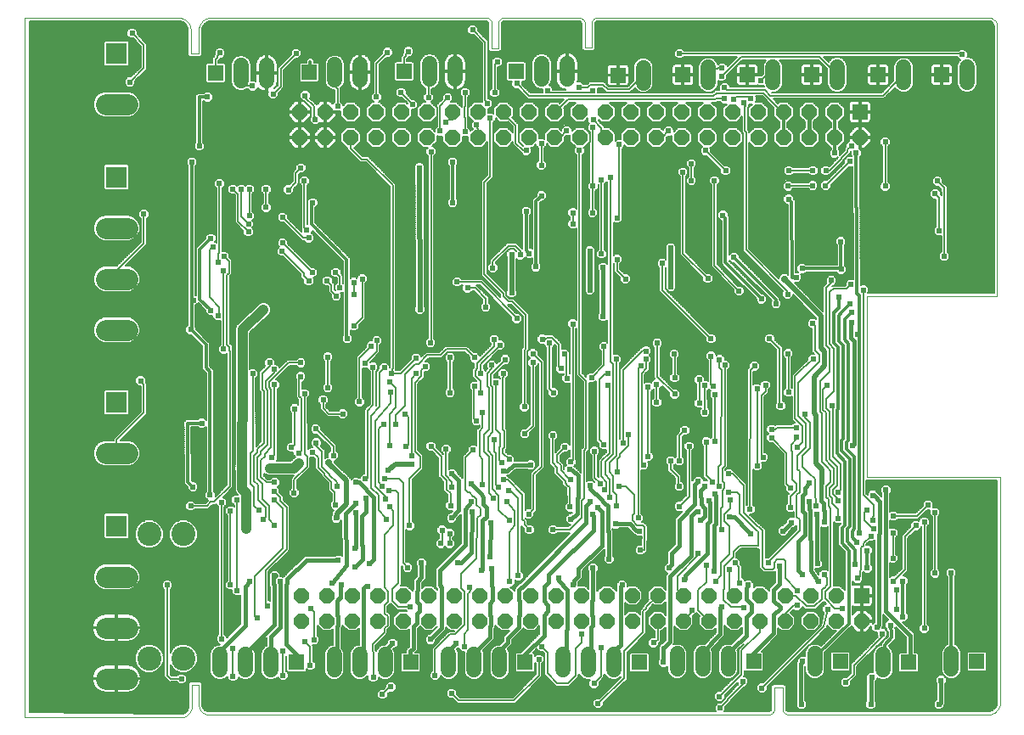
<source format=gbl>
G75*
G70*
%OFA0B0*%
%FSLAX24Y24*%
%IPPOS*%
%LPD*%
%AMOC8*
5,1,8,0,0,1.08239X$1,22.5*
%
%ADD10C,0.0000*%
%ADD11OC8,0.0600*%
%ADD12R,0.0600X0.0600*%
%ADD13C,0.0600*%
%ADD14R,0.0825X0.0825*%
%ADD15C,0.0825*%
%ADD16C,0.0945*%
%ADD17C,0.0060*%
%ADD18C,0.0240*%
%ADD19C,0.0118*%
%ADD20C,0.0160*%
%ADD21C,0.0157*%
%ADD22C,0.0197*%
%ADD23C,0.0394*%
%ADD24C,0.0277*%
D10*
X000474Y003346D02*
X006615Y003346D01*
X006616Y003346D02*
X006657Y003350D01*
X006699Y003358D01*
X006739Y003369D01*
X006778Y003384D01*
X006815Y003403D01*
X006851Y003425D01*
X006884Y003450D01*
X006915Y003478D01*
X006944Y003509D01*
X006969Y003542D01*
X006991Y003577D01*
X007010Y003615D01*
X007025Y003654D01*
X007037Y003694D01*
X007044Y003735D01*
X007048Y003777D01*
X007049Y003819D01*
X007049Y004626D01*
X007324Y004626D01*
X007324Y003858D01*
X007323Y003821D01*
X007327Y003784D01*
X007334Y003748D01*
X007344Y003713D01*
X007358Y003679D01*
X007376Y003646D01*
X007396Y003616D01*
X007419Y003587D01*
X007445Y003561D01*
X007474Y003538D01*
X007504Y003517D01*
X007536Y003500D01*
X007570Y003485D01*
X007606Y003475D01*
X007642Y003467D01*
X007678Y003464D01*
X029686Y003464D01*
X029714Y003466D01*
X029742Y003471D01*
X029770Y003479D01*
X029796Y003491D01*
X029820Y003506D01*
X029842Y003523D01*
X029863Y003544D01*
X029880Y003566D01*
X029895Y003590D01*
X029907Y003616D01*
X029915Y003644D01*
X029920Y003672D01*
X029922Y003700D01*
X029923Y003700D02*
X029923Y004527D01*
X030237Y004527D01*
X030237Y003700D01*
X030238Y003700D02*
X030240Y003672D01*
X030245Y003644D01*
X030253Y003616D01*
X030265Y003590D01*
X030280Y003566D01*
X030297Y003544D01*
X030318Y003523D01*
X030340Y003506D01*
X030364Y003491D01*
X030390Y003479D01*
X030418Y003471D01*
X030446Y003466D01*
X030474Y003464D01*
X038249Y003464D01*
X038249Y003465D02*
X038290Y003461D01*
X038332Y003462D01*
X038373Y003465D01*
X038414Y003473D01*
X038454Y003484D01*
X038493Y003498D01*
X038531Y003516D01*
X038566Y003537D01*
X038600Y003561D01*
X038632Y003588D01*
X038661Y003618D01*
X038688Y003650D01*
X038711Y003684D01*
X038732Y003720D01*
X038749Y003758D01*
X038763Y003797D01*
X038773Y003837D01*
X038780Y003878D01*
X038781Y003878D02*
X038781Y012795D01*
X033545Y012795D01*
X033545Y019882D01*
X038663Y019882D01*
X038663Y030511D01*
X038662Y030512D02*
X038658Y030548D01*
X038649Y030584D01*
X038637Y030618D01*
X038622Y030651D01*
X038603Y030683D01*
X038581Y030712D01*
X038556Y030739D01*
X038528Y030763D01*
X038498Y030784D01*
X038466Y030802D01*
X038433Y030816D01*
X038398Y030827D01*
X038362Y030834D01*
X038325Y030837D01*
X038288Y030836D01*
X038289Y030836D02*
X022964Y030836D01*
X022963Y030836D02*
X022935Y030831D01*
X022907Y030823D01*
X022880Y030811D01*
X022854Y030797D01*
X022831Y030779D01*
X022810Y030759D01*
X022792Y030736D01*
X022776Y030712D01*
X022763Y030685D01*
X022754Y030657D01*
X022748Y030629D01*
X022746Y030600D01*
X022747Y030570D01*
X022747Y030571D02*
X022747Y029645D01*
X022491Y029645D01*
X022491Y030551D01*
X022492Y030551D02*
X022493Y030582D01*
X022490Y030613D01*
X022483Y030643D01*
X022472Y030673D01*
X022458Y030700D01*
X022441Y030726D01*
X022421Y030750D01*
X022398Y030771D01*
X022373Y030789D01*
X022345Y030804D01*
X022316Y030815D01*
X022286Y030823D01*
X022256Y030827D01*
X022255Y030826D02*
X019273Y030826D01*
X019245Y030819D01*
X019217Y030809D01*
X019192Y030796D01*
X019168Y030780D01*
X019146Y030762D01*
X019126Y030740D01*
X019109Y030717D01*
X019096Y030692D01*
X019085Y030665D01*
X019078Y030637D01*
X019074Y030608D01*
X019073Y030579D01*
X019076Y030551D01*
X019076Y029626D01*
X018820Y029626D01*
X018820Y030551D01*
X018823Y030579D01*
X018822Y030608D01*
X018818Y030637D01*
X018811Y030665D01*
X018800Y030692D01*
X018787Y030717D01*
X018770Y030740D01*
X018750Y030762D01*
X018728Y030780D01*
X018704Y030796D01*
X018679Y030809D01*
X018651Y030819D01*
X018623Y030826D01*
X007797Y030826D01*
X007756Y030824D01*
X007715Y030819D01*
X007675Y030810D01*
X007636Y030798D01*
X007598Y030782D01*
X007561Y030763D01*
X007526Y030741D01*
X007494Y030716D01*
X007463Y030688D01*
X007435Y030657D01*
X007410Y030625D01*
X007388Y030590D01*
X007369Y030553D01*
X007353Y030515D01*
X007341Y030476D01*
X007332Y030436D01*
X007327Y030395D01*
X007325Y030354D01*
X007324Y030354D02*
X007324Y029409D01*
X007009Y029409D01*
X007009Y030354D01*
X007010Y030354D02*
X007006Y030397D01*
X006999Y030439D01*
X006988Y030481D01*
X006973Y030521D01*
X006955Y030560D01*
X006934Y030597D01*
X006909Y030633D01*
X006882Y030666D01*
X006851Y030696D01*
X006819Y030724D01*
X006783Y030749D01*
X006746Y030770D01*
X006707Y030789D01*
X006667Y030804D01*
X006625Y030815D01*
X006583Y030823D01*
X006540Y030826D01*
X006497Y030827D01*
X006497Y030826D02*
X000474Y030826D01*
X000474Y003346D01*
D11*
X011340Y007137D03*
X012340Y007137D03*
X013340Y007137D03*
X014340Y007137D03*
X015340Y007137D03*
X016340Y007137D03*
X017340Y007137D03*
X018340Y007137D03*
X019340Y007137D03*
X020340Y007137D03*
X021340Y007137D03*
X022340Y007137D03*
X023340Y007137D03*
X024340Y007137D03*
X025340Y007137D03*
X026340Y007137D03*
X027340Y007137D03*
X028340Y007137D03*
X029340Y007137D03*
X030340Y007137D03*
X031340Y007137D03*
X032340Y007137D03*
X033340Y007137D03*
X032340Y008137D03*
X031340Y008137D03*
X030340Y008137D03*
X029340Y008137D03*
X028340Y008137D03*
X027340Y008137D03*
X026340Y008137D03*
X025340Y008137D03*
X024340Y008137D03*
X023340Y008137D03*
X022340Y008137D03*
X021340Y008137D03*
X020340Y008137D03*
X019340Y008137D03*
X018340Y008137D03*
X017340Y008137D03*
X016340Y008137D03*
X015340Y008137D03*
X014340Y008137D03*
X013340Y008137D03*
X012340Y008137D03*
X011340Y008137D03*
X011277Y026130D03*
X011277Y027130D03*
X012277Y027130D03*
X013277Y027130D03*
X014277Y027130D03*
X015277Y027130D03*
X016277Y027130D03*
X017277Y027130D03*
X018277Y027130D03*
X019277Y027130D03*
X020277Y027130D03*
X021277Y027130D03*
X022277Y027130D03*
X023277Y027130D03*
X024277Y027130D03*
X025277Y027130D03*
X026277Y027130D03*
X027277Y027130D03*
X028277Y027130D03*
X029277Y027130D03*
X030277Y027130D03*
X031277Y027130D03*
X032277Y027130D03*
X032277Y026130D03*
X033277Y026130D03*
X031277Y026130D03*
X030277Y026130D03*
X029277Y026130D03*
X028277Y026130D03*
X027277Y026130D03*
X026277Y026130D03*
X025277Y026130D03*
X024277Y026130D03*
X023277Y026130D03*
X022277Y026130D03*
X021277Y026130D03*
X020277Y026130D03*
X019277Y026130D03*
X018277Y026130D03*
X017277Y026130D03*
X016277Y026130D03*
X015277Y026130D03*
X014277Y026130D03*
X013277Y026130D03*
X012277Y026130D03*
D12*
X011659Y028681D03*
X007978Y028661D03*
X015379Y028720D03*
X019779Y028730D03*
X023773Y028573D03*
X026322Y028582D03*
X028861Y028582D03*
X031381Y028592D03*
X033277Y027130D03*
X033989Y028582D03*
X036480Y028592D03*
X033340Y008137D03*
X032509Y005551D03*
X035186Y005511D03*
X037863Y005551D03*
X029100Y005551D03*
X024611Y005511D03*
X020123Y005511D03*
X015635Y005511D03*
X011147Y005511D03*
D13*
X010147Y005211D02*
X010147Y005811D01*
X009147Y005811D02*
X009147Y005211D01*
X008147Y005211D02*
X008147Y005811D01*
X012635Y005811D02*
X012635Y005211D01*
X013635Y005211D02*
X013635Y005811D01*
X014635Y005811D02*
X014635Y005211D01*
X017123Y005211D02*
X017123Y005811D01*
X018123Y005811D02*
X018123Y005211D01*
X019123Y005211D02*
X019123Y005811D01*
X021611Y005811D02*
X021611Y005211D01*
X022611Y005211D02*
X022611Y005811D01*
X023611Y005811D02*
X023611Y005211D01*
X026100Y005251D02*
X026100Y005851D01*
X027100Y005851D02*
X027100Y005251D01*
X028100Y005251D02*
X028100Y005851D01*
X031509Y005851D02*
X031509Y005251D01*
X034186Y005211D02*
X034186Y005811D01*
X036863Y005851D02*
X036863Y005251D01*
X037480Y028292D02*
X037480Y028892D01*
X034989Y028882D02*
X034989Y028282D01*
X032381Y028292D02*
X032381Y028892D01*
X029861Y028882D02*
X029861Y028282D01*
X027322Y028282D02*
X027322Y028882D01*
X024773Y028873D02*
X024773Y028273D01*
X021779Y028430D02*
X021779Y029030D01*
X020779Y029030D02*
X020779Y028430D01*
X017379Y028420D02*
X017379Y029020D01*
X016379Y029020D02*
X016379Y028420D01*
X013659Y028381D02*
X013659Y028981D01*
X012659Y028981D02*
X012659Y028381D01*
X009978Y028361D02*
X009978Y028961D01*
X008978Y028961D02*
X008978Y028361D01*
D14*
X004088Y029425D03*
X004088Y024574D03*
X004088Y015724D03*
X004088Y010874D03*
D15*
X004500Y008874D02*
X003675Y008874D01*
X003675Y006874D02*
X004500Y006874D01*
X004500Y004874D02*
X003675Y004874D01*
X003675Y013724D02*
X004500Y013724D01*
X004500Y018574D02*
X003675Y018574D01*
X003675Y020574D02*
X004500Y020574D01*
X004500Y022574D02*
X003675Y022574D01*
X003675Y027425D02*
X004500Y027425D01*
D16*
X005375Y010551D03*
X006714Y010551D03*
X006714Y005669D03*
X005375Y005669D03*
D17*
X004856Y005454D02*
X000671Y005454D01*
X000671Y005512D02*
X004831Y005512D01*
X004813Y005557D02*
X004898Y005350D01*
X005057Y005192D01*
X005263Y005107D01*
X005487Y005107D01*
X005694Y005192D01*
X005852Y005350D01*
X005938Y005557D01*
X005938Y005781D01*
X005852Y005988D01*
X005694Y006146D01*
X005487Y006231D01*
X005263Y006231D01*
X005057Y006146D01*
X004898Y005988D01*
X004813Y005781D01*
X004813Y005557D01*
X004813Y005571D02*
X000671Y005571D01*
X000671Y005629D02*
X004813Y005629D01*
X004813Y005688D02*
X000671Y005688D01*
X000671Y005746D02*
X004813Y005746D01*
X004823Y005805D02*
X000671Y005805D01*
X000671Y005864D02*
X004847Y005864D01*
X004871Y005922D02*
X000671Y005922D01*
X000671Y005981D02*
X004896Y005981D01*
X004950Y006039D02*
X000671Y006039D01*
X000671Y006098D02*
X005009Y006098D01*
X005082Y006156D02*
X000671Y006156D01*
X000671Y006215D02*
X005223Y006215D01*
X005527Y006215D02*
X005964Y006215D01*
X005964Y006273D02*
X000671Y006273D01*
X000671Y006332D02*
X003628Y006332D01*
X003633Y006331D02*
X004058Y006331D01*
X004058Y006844D01*
X003133Y006844D01*
X003133Y006831D01*
X003146Y006747D01*
X003173Y006665D01*
X003211Y006589D01*
X003262Y006520D01*
X003322Y006460D01*
X003391Y006410D01*
X003467Y006371D01*
X003548Y006345D01*
X003633Y006331D01*
X003429Y006390D02*
X000671Y006390D01*
X000671Y006449D02*
X003337Y006449D01*
X003274Y006507D02*
X000671Y006507D01*
X000671Y006566D02*
X003228Y006566D01*
X003193Y006625D02*
X000671Y006625D01*
X000671Y006683D02*
X003167Y006683D01*
X003148Y006742D02*
X000671Y006742D01*
X000671Y006800D02*
X003138Y006800D01*
X003133Y006904D02*
X004058Y006904D01*
X004058Y007416D01*
X003633Y007416D01*
X003548Y007403D01*
X003467Y007376D01*
X003391Y007338D01*
X003322Y007287D01*
X003262Y007227D01*
X003211Y007158D01*
X003173Y007082D01*
X003146Y007001D01*
X003133Y006916D01*
X003133Y006904D01*
X003133Y006917D02*
X000671Y006917D01*
X000671Y006859D02*
X004058Y006859D01*
X004058Y006844D02*
X004058Y006904D01*
X004118Y006904D01*
X004118Y007416D01*
X004543Y007416D01*
X004627Y007403D01*
X004709Y007376D01*
X004785Y007338D01*
X004854Y007287D01*
X004914Y007227D01*
X004964Y007158D01*
X005003Y007082D01*
X005030Y007001D01*
X005043Y006916D01*
X005043Y006904D01*
X004118Y006904D01*
X004118Y006844D01*
X005043Y006844D01*
X005043Y006831D01*
X005030Y006747D01*
X005003Y006665D01*
X004964Y006589D01*
X004914Y006520D01*
X004854Y006460D01*
X004785Y006410D01*
X004709Y006371D01*
X004627Y006345D01*
X004543Y006331D01*
X004118Y006331D01*
X004118Y006844D01*
X004058Y006844D01*
X004058Y006800D02*
X004118Y006800D01*
X004118Y006742D02*
X004058Y006742D01*
X004058Y006683D02*
X004118Y006683D01*
X004118Y006625D02*
X004058Y006625D01*
X004058Y006566D02*
X004118Y006566D01*
X004118Y006507D02*
X004058Y006507D01*
X004058Y006449D02*
X004118Y006449D01*
X004118Y006390D02*
X004058Y006390D01*
X004058Y006332D02*
X004118Y006332D01*
X004547Y006332D02*
X005964Y006332D01*
X005964Y006390D02*
X004747Y006390D01*
X004839Y006449D02*
X005964Y006449D01*
X005964Y006507D02*
X004901Y006507D01*
X004947Y006566D02*
X005964Y006566D01*
X005964Y006625D02*
X004982Y006625D01*
X005009Y006683D02*
X005964Y006683D01*
X005964Y006742D02*
X005028Y006742D01*
X005038Y006800D02*
X005964Y006800D01*
X005964Y006859D02*
X004118Y006859D01*
X004118Y006917D02*
X004058Y006917D01*
X004058Y006976D02*
X004118Y006976D01*
X004118Y007034D02*
X004058Y007034D01*
X004058Y007093D02*
X004118Y007093D01*
X004118Y007151D02*
X004058Y007151D01*
X004058Y007210D02*
X004118Y007210D01*
X004118Y007269D02*
X004058Y007269D01*
X004058Y007327D02*
X004118Y007327D01*
X004118Y007386D02*
X004058Y007386D01*
X004680Y007386D02*
X005964Y007386D01*
X005964Y007444D02*
X000671Y007444D01*
X000671Y007386D02*
X003495Y007386D01*
X003376Y007327D02*
X000671Y007327D01*
X000671Y007269D02*
X003303Y007269D01*
X003249Y007210D02*
X000671Y007210D01*
X000671Y007151D02*
X003208Y007151D01*
X003178Y007093D02*
X000671Y007093D01*
X000671Y007034D02*
X003157Y007034D01*
X003142Y006976D02*
X000671Y006976D01*
X000671Y007503D02*
X005964Y007503D01*
X005964Y007561D02*
X000671Y007561D01*
X000671Y007620D02*
X005964Y007620D01*
X005964Y007678D02*
X000671Y007678D01*
X000671Y007737D02*
X005964Y007737D01*
X005964Y007795D02*
X000671Y007795D01*
X000671Y007854D02*
X005964Y007854D01*
X005964Y007913D02*
X000671Y007913D01*
X000671Y007971D02*
X005964Y007971D01*
X005964Y008030D02*
X000671Y008030D01*
X000671Y008088D02*
X005964Y008088D01*
X005964Y008147D02*
X000671Y008147D01*
X000671Y008205D02*
X005964Y008205D01*
X005964Y008264D02*
X000671Y008264D01*
X000671Y008322D02*
X005964Y008322D01*
X005964Y008366D02*
X005964Y005024D01*
X005960Y005020D01*
X005964Y004975D01*
X005964Y004930D01*
X005968Y004927D01*
X005968Y004921D01*
X006002Y004892D01*
X006034Y004860D01*
X006040Y004860D01*
X006140Y004774D01*
X006172Y004742D01*
X006177Y004742D01*
X006181Y004738D01*
X006226Y004742D01*
X006458Y004742D01*
X006548Y004652D01*
X006722Y004652D01*
X006845Y004775D01*
X006845Y004949D01*
X006722Y005072D01*
X006548Y005072D01*
X006458Y004982D01*
X006266Y004982D01*
X006204Y005035D01*
X006204Y005430D01*
X006237Y005350D01*
X006395Y005192D01*
X006602Y005107D01*
X006826Y005107D01*
X007032Y005192D01*
X007191Y005350D01*
X007276Y005557D01*
X007276Y005781D01*
X007191Y005988D01*
X007032Y006146D01*
X006826Y006231D01*
X006602Y006231D01*
X006395Y006146D01*
X006237Y005988D01*
X006204Y005907D01*
X006204Y008366D01*
X006294Y008456D01*
X006294Y008630D01*
X006171Y008753D01*
X005997Y008753D01*
X005874Y008630D01*
X005874Y008456D01*
X005964Y008366D01*
X005949Y008381D02*
X004624Y008381D01*
X004600Y008371D02*
X004785Y008448D01*
X004926Y008589D01*
X005003Y008774D01*
X005003Y008974D01*
X004926Y009158D01*
X004785Y009300D01*
X004600Y009376D01*
X003575Y009376D01*
X000671Y009376D01*
X000671Y009318D02*
X003434Y009318D01*
X003391Y009300D02*
X003249Y009158D01*
X003173Y008974D01*
X003173Y008774D01*
X003249Y008589D01*
X003391Y008448D01*
X003575Y008371D01*
X004600Y008371D01*
X004765Y008439D02*
X005890Y008439D01*
X005874Y008498D02*
X004835Y008498D01*
X004894Y008556D02*
X005874Y008556D01*
X005874Y008615D02*
X004937Y008615D01*
X004961Y008674D02*
X005918Y008674D01*
X005976Y008732D02*
X004986Y008732D01*
X005003Y008791D02*
X008090Y008791D01*
X008090Y008849D02*
X005003Y008849D01*
X005003Y008908D02*
X008090Y008908D01*
X008090Y008966D02*
X005003Y008966D01*
X004982Y009025D02*
X008090Y009025D01*
X008090Y009083D02*
X004957Y009083D01*
X004933Y009142D02*
X008090Y009142D01*
X008090Y009200D02*
X004884Y009200D01*
X004826Y009259D02*
X008090Y009259D01*
X008090Y009318D02*
X004742Y009318D01*
X004601Y009376D02*
X008090Y009376D01*
X008090Y009435D02*
X000671Y009435D01*
X000671Y009493D02*
X008090Y009493D01*
X008090Y009552D02*
X000671Y009552D01*
X000671Y009610D02*
X008090Y009610D01*
X008090Y009669D02*
X000671Y009669D01*
X000671Y009727D02*
X008090Y009727D01*
X008090Y009786D02*
X000671Y009786D01*
X000671Y009844D02*
X008090Y009844D01*
X008090Y009903D02*
X000671Y009903D01*
X000671Y009962D02*
X008090Y009962D01*
X008090Y010020D02*
X006902Y010020D01*
X006826Y009988D02*
X007032Y010074D01*
X007191Y010232D01*
X007276Y010439D01*
X007276Y010663D01*
X007191Y010869D01*
X007032Y011028D01*
X006826Y011113D01*
X006602Y011113D01*
X006395Y011028D01*
X006237Y010869D01*
X006151Y010663D01*
X006151Y010439D01*
X006237Y010232D01*
X006395Y010074D01*
X006602Y009988D01*
X006826Y009988D01*
X007037Y010079D02*
X008090Y010079D01*
X008090Y010137D02*
X007096Y010137D01*
X007154Y010196D02*
X008090Y010196D01*
X008090Y010254D02*
X007200Y010254D01*
X007224Y010313D02*
X008090Y010313D01*
X008090Y010371D02*
X007248Y010371D01*
X007272Y010430D02*
X008090Y010430D01*
X008090Y010488D02*
X007276Y010488D01*
X007276Y010547D02*
X008090Y010547D01*
X008090Y010606D02*
X007276Y010606D01*
X007276Y010664D02*
X008090Y010664D01*
X008090Y010723D02*
X007251Y010723D01*
X007227Y010781D02*
X008090Y010781D01*
X008090Y010840D02*
X007203Y010840D01*
X007162Y010898D02*
X008090Y010898D01*
X008090Y010957D02*
X007103Y010957D01*
X007045Y011015D02*
X008090Y011015D01*
X008090Y011074D02*
X006921Y011074D01*
X006922Y011443D02*
X007096Y011443D01*
X007186Y011533D01*
X007589Y011533D01*
X007689Y011533D01*
X007846Y011691D01*
X007865Y011691D01*
X007964Y011691D01*
X008000Y011726D01*
X008000Y011704D01*
X008090Y011614D01*
X008090Y006614D01*
X008000Y006524D01*
X008000Y006350D01*
X008123Y006227D01*
X008153Y006227D01*
X008128Y006201D01*
X008069Y006201D01*
X007926Y006142D01*
X007816Y006032D01*
X007757Y005889D01*
X007757Y005134D01*
X007816Y004991D01*
X007926Y004881D01*
X008069Y004821D01*
X008224Y004821D01*
X008368Y004881D01*
X008453Y004966D01*
X008453Y004873D01*
X008576Y004750D01*
X008750Y004750D01*
X008873Y004873D01*
X008873Y004934D01*
X008926Y004881D01*
X009069Y004821D01*
X009224Y004821D01*
X009368Y004881D01*
X009478Y004991D01*
X009537Y005134D01*
X009537Y005889D01*
X009496Y005987D01*
X009989Y006479D01*
X009989Y006168D01*
X009926Y006142D01*
X009816Y006032D01*
X009757Y005889D01*
X009757Y005134D01*
X009816Y004991D01*
X009926Y004881D01*
X010069Y004821D01*
X010224Y004821D01*
X010368Y004881D01*
X010421Y004934D01*
X010421Y004913D01*
X010544Y004790D01*
X010718Y004790D01*
X010841Y004913D01*
X010841Y005087D01*
X010751Y005177D01*
X010751Y005768D01*
X010757Y005773D01*
X010757Y005174D01*
X010810Y005121D01*
X011484Y005121D01*
X011537Y005174D01*
X011537Y005254D01*
X011607Y005183D01*
X011781Y005183D01*
X011904Y005306D01*
X011904Y005480D01*
X011814Y005570D01*
X011814Y006062D01*
X011814Y006162D01*
X011788Y006187D01*
X011939Y006187D01*
X012062Y006310D01*
X012062Y006484D01*
X011972Y006574D01*
X011972Y006954D01*
X012178Y006747D01*
X012501Y006747D01*
X012587Y006833D01*
X012587Y006201D01*
X012558Y006201D01*
X012414Y006142D01*
X012304Y006032D01*
X012245Y005889D01*
X012245Y005134D01*
X012304Y004991D01*
X012414Y004881D01*
X012558Y004821D01*
X012713Y004821D01*
X012856Y004881D01*
X012966Y004991D01*
X013025Y005134D01*
X013025Y005889D01*
X012966Y006032D01*
X012927Y006071D01*
X012927Y006133D01*
X012927Y006858D01*
X012966Y006898D01*
X012966Y006959D01*
X013178Y006747D01*
X013501Y006747D01*
X013611Y006857D01*
X013611Y006201D01*
X013558Y006201D01*
X013414Y006142D01*
X013304Y006032D01*
X013245Y005889D01*
X013245Y005134D01*
X013304Y004991D01*
X013414Y004881D01*
X013558Y004821D01*
X013713Y004821D01*
X013856Y004881D01*
X013964Y004989D01*
X013964Y004834D01*
X014087Y004711D01*
X014261Y004711D01*
X014384Y004834D01*
X014384Y004911D01*
X014414Y004881D01*
X014558Y004821D01*
X014713Y004821D01*
X014856Y004881D01*
X014966Y004991D01*
X015025Y005134D01*
X015025Y005889D01*
X014966Y006032D01*
X014951Y006047D01*
X014953Y006049D01*
X015009Y006049D01*
X015133Y006173D01*
X015133Y006346D01*
X015009Y006470D01*
X014836Y006470D01*
X014712Y006346D01*
X014712Y006290D01*
X014695Y006272D01*
X014624Y006201D01*
X014558Y006201D01*
X014414Y006142D01*
X014304Y006032D01*
X014279Y005970D01*
X014255Y005994D01*
X014255Y006170D01*
X014657Y006573D01*
X014728Y006643D01*
X014728Y006795D01*
X014790Y006848D01*
X014795Y006848D01*
X014827Y006880D01*
X014861Y006909D01*
X014862Y006915D01*
X014865Y006918D01*
X014865Y006964D01*
X014869Y007009D01*
X014865Y007013D01*
X014865Y007278D01*
X014869Y007282D01*
X014865Y007327D01*
X014978Y007327D01*
X014950Y007299D02*
X014950Y006976D01*
X014866Y006976D01*
X014865Y007034D02*
X014950Y007034D01*
X014950Y006976D02*
X015178Y006747D01*
X015501Y006747D01*
X015579Y006825D01*
X015579Y006133D01*
X015561Y006115D01*
X015461Y006015D01*
X015461Y005901D01*
X015298Y005901D01*
X015245Y005849D01*
X015245Y005174D01*
X015298Y005121D01*
X015972Y005121D01*
X016025Y005174D01*
X016025Y005849D01*
X015972Y005901D01*
X015828Y005901D01*
X015919Y005992D01*
X015919Y006133D01*
X015919Y006839D01*
X016003Y006923D01*
X016178Y006747D01*
X016501Y006747D01*
X016682Y006928D01*
X016682Y006920D01*
X016388Y006627D01*
X016332Y006627D01*
X016209Y006504D01*
X016209Y006330D01*
X016332Y006207D01*
X016506Y006207D01*
X016629Y006330D01*
X016629Y006387D01*
X017022Y006780D01*
X017022Y006904D01*
X017178Y006747D01*
X017347Y006747D01*
X017333Y006734D01*
X017137Y006734D01*
X017066Y006664D01*
X016476Y006073D01*
X016476Y005974D01*
X016476Y005177D01*
X016386Y005087D01*
X016386Y004913D01*
X016509Y004790D01*
X016683Y004790D01*
X016806Y004913D01*
X016806Y004978D01*
X016902Y004881D01*
X017046Y004821D01*
X017201Y004821D01*
X017344Y004881D01*
X017454Y004991D01*
X017513Y005134D01*
X017513Y005889D01*
X017454Y006032D01*
X017437Y006049D01*
X017490Y006049D01*
X017527Y006087D01*
X017527Y006054D01*
X017650Y005931D01*
X017751Y005931D01*
X017733Y005889D01*
X017733Y005134D01*
X017793Y004991D01*
X017902Y004881D01*
X018046Y004821D01*
X018201Y004821D01*
X018344Y004881D01*
X018454Y004991D01*
X018513Y005134D01*
X018513Y005889D01*
X018473Y005987D01*
X018911Y006425D01*
X018911Y006566D01*
X019319Y006566D01*
X019280Y006527D02*
X019280Y006369D01*
X019183Y006272D01*
X019112Y006201D01*
X019046Y006201D01*
X018902Y006142D01*
X018793Y006032D01*
X018733Y005889D01*
X018733Y005134D01*
X018793Y004991D01*
X018902Y004881D01*
X019046Y004821D01*
X019201Y004821D01*
X019344Y004881D01*
X019454Y004991D01*
X019513Y005134D01*
X019513Y005889D01*
X019454Y006032D01*
X019439Y006047D01*
X019620Y006228D01*
X019620Y006369D01*
X019620Y006386D01*
X020053Y006819D01*
X020053Y006873D01*
X020178Y006747D01*
X020501Y006747D01*
X020697Y006944D01*
X020697Y006645D01*
X020049Y005996D01*
X019954Y005901D01*
X019786Y005901D01*
X019733Y005849D01*
X019733Y005174D01*
X019786Y005121D01*
X020461Y005121D01*
X020513Y005174D01*
X020513Y005490D01*
X020551Y005453D01*
X020551Y005049D01*
X019637Y004135D01*
X017571Y004135D01*
X017455Y004251D01*
X017455Y004378D01*
X017332Y004501D01*
X017158Y004501D01*
X017035Y004378D01*
X017035Y004204D01*
X017158Y004081D01*
X017286Y004081D01*
X017471Y003895D01*
X017571Y003895D01*
X019736Y003895D01*
X019806Y003966D01*
X020791Y004950D01*
X020791Y005049D01*
X020791Y005453D01*
X020881Y005543D01*
X020881Y005717D01*
X020758Y005840D01*
X020584Y005840D01*
X020513Y005769D01*
X020513Y005849D01*
X020461Y005901D01*
X020435Y005901D01*
X020579Y006045D01*
X020579Y006035D01*
X020702Y005912D01*
X020829Y005912D01*
X020885Y005855D01*
X020885Y005029D01*
X020955Y004958D01*
X021349Y004565D01*
X021449Y004565D01*
X021862Y004565D01*
X021932Y004635D01*
X022228Y004930D01*
X022228Y005009D01*
X022247Y005029D01*
X022247Y005072D01*
X022281Y004991D01*
X022391Y004881D01*
X022534Y004821D01*
X022676Y004821D01*
X022626Y004772D01*
X022626Y004598D01*
X022749Y004475D01*
X022923Y004475D01*
X023046Y004598D01*
X023046Y004725D01*
X023231Y004911D01*
X023231Y005009D01*
X023251Y005029D01*
X023251Y005062D01*
X023281Y004991D01*
X023391Y004881D01*
X023534Y004821D01*
X023689Y004821D01*
X023832Y004881D01*
X023897Y004946D01*
X023897Y004933D01*
X023039Y004107D01*
X022906Y004107D01*
X019948Y004107D01*
X020006Y004166D02*
X023099Y004166D01*
X023160Y004224D02*
X020065Y004224D01*
X020123Y004283D02*
X023221Y004283D01*
X023282Y004341D02*
X020182Y004341D01*
X020240Y004400D02*
X023343Y004400D01*
X023404Y004458D02*
X020299Y004458D01*
X020358Y004517D02*
X022707Y004517D01*
X022648Y004576D02*
X021873Y004576D01*
X021931Y004634D02*
X022626Y004634D01*
X022626Y004693D02*
X021990Y004693D01*
X022048Y004751D02*
X022626Y004751D01*
X022664Y004810D02*
X022107Y004810D01*
X022166Y004868D02*
X022421Y004868D01*
X022345Y004927D02*
X022224Y004927D01*
X022228Y004985D02*
X022286Y004985D01*
X022259Y005044D02*
X022247Y005044D01*
X022127Y005078D02*
X022108Y005059D01*
X022108Y004980D01*
X021812Y004685D01*
X021399Y004685D01*
X021005Y005078D01*
X021005Y005905D01*
X020789Y006122D01*
X020633Y005981D02*
X020514Y005981D01*
X020572Y006039D02*
X020579Y006039D01*
X020691Y005922D02*
X020455Y005922D01*
X020499Y005864D02*
X020877Y005864D01*
X020885Y005805D02*
X020792Y005805D01*
X020851Y005746D02*
X020885Y005746D01*
X020881Y005688D02*
X020885Y005688D01*
X020881Y005629D02*
X020885Y005629D01*
X020881Y005571D02*
X020885Y005571D01*
X020885Y005512D02*
X020850Y005512D01*
X020885Y005454D02*
X020792Y005454D01*
X020791Y005395D02*
X020885Y005395D01*
X020885Y005337D02*
X020791Y005337D01*
X020791Y005278D02*
X020885Y005278D01*
X020885Y005220D02*
X020791Y005220D01*
X020791Y005161D02*
X020885Y005161D01*
X020885Y005102D02*
X020791Y005102D01*
X020791Y005044D02*
X020885Y005044D01*
X020929Y004985D02*
X020791Y004985D01*
X020767Y004927D02*
X020987Y004927D01*
X021046Y004868D02*
X020709Y004868D01*
X020650Y004810D02*
X021104Y004810D01*
X021163Y004751D02*
X020592Y004751D01*
X020533Y004693D02*
X021221Y004693D01*
X021280Y004634D02*
X020475Y004634D01*
X020416Y004576D02*
X021338Y004576D01*
X020671Y005000D02*
X019686Y004015D01*
X017521Y004015D01*
X017245Y004291D01*
X017035Y004283D02*
X014739Y004283D01*
X014739Y004292D02*
X014784Y004337D01*
X014950Y004337D01*
X015073Y004460D01*
X015073Y004634D01*
X020135Y004634D01*
X020077Y004576D02*
X015073Y004576D01*
X015073Y004634D02*
X014950Y004757D01*
X014776Y004757D01*
X014653Y004634D01*
X014653Y004546D01*
X014569Y004462D01*
X014442Y004462D01*
X014319Y004339D01*
X014319Y004165D01*
X014442Y004042D01*
X014616Y004042D01*
X014739Y004165D01*
X014739Y004292D01*
X014739Y004224D02*
X017035Y004224D01*
X017074Y004166D02*
X014739Y004166D01*
X014681Y004107D02*
X017132Y004107D01*
X017318Y004049D02*
X014623Y004049D01*
X014435Y004049D02*
X007454Y004049D01*
X007454Y004107D02*
X014376Y004107D01*
X014319Y004166D02*
X007454Y004166D01*
X007454Y004224D02*
X014319Y004224D01*
X014319Y004283D02*
X007454Y004283D01*
X007454Y004341D02*
X014322Y004341D01*
X014380Y004400D02*
X007454Y004400D01*
X007454Y004458D02*
X014439Y004458D01*
X014624Y004517D02*
X007454Y004517D01*
X007454Y004576D02*
X014653Y004576D01*
X014654Y004634D02*
X007454Y004634D01*
X007454Y004679D02*
X007378Y004756D01*
X007270Y004756D01*
X007102Y004756D01*
X006995Y004756D01*
X006919Y004679D01*
X006919Y003869D01*
X006916Y003867D01*
X006919Y003816D01*
X006919Y003811D01*
X006915Y003750D01*
X006872Y003631D01*
X006787Y003538D01*
X006672Y003485D01*
X006611Y003476D01*
X006122Y003476D01*
X000671Y003543D01*
X000671Y030696D01*
X006446Y030696D01*
X006449Y030694D01*
X006499Y030696D01*
X006505Y030696D01*
X006573Y030692D01*
X006706Y030644D01*
X006810Y030548D01*
X006869Y030419D01*
X006879Y030350D01*
X006879Y029463D01*
X006879Y029355D01*
X006955Y029279D01*
X007270Y029279D01*
X007378Y029279D01*
X007454Y029355D01*
X007454Y030300D01*
X007454Y030354D01*
X007461Y030421D01*
X007512Y030544D01*
X007606Y030639D01*
X007730Y030690D01*
X007796Y030696D01*
X018608Y030696D01*
X018629Y030690D01*
X018673Y030654D01*
X018691Y030606D01*
X018690Y030605D01*
X018690Y030562D01*
X018683Y030519D01*
X018690Y030509D01*
X018690Y029679D01*
X018690Y029572D01*
X018766Y029496D01*
X019022Y029496D01*
X019130Y029496D01*
X019206Y029572D01*
X019206Y030509D01*
X019213Y030519D01*
X019206Y030562D01*
X019206Y030605D01*
X019205Y030606D01*
X019223Y030654D01*
X019267Y030690D01*
X019288Y030696D01*
X022247Y030696D01*
X022278Y030690D01*
X022332Y030653D01*
X022360Y030594D01*
X022361Y030568D01*
X022361Y030556D01*
X022358Y030507D01*
X022361Y030503D01*
X022361Y029699D01*
X022361Y029591D01*
X022438Y029515D01*
X022801Y029515D01*
X022877Y029591D01*
X022877Y029699D01*
X022877Y030524D01*
X022882Y030530D01*
X022877Y030577D01*
X022877Y030606D01*
X022877Y030613D01*
X022901Y030666D01*
X022949Y030700D01*
X022974Y030706D01*
X038240Y030706D01*
X038244Y030703D01*
X038293Y030706D01*
X038310Y030706D01*
X038341Y030705D01*
X038422Y030678D01*
X038487Y030622D01*
X038526Y030545D01*
X038533Y030504D01*
X038533Y020012D01*
X033598Y020012D01*
X033578Y020012D01*
X033617Y020050D01*
X033617Y020224D01*
X033494Y020347D01*
X033320Y020347D01*
X033307Y020335D01*
X033300Y021268D01*
X033281Y025364D01*
X033341Y025424D01*
X033341Y025598D01*
X033240Y025700D01*
X033247Y025700D01*
X033247Y026099D01*
X033307Y026099D01*
X033307Y025700D01*
X033455Y025700D01*
X033707Y025951D01*
X033707Y026100D01*
X033307Y026100D01*
X033307Y026160D01*
X033247Y026160D01*
X033247Y026560D01*
X033099Y026560D01*
X032847Y026308D01*
X032847Y026160D01*
X033247Y026160D01*
X033247Y026100D01*
X032847Y026100D01*
X032847Y025997D01*
X032724Y025874D01*
X032724Y025747D01*
X032677Y025699D01*
X032677Y025620D01*
X032495Y025438D01*
X032495Y025598D01*
X032434Y025659D01*
X032434Y025740D01*
X032438Y025740D01*
X032667Y025968D01*
X032667Y026291D01*
X032438Y026520D01*
X032434Y026520D01*
X032434Y026740D01*
X032438Y026740D01*
X032667Y026968D01*
X032667Y027291D01*
X032438Y027520D01*
X032115Y027520D01*
X031887Y027291D01*
X031887Y026968D01*
X032115Y026740D01*
X032136Y026740D01*
X032136Y026520D01*
X032115Y026520D01*
X031887Y026291D01*
X031887Y025968D01*
X032115Y025740D01*
X032136Y025740D01*
X032136Y025659D01*
X032075Y025598D01*
X032075Y025424D01*
X032198Y025301D01*
X032372Y025301D01*
X032421Y025350D01*
X032421Y025345D01*
X032068Y024992D01*
X032027Y025033D01*
X031853Y025033D01*
X031730Y024909D01*
X031730Y024736D01*
X031853Y024612D01*
X032027Y024612D01*
X032117Y024703D01*
X032118Y024703D01*
X032590Y025175D01*
X032661Y025245D01*
X032661Y025265D01*
X032846Y025451D01*
X032916Y025521D01*
X032916Y025577D01*
X032921Y025577D01*
X032921Y025424D01*
X032959Y025387D01*
X032788Y025387D01*
X032665Y025264D01*
X032665Y025136D01*
X031971Y024442D01*
X031843Y024442D01*
X031720Y024319D01*
X031720Y024145D01*
X031843Y024022D01*
X032017Y024022D01*
X032140Y024145D01*
X032140Y024272D01*
X032835Y024967D01*
X032962Y024967D01*
X032985Y024989D01*
X033002Y021320D01*
X033001Y021320D01*
X033002Y021263D01*
X033002Y021197D01*
X033002Y021197D01*
X033007Y020558D01*
X033002Y020564D01*
X032828Y020564D01*
X032705Y020441D01*
X032705Y020314D01*
X032688Y020297D01*
X032190Y020297D01*
X032195Y020301D01*
X032234Y020301D01*
X032357Y020424D01*
X032357Y020598D01*
X032234Y020721D01*
X032060Y020721D01*
X031937Y020598D01*
X031937Y020424D01*
X031958Y020404D01*
X031890Y020336D01*
X031857Y020303D01*
X031820Y020266D01*
X031820Y020266D01*
X031820Y020265D01*
X030858Y020265D01*
X030800Y020324D02*
X031878Y020324D01*
X031890Y020336D02*
X031890Y020336D01*
X031937Y020382D02*
X030741Y020382D01*
X030704Y020420D02*
X030876Y020420D01*
X030999Y020543D01*
X030999Y020717D01*
X030941Y020774D01*
X031092Y020774D01*
X031153Y020835D01*
X032353Y020835D01*
X032454Y020735D01*
X032628Y020735D01*
X032751Y020858D01*
X032751Y021032D01*
X032670Y021112D01*
X032670Y021889D01*
X032731Y021950D01*
X032731Y022124D01*
X032608Y022247D01*
X032434Y022247D01*
X032311Y022124D01*
X032311Y021950D01*
X032372Y021889D01*
X032372Y021133D01*
X031153Y021133D01*
X031092Y021194D01*
X030918Y021194D01*
X030795Y021071D01*
X030795Y020897D01*
X030853Y020840D01*
X030759Y020840D01*
X030741Y023599D01*
X030741Y023664D01*
X030740Y023664D01*
X030740Y023665D01*
X030698Y023706D01*
X030684Y023721D01*
X030684Y023787D01*
X030561Y023910D01*
X030387Y023910D01*
X030264Y023787D01*
X030264Y023613D01*
X030387Y023490D01*
X030444Y023490D01*
X030462Y020719D01*
X030401Y020780D01*
X030212Y020780D01*
X030078Y020646D01*
X030078Y020605D01*
X028920Y021762D01*
X028920Y025935D01*
X029115Y025740D01*
X029438Y025740D01*
X029667Y025968D01*
X029667Y026291D01*
X029438Y026520D01*
X029115Y026520D01*
X028920Y026325D01*
X028920Y026388D01*
X028881Y026427D01*
X028881Y027292D01*
X028901Y027312D01*
X028901Y027372D01*
X028932Y027403D01*
X028932Y027437D01*
X029033Y027437D01*
X028887Y027291D01*
X028887Y026968D01*
X029115Y026740D01*
X029438Y026740D01*
X029667Y026968D01*
X029667Y027291D01*
X029438Y027520D01*
X029167Y027520D01*
X029207Y027560D01*
X029207Y027734D01*
X029198Y027744D01*
X029440Y027744D01*
X029890Y027294D01*
X029887Y027291D01*
X029887Y026968D01*
X030115Y026740D01*
X030128Y026740D01*
X030128Y026520D01*
X030115Y026520D01*
X029887Y026291D01*
X029887Y025968D01*
X030115Y025740D01*
X030438Y025740D01*
X030667Y025968D01*
X030667Y026291D01*
X030438Y026520D01*
X030426Y026520D01*
X030426Y026740D01*
X030438Y026740D01*
X030667Y026968D01*
X030667Y027291D01*
X030438Y027520D01*
X030115Y027520D01*
X030059Y027464D01*
X029877Y027645D01*
X034224Y027645D01*
X034294Y027716D01*
X034653Y028075D01*
X034659Y028061D01*
X034769Y027952D01*
X034912Y027892D01*
X035067Y027892D01*
X035210Y027952D01*
X035320Y028061D01*
X035379Y028205D01*
X035379Y028960D01*
X035320Y029103D01*
X035210Y029213D01*
X035067Y029272D01*
X034912Y029272D01*
X034769Y029213D01*
X034659Y029103D01*
X034599Y028960D01*
X034599Y028360D01*
X034125Y027885D01*
X029815Y027885D01*
X029808Y027892D01*
X029939Y027892D01*
X030082Y027952D01*
X030192Y028061D01*
X030251Y028205D01*
X030251Y028960D01*
X030192Y029103D01*
X030124Y029171D01*
X031635Y029171D01*
X031991Y028814D01*
X031991Y028215D01*
X032051Y028071D01*
X032160Y027962D01*
X032304Y027902D01*
X032459Y027902D01*
X032602Y027962D01*
X032712Y028071D01*
X032771Y028215D01*
X032771Y028970D01*
X032712Y029113D01*
X032602Y029223D01*
X032459Y029282D01*
X032304Y029282D01*
X032160Y029223D01*
X032051Y029113D01*
X032045Y029100D01*
X031846Y029299D01*
X037085Y029299D01*
X037085Y029293D01*
X037207Y029171D01*
X037149Y029113D01*
X037090Y028970D01*
X037090Y028215D01*
X037149Y028071D01*
X037259Y027962D01*
X037402Y027902D01*
X037557Y027902D01*
X037701Y027962D01*
X037810Y028071D01*
X037870Y028215D01*
X037870Y028970D01*
X037810Y029113D01*
X037701Y029223D01*
X037557Y029282D01*
X037494Y029282D01*
X037505Y029293D01*
X037505Y029467D01*
X037382Y029590D01*
X037208Y029590D01*
X037157Y029539D01*
X026369Y029539D01*
X026279Y029629D01*
X026105Y029629D01*
X025982Y029506D01*
X025982Y029332D01*
X026105Y029209D01*
X026279Y029209D01*
X026369Y029299D01*
X028442Y029299D01*
X028075Y028932D01*
X028075Y028945D01*
X027952Y029068D01*
X027778Y029068D01*
X027700Y028989D01*
X027653Y029103D01*
X027543Y029213D01*
X027400Y029272D01*
X027245Y029272D01*
X027101Y029213D01*
X026991Y029103D01*
X026932Y028960D01*
X026932Y028205D01*
X026991Y028061D01*
X027101Y027952D01*
X027245Y027892D01*
X027400Y027892D01*
X027543Y027952D01*
X027653Y028061D01*
X027712Y028205D01*
X027712Y028350D01*
X027749Y028313D01*
X027923Y028313D01*
X028046Y028436D01*
X028046Y028564D01*
X028653Y029171D01*
X029599Y029171D01*
X029531Y029103D01*
X029471Y028960D01*
X029471Y028616D01*
X029421Y028566D01*
X029294Y028566D01*
X029281Y028552D01*
X028892Y028552D01*
X028892Y028612D01*
X029291Y028612D01*
X029291Y028899D01*
X029283Y028933D01*
X029265Y028962D01*
X029241Y028986D01*
X029212Y029003D01*
X029179Y029012D01*
X028891Y029012D01*
X028891Y028613D01*
X028831Y028613D01*
X028831Y029012D01*
X028544Y029012D01*
X028511Y029003D01*
X028482Y028986D01*
X028457Y028962D01*
X028440Y028933D01*
X028431Y028899D01*
X028431Y028612D01*
X028831Y028612D01*
X028831Y028552D01*
X028431Y028552D01*
X028431Y028265D01*
X028440Y028232D01*
X028457Y028203D01*
X028482Y028178D01*
X028511Y028161D01*
X028544Y028152D01*
X028831Y028152D01*
X028831Y028552D01*
X028891Y028552D01*
X028891Y028152D01*
X029179Y028152D01*
X029212Y028161D01*
X029241Y028178D01*
X029252Y028189D01*
X029294Y028146D01*
X029468Y028146D01*
X029488Y028166D01*
X029510Y028112D01*
X028174Y028112D01*
X028174Y028167D01*
X028051Y028290D01*
X027877Y028290D01*
X027754Y028167D01*
X027754Y027993D01*
X027584Y027993D01*
X027589Y027984D02*
X027481Y027876D01*
X022977Y027876D01*
X022987Y027885D01*
X022987Y028059D01*
X022977Y028069D01*
X023141Y028069D01*
X023247Y027962D01*
X023318Y027891D01*
X024164Y027891D01*
X024264Y027891D01*
X024437Y028065D01*
X024442Y028052D01*
X024552Y027942D01*
X024695Y027883D01*
X024850Y027883D01*
X024994Y027942D01*
X025104Y028052D01*
X025163Y028195D01*
X025163Y028950D01*
X025104Y029093D01*
X024994Y029203D01*
X024850Y029262D01*
X024695Y029262D01*
X024552Y029203D01*
X024442Y029093D01*
X024383Y028950D01*
X024383Y028350D01*
X024164Y028131D01*
X023417Y028131D01*
X023240Y028309D01*
X023141Y028309D01*
X022639Y028309D01*
X022568Y028238D01*
X022540Y028210D01*
X022422Y028210D01*
X022322Y028310D01*
X022192Y028310D01*
X022198Y028329D01*
X022209Y028396D01*
X022209Y028700D01*
X021809Y028700D01*
X021809Y028760D01*
X022209Y028760D01*
X022209Y029064D01*
X022198Y029131D01*
X022177Y029195D01*
X022147Y029255D01*
X022107Y029310D01*
X022059Y029358D01*
X022004Y029398D01*
X025982Y029398D01*
X025982Y029456D02*
X021835Y029456D01*
X021813Y029460D02*
X021809Y029460D01*
X021809Y028760D01*
X021749Y028760D01*
X021749Y029460D01*
X021745Y029460D01*
X021678Y029449D01*
X021614Y029428D01*
X021553Y029398D01*
X021499Y029358D01*
X021451Y029310D01*
X021411Y029255D01*
X021380Y029195D01*
X021359Y029131D01*
X021349Y029064D01*
X021349Y028760D01*
X021749Y028760D01*
X021749Y028700D01*
X021349Y028700D01*
X021349Y028396D01*
X021359Y028329D01*
X021380Y028265D01*
X021411Y028205D01*
X021451Y028150D01*
X021499Y028102D01*
X021553Y028062D01*
X021614Y028031D01*
X021678Y028011D01*
X021723Y028004D01*
X021225Y028004D01*
X021225Y028059D01*
X021102Y028182D01*
X021082Y028182D01*
X021109Y028209D01*
X021169Y028352D01*
X021169Y029108D01*
X021109Y029251D01*
X021000Y029361D01*
X020856Y029420D01*
X020701Y029420D01*
X020558Y029361D01*
X020448Y029251D01*
X020389Y029108D01*
X020389Y028352D01*
X020448Y028209D01*
X020558Y028099D01*
X020701Y028040D01*
X020805Y028040D01*
X020805Y027885D01*
X020815Y027876D01*
X020346Y027876D01*
X020814Y027876D01*
X020805Y027934D02*
X020287Y027934D01*
X020229Y027993D02*
X020805Y027993D01*
X020674Y028051D02*
X020170Y028051D01*
X020112Y028110D02*
X020547Y028110D01*
X020489Y028169D02*
X020053Y028169D01*
X020014Y028207D02*
X020346Y027876D01*
X020297Y027756D02*
X019804Y028248D01*
X019645Y028110D02*
X019058Y028110D01*
X019058Y028070D02*
X019058Y028884D01*
X019124Y028884D01*
X019247Y029007D01*
X019247Y029181D01*
X019124Y029304D01*
X018950Y029304D01*
X018827Y029181D01*
X018827Y029054D01*
X018818Y029045D01*
X018818Y028946D01*
X018818Y028070D01*
X018728Y027980D01*
X018728Y027806D01*
X018851Y027683D01*
X019025Y027683D01*
X019148Y027806D01*
X019148Y027980D01*
X019058Y028070D01*
X019077Y028051D02*
X019704Y028051D01*
X019717Y028038D02*
X019845Y028038D01*
X020247Y027636D01*
X020346Y027636D01*
X021660Y027636D01*
X021491Y027467D01*
X021438Y027520D01*
X021115Y027520D01*
X020887Y027291D01*
X020887Y026968D01*
X021115Y026740D01*
X021438Y026740D01*
X021667Y026968D01*
X021667Y027291D01*
X021661Y027297D01*
X021872Y027508D01*
X022103Y027508D01*
X021887Y027291D01*
X021887Y026968D01*
X022115Y026740D01*
X022438Y026740D01*
X022596Y026898D01*
X022596Y026734D01*
X022657Y026673D01*
X022586Y026602D01*
X022586Y026428D01*
X022677Y026338D01*
X022677Y025975D01*
X022657Y025955D01*
X022657Y024370D01*
X022586Y024299D01*
X022586Y024125D01*
X022657Y024055D01*
X022657Y023346D01*
X022567Y023256D01*
X022567Y023082D01*
X022690Y022959D01*
X022864Y022959D01*
X022987Y023082D01*
X022987Y023256D01*
X022897Y023346D01*
X022897Y024016D01*
X023007Y024125D01*
X023007Y024296D01*
X023011Y024291D01*
X023011Y021732D01*
X022921Y021642D01*
X022921Y021468D01*
X023044Y021345D01*
X023218Y021345D01*
X023341Y021468D01*
X023341Y021642D01*
X023251Y021732D01*
X023251Y024291D01*
X023341Y024381D01*
X023341Y024394D01*
X023366Y024370D01*
X023366Y021145D01*
X023277Y021233D01*
X023103Y021233D01*
X022980Y021110D01*
X022980Y020936D01*
X023021Y020895D01*
X023021Y019222D01*
X022980Y019181D01*
X022980Y019007D01*
X023103Y018884D01*
X023277Y018884D01*
X023366Y018972D01*
X023366Y018074D01*
X023317Y018123D01*
X023143Y018123D01*
X023020Y018000D01*
X023020Y017826D01*
X023110Y017736D01*
X023110Y017234D01*
X022778Y016903D01*
X022650Y016903D01*
X022527Y016780D01*
X022527Y016738D01*
X022385Y016880D01*
X022385Y025433D01*
X022475Y025523D01*
X022475Y025697D01*
X022432Y025740D01*
X022438Y025740D01*
X022667Y025968D01*
X022667Y026291D01*
X022438Y026520D01*
X022115Y026520D01*
X021973Y026377D01*
X021973Y026474D01*
X021850Y026597D01*
X021676Y026597D01*
X021553Y026474D01*
X021553Y026405D01*
X021438Y026520D01*
X021115Y026520D01*
X020887Y026291D01*
X020887Y026065D01*
X020856Y026096D01*
X020682Y026096D01*
X020667Y026080D01*
X020667Y026291D01*
X020438Y026520D01*
X020115Y026520D01*
X019887Y026291D01*
X019887Y025968D01*
X020063Y025792D01*
X020056Y025784D01*
X019885Y025955D01*
X019885Y026644D01*
X019815Y026714D01*
X019614Y026915D01*
X019667Y026968D01*
X019667Y027291D01*
X019438Y027520D01*
X019115Y027520D01*
X018887Y027291D01*
X018887Y027061D01*
X018848Y027099D01*
X018674Y027099D01*
X018667Y027092D01*
X018667Y027250D01*
X018730Y027250D01*
X018853Y027373D01*
X018853Y027547D01*
X018730Y027670D01*
X018684Y027670D01*
X018684Y029912D01*
X018614Y029982D01*
X018282Y030314D01*
X018282Y030441D01*
X018159Y030564D01*
X017985Y030564D01*
X017862Y030441D01*
X017862Y030267D01*
X017985Y030144D01*
X018112Y030144D01*
X018444Y029812D01*
X018444Y027628D01*
X018444Y027559D01*
X018433Y027547D01*
X018433Y027520D01*
X018115Y027520D01*
X017887Y027291D01*
X017887Y026968D01*
X018087Y026768D01*
X018020Y026701D01*
X018020Y026527D01*
X018071Y026475D01*
X017987Y026391D01*
X017987Y026445D01*
X017897Y026535D01*
X017897Y026840D01*
X017897Y026939D01*
X017916Y026939D01*
X017897Y026939D02*
X017877Y026959D01*
X017877Y027292D01*
X017897Y027312D01*
X017897Y027716D01*
X017987Y027806D01*
X017987Y027980D01*
X017864Y028103D01*
X017690Y028103D01*
X017567Y027980D01*
X017567Y027806D01*
X017657Y027716D01*
X017657Y027412D01*
X017637Y027392D01*
X017637Y027321D01*
X017438Y027520D01*
X017228Y027520D01*
X017298Y027590D01*
X017298Y027764D01*
X017175Y027887D01*
X017001Y027887D01*
X016878Y027764D01*
X016878Y027636D01*
X016653Y027412D01*
X016653Y027312D01*
X016673Y027293D01*
X016673Y026555D01*
X016583Y026465D01*
X016583Y026375D01*
X016438Y026520D01*
X016115Y026520D01*
X015887Y026291D01*
X015887Y025968D01*
X016115Y025740D01*
X016310Y025740D01*
X016228Y025658D01*
X016228Y025484D01*
X016318Y025394D01*
X016318Y018267D01*
X016209Y018158D01*
X015062Y018158D01*
X015062Y018216D02*
X016267Y018216D01*
X016318Y018275D02*
X015062Y018275D01*
X015062Y018333D02*
X016318Y018333D01*
X016318Y018392D02*
X015062Y018392D01*
X015062Y018450D02*
X016318Y018450D01*
X016318Y018509D02*
X015062Y018509D01*
X015062Y018567D02*
X016318Y018567D01*
X016318Y018626D02*
X015062Y018626D01*
X015062Y018684D02*
X016318Y018684D01*
X016318Y018743D02*
X015062Y018743D01*
X015062Y018802D02*
X016318Y018802D01*
X016318Y018860D02*
X015062Y018860D01*
X015062Y018919D02*
X016318Y018919D01*
X016318Y018977D02*
X015062Y018977D01*
X015062Y019036D02*
X016318Y019036D01*
X016318Y019094D02*
X015062Y019094D01*
X015062Y019153D02*
X016318Y019153D01*
X016318Y019211D02*
X016144Y019211D01*
X016092Y019160D02*
X016215Y019283D01*
X016215Y019457D01*
X016193Y019479D01*
X016174Y024832D01*
X016196Y024854D01*
X016196Y025028D01*
X016072Y025151D01*
X015899Y025151D01*
X015775Y025028D01*
X015775Y024854D01*
X015797Y024832D01*
X015816Y019478D01*
X015795Y019457D01*
X015795Y019283D01*
X015918Y019160D01*
X016092Y019160D01*
X016202Y019270D02*
X016318Y019270D01*
X016318Y019328D02*
X016215Y019328D01*
X016215Y019387D02*
X016318Y019387D01*
X016318Y019446D02*
X016215Y019446D01*
X016193Y019504D02*
X016318Y019504D01*
X016318Y019563D02*
X016193Y019563D01*
X016193Y019621D02*
X016318Y019621D01*
X016318Y019680D02*
X016192Y019680D01*
X016192Y019738D02*
X016318Y019738D01*
X016318Y019797D02*
X016192Y019797D01*
X016192Y019855D02*
X016318Y019855D01*
X016318Y019914D02*
X016192Y019914D01*
X016191Y019972D02*
X016318Y019972D01*
X016318Y020031D02*
X016191Y020031D01*
X016191Y020090D02*
X016318Y020090D01*
X016318Y020148D02*
X016191Y020148D01*
X016191Y020207D02*
X016318Y020207D01*
X016318Y020265D02*
X016190Y020265D01*
X016190Y020324D02*
X016318Y020324D01*
X016318Y020382D02*
X016190Y020382D01*
X016190Y020441D02*
X016318Y020441D01*
X016318Y020499D02*
X016190Y020499D01*
X016189Y020558D02*
X016318Y020558D01*
X016318Y020616D02*
X016189Y020616D01*
X016189Y020675D02*
X016318Y020675D01*
X016318Y020734D02*
X016189Y020734D01*
X016189Y020792D02*
X016318Y020792D01*
X016318Y020851D02*
X016188Y020851D01*
X016188Y020909D02*
X016318Y020909D01*
X016318Y020968D02*
X016188Y020968D01*
X016188Y021026D02*
X016318Y021026D01*
X016318Y021085D02*
X016188Y021085D01*
X016187Y021143D02*
X016318Y021143D01*
X016318Y021202D02*
X016187Y021202D01*
X016187Y021260D02*
X016318Y021260D01*
X016318Y021319D02*
X016187Y021319D01*
X016186Y021377D02*
X016318Y021377D01*
X016318Y021436D02*
X016186Y021436D01*
X016186Y021495D02*
X016318Y021495D01*
X016318Y021553D02*
X016186Y021553D01*
X016186Y021612D02*
X016318Y021612D01*
X016318Y021670D02*
X016185Y021670D01*
X016185Y021729D02*
X016318Y021729D01*
X016318Y021787D02*
X016185Y021787D01*
X016185Y021846D02*
X016318Y021846D01*
X016318Y021904D02*
X016185Y021904D01*
X016184Y021963D02*
X016318Y021963D01*
X016318Y022021D02*
X016184Y022021D01*
X016184Y022080D02*
X016318Y022080D01*
X016318Y022139D02*
X016184Y022139D01*
X016184Y022197D02*
X016318Y022197D01*
X016318Y022256D02*
X016183Y022256D01*
X016183Y022314D02*
X016318Y022314D01*
X016318Y022373D02*
X016183Y022373D01*
X016183Y022431D02*
X016318Y022431D01*
X016318Y022490D02*
X016183Y022490D01*
X016182Y022548D02*
X016318Y022548D01*
X016318Y022607D02*
X016182Y022607D01*
X016182Y022665D02*
X016318Y022665D01*
X016318Y022724D02*
X016182Y022724D01*
X016182Y022783D02*
X016318Y022783D01*
X016318Y022841D02*
X016181Y022841D01*
X016181Y022900D02*
X016318Y022900D01*
X016318Y022958D02*
X016181Y022958D01*
X016181Y023017D02*
X016318Y023017D01*
X016318Y023075D02*
X016180Y023075D01*
X016180Y023134D02*
X016318Y023134D01*
X016318Y023192D02*
X016180Y023192D01*
X016180Y023251D02*
X016318Y023251D01*
X016318Y023309D02*
X016180Y023309D01*
X016179Y023368D02*
X016318Y023368D01*
X016318Y023426D02*
X016179Y023426D01*
X016179Y023485D02*
X016318Y023485D01*
X016318Y023544D02*
X016179Y023544D01*
X016179Y023602D02*
X016318Y023602D01*
X016318Y023661D02*
X016178Y023661D01*
X016178Y023719D02*
X016318Y023719D01*
X016318Y023778D02*
X016178Y023778D01*
X016178Y023836D02*
X016318Y023836D01*
X016318Y023895D02*
X016178Y023895D01*
X016177Y023953D02*
X016318Y023953D01*
X016318Y024012D02*
X016177Y024012D01*
X016177Y024070D02*
X016318Y024070D01*
X016318Y024129D02*
X016177Y024129D01*
X016177Y024188D02*
X016318Y024188D01*
X016318Y024246D02*
X016176Y024246D01*
X016176Y024305D02*
X016318Y024305D01*
X016318Y024363D02*
X016176Y024363D01*
X016176Y024422D02*
X016318Y024422D01*
X016318Y024480D02*
X016176Y024480D01*
X016175Y024539D02*
X016318Y024539D01*
X016318Y024597D02*
X016175Y024597D01*
X016175Y024656D02*
X016318Y024656D01*
X016318Y024714D02*
X016175Y024714D01*
X016174Y024773D02*
X016318Y024773D01*
X016318Y024832D02*
X016174Y024832D01*
X016196Y024890D02*
X016318Y024890D01*
X016318Y024949D02*
X016196Y024949D01*
X016196Y025007D02*
X016318Y025007D01*
X016318Y025066D02*
X016157Y025066D01*
X016099Y025124D02*
X016318Y025124D01*
X016318Y025183D02*
X014181Y025183D01*
X014239Y025124D02*
X015872Y025124D01*
X015814Y025066D02*
X014298Y025066D01*
X014356Y025007D02*
X015775Y025007D01*
X015775Y024949D02*
X014415Y024949D01*
X014473Y024890D02*
X015775Y024890D01*
X015797Y024832D02*
X014532Y024832D01*
X014591Y024773D02*
X015798Y024773D01*
X015798Y024714D02*
X014649Y024714D01*
X014708Y024656D02*
X015798Y024656D01*
X015798Y024597D02*
X014766Y024597D01*
X014825Y024539D02*
X015799Y024539D01*
X015799Y024480D02*
X014883Y024480D01*
X014942Y024422D02*
X015799Y024422D01*
X015799Y024363D02*
X015000Y024363D01*
X015059Y024305D02*
X015799Y024305D01*
X015800Y024246D02*
X015062Y024246D01*
X015062Y024202D02*
X015062Y024301D01*
X014039Y025325D01*
X013968Y025395D01*
X013752Y025395D01*
X013407Y025740D01*
X013438Y025740D01*
X013667Y025968D01*
X013667Y026291D01*
X013438Y026520D01*
X013115Y026520D01*
X012887Y026291D01*
X012887Y025968D01*
X013115Y025740D01*
X013157Y025740D01*
X013157Y025651D01*
X007505Y025651D01*
X007554Y025700D02*
X007554Y025874D01*
X007493Y025935D01*
X007493Y027418D01*
X007493Y027567D01*
X007511Y027567D01*
X007572Y027506D01*
X007746Y027506D01*
X007869Y027629D01*
X007869Y027803D01*
X007746Y027926D01*
X007572Y027926D01*
X007511Y027865D01*
X007282Y027865D01*
X007195Y027778D01*
X007195Y027654D01*
X007195Y027418D01*
X007195Y025935D01*
X007134Y025874D01*
X007134Y025700D01*
X007257Y025577D01*
X007431Y025577D01*
X007554Y025700D01*
X007554Y025710D02*
X011089Y025710D01*
X011099Y025700D02*
X011247Y025700D01*
X011247Y026099D01*
X011307Y026099D01*
X011307Y025700D01*
X011455Y025700D01*
X011707Y025951D01*
X011707Y026100D01*
X011307Y026100D01*
X011307Y026160D01*
X011247Y026160D01*
X011247Y026560D01*
X011099Y026560D01*
X010847Y026308D01*
X010847Y026160D01*
X011247Y026160D01*
X011247Y026100D01*
X010847Y026100D01*
X010847Y025951D01*
X011099Y025700D01*
X011030Y025768D02*
X007554Y025768D01*
X007554Y025827D02*
X010972Y025827D01*
X010913Y025885D02*
X007543Y025885D01*
X007493Y025944D02*
X010854Y025944D01*
X010847Y026002D02*
X007493Y026002D01*
X007493Y026061D02*
X010847Y026061D01*
X010847Y026178D02*
X007493Y026178D01*
X007493Y026119D02*
X011247Y026119D01*
X011247Y026061D02*
X011307Y026061D01*
X011307Y026119D02*
X012247Y026119D01*
X012247Y026100D02*
X011847Y026100D01*
X011847Y025951D01*
X012099Y025700D01*
X012247Y025700D01*
X012247Y026099D01*
X012307Y026099D01*
X012307Y025700D01*
X012455Y025700D01*
X012707Y025951D01*
X012707Y026100D01*
X012307Y026100D01*
X012307Y026160D01*
X012247Y026160D01*
X012247Y026560D01*
X012099Y026560D01*
X011847Y026308D01*
X011847Y026160D01*
X012247Y026160D01*
X012247Y026100D01*
X012247Y026061D02*
X012307Y026061D01*
X012307Y026119D02*
X012887Y026119D01*
X012887Y026061D02*
X012707Y026061D01*
X012707Y026002D02*
X012887Y026002D01*
X012911Y025944D02*
X012699Y025944D01*
X012641Y025885D02*
X012970Y025885D01*
X013028Y025827D02*
X012582Y025827D01*
X012524Y025768D02*
X013087Y025768D01*
X013157Y025710D02*
X012465Y025710D01*
X012307Y025710D02*
X012247Y025710D01*
X012247Y025768D02*
X012307Y025768D01*
X012307Y025827D02*
X012247Y025827D01*
X012247Y025885D02*
X012307Y025885D01*
X012307Y025944D02*
X012247Y025944D01*
X012247Y026002D02*
X012307Y026002D01*
X012307Y026160D02*
X012707Y026160D01*
X012707Y026308D01*
X012455Y026560D01*
X012307Y026560D01*
X012307Y026160D01*
X012307Y026178D02*
X012247Y026178D01*
X012247Y026237D02*
X012307Y026237D01*
X012307Y026295D02*
X012247Y026295D01*
X012247Y026354D02*
X012307Y026354D01*
X012307Y026412D02*
X012247Y026412D01*
X012247Y026471D02*
X012307Y026471D01*
X012307Y026529D02*
X012247Y026529D01*
X012247Y026700D02*
X012247Y027099D01*
X012307Y027099D01*
X012307Y026700D01*
X012455Y026700D01*
X012707Y026951D01*
X012707Y027100D01*
X012307Y027100D01*
X012307Y027160D01*
X012247Y027160D01*
X012247Y027560D01*
X012099Y027560D01*
X011951Y027412D01*
X011901Y027462D01*
X011691Y027672D01*
X011707Y027688D01*
X011707Y027862D01*
X011584Y027985D01*
X011410Y027985D01*
X011287Y027862D01*
X011287Y027688D01*
X011410Y027565D01*
X011459Y027565D01*
X011732Y027292D01*
X011732Y026998D01*
X011732Y026968D01*
X011681Y026917D01*
X011681Y026743D01*
X011804Y026620D01*
X011978Y026620D01*
X012078Y026720D01*
X012099Y026700D01*
X012247Y026700D01*
X012247Y026705D02*
X012307Y026705D01*
X012307Y026763D02*
X012247Y026763D01*
X012247Y026822D02*
X012307Y026822D01*
X012307Y026881D02*
X012247Y026881D01*
X012247Y026939D02*
X012307Y026939D01*
X012307Y026998D02*
X012247Y026998D01*
X012247Y027056D02*
X012307Y027056D01*
X012307Y027115D02*
X012887Y027115D01*
X012864Y027142D02*
X012887Y027165D01*
X012887Y026968D01*
X013115Y026740D01*
X013438Y026740D01*
X013667Y026968D01*
X013667Y027291D01*
X013438Y027520D01*
X013115Y027520D01*
X012987Y027391D01*
X012987Y027439D01*
X012894Y027532D01*
X012887Y028043D01*
X012887Y028057D01*
X012989Y028160D01*
X013049Y028303D01*
X013049Y029058D01*
X012989Y029202D01*
X012880Y029311D01*
X012736Y029371D01*
X012581Y029371D01*
X012438Y029311D01*
X012328Y029202D01*
X012269Y029058D01*
X012269Y028303D01*
X012328Y028160D01*
X012438Y028050D01*
X012581Y027991D01*
X012648Y027991D01*
X012654Y027527D01*
X012571Y027443D01*
X012455Y027560D01*
X012307Y027560D01*
X012307Y027160D01*
X012672Y027160D01*
X012690Y027142D01*
X012864Y027142D01*
X012887Y027056D02*
X012707Y027056D01*
X012707Y026998D02*
X012887Y026998D01*
X012916Y026939D02*
X012694Y026939D01*
X012636Y026881D02*
X012974Y026881D01*
X013033Y026822D02*
X012577Y026822D01*
X012519Y026763D02*
X013091Y026763D01*
X013066Y026471D02*
X012544Y026471D01*
X012602Y026412D02*
X013008Y026412D01*
X012949Y026354D02*
X012661Y026354D01*
X012707Y026295D02*
X012891Y026295D01*
X012887Y026237D02*
X012707Y026237D01*
X012707Y026178D02*
X012887Y026178D01*
X013277Y026130D02*
X013277Y025700D01*
X013702Y025275D01*
X013919Y025275D01*
X014942Y024252D01*
X014942Y017047D01*
X014923Y017027D01*
X014923Y016889D01*
X014883Y016870D01*
X015257Y016870D01*
X015848Y017460D01*
X015638Y017455D02*
X015062Y017455D01*
X015062Y017397D02*
X015614Y017397D01*
X015638Y017420D02*
X015207Y016990D01*
X015060Y016990D01*
X015057Y016992D01*
X015062Y016997D01*
X015062Y024202D01*
X015062Y024188D02*
X015800Y024188D01*
X015800Y024129D02*
X015062Y024129D01*
X015062Y024070D02*
X015800Y024070D01*
X015800Y024012D02*
X015062Y024012D01*
X015062Y023953D02*
X015801Y023953D01*
X015801Y023895D02*
X015062Y023895D01*
X015062Y023836D02*
X015801Y023836D01*
X015801Y023778D02*
X015062Y023778D01*
X015062Y023719D02*
X015801Y023719D01*
X015802Y023661D02*
X015062Y023661D01*
X015062Y023602D02*
X015802Y023602D01*
X015802Y023544D02*
X015062Y023544D01*
X015062Y023485D02*
X015802Y023485D01*
X015802Y023426D02*
X015062Y023426D01*
X015062Y023368D02*
X015803Y023368D01*
X015803Y023309D02*
X015062Y023309D01*
X015062Y023251D02*
X015803Y023251D01*
X015803Y023192D02*
X015062Y023192D01*
X015062Y023134D02*
X015803Y023134D01*
X015804Y023075D02*
X015062Y023075D01*
X015062Y023017D02*
X015804Y023017D01*
X015804Y022958D02*
X015062Y022958D01*
X015062Y022900D02*
X015804Y022900D01*
X015804Y022841D02*
X015062Y022841D01*
X015062Y022783D02*
X015805Y022783D01*
X015805Y022724D02*
X015062Y022724D01*
X015062Y022665D02*
X015805Y022665D01*
X015805Y022607D02*
X015062Y022607D01*
X015062Y022548D02*
X015806Y022548D01*
X015806Y022490D02*
X015062Y022490D01*
X015062Y022431D02*
X015806Y022431D01*
X015806Y022373D02*
X015062Y022373D01*
X015062Y022314D02*
X015806Y022314D01*
X015807Y022256D02*
X015062Y022256D01*
X015062Y022197D02*
X015807Y022197D01*
X015807Y022139D02*
X015062Y022139D01*
X015062Y022080D02*
X015807Y022080D01*
X015807Y022021D02*
X015062Y022021D01*
X015062Y021963D02*
X015808Y021963D01*
X015808Y021904D02*
X015062Y021904D01*
X015062Y021846D02*
X015808Y021846D01*
X015808Y021787D02*
X015062Y021787D01*
X015062Y021729D02*
X015808Y021729D01*
X015809Y021670D02*
X015062Y021670D01*
X015062Y021612D02*
X015809Y021612D01*
X015809Y021553D02*
X015062Y021553D01*
X015062Y021495D02*
X015809Y021495D01*
X015809Y021436D02*
X015062Y021436D01*
X015062Y021377D02*
X015810Y021377D01*
X015810Y021319D02*
X015062Y021319D01*
X015062Y021260D02*
X015810Y021260D01*
X015810Y021202D02*
X015062Y021202D01*
X015062Y021143D02*
X015811Y021143D01*
X015811Y021085D02*
X015062Y021085D01*
X015062Y021026D02*
X015811Y021026D01*
X015811Y020968D02*
X015062Y020968D01*
X015062Y020909D02*
X015811Y020909D01*
X015812Y020851D02*
X015062Y020851D01*
X015062Y020792D02*
X015812Y020792D01*
X015812Y020734D02*
X015062Y020734D01*
X015062Y020675D02*
X015812Y020675D01*
X015812Y020616D02*
X015062Y020616D01*
X015062Y020558D02*
X015813Y020558D01*
X015813Y020499D02*
X015062Y020499D01*
X015062Y020441D02*
X015813Y020441D01*
X015813Y020382D02*
X015062Y020382D01*
X015062Y020324D02*
X015813Y020324D01*
X015814Y020265D02*
X015062Y020265D01*
X015062Y020207D02*
X015814Y020207D01*
X015814Y020148D02*
X015062Y020148D01*
X015062Y020090D02*
X015814Y020090D01*
X015814Y020031D02*
X015062Y020031D01*
X015062Y019972D02*
X015815Y019972D01*
X015815Y019914D02*
X015062Y019914D01*
X015062Y019855D02*
X015815Y019855D01*
X015815Y019797D02*
X015062Y019797D01*
X015062Y019738D02*
X015815Y019738D01*
X015816Y019680D02*
X015062Y019680D01*
X015062Y019621D02*
X015816Y019621D01*
X015816Y019563D02*
X015062Y019563D01*
X015062Y019504D02*
X015816Y019504D01*
X015795Y019446D02*
X015062Y019446D01*
X015062Y019387D02*
X015795Y019387D01*
X015795Y019328D02*
X015062Y019328D01*
X015062Y019270D02*
X015808Y019270D01*
X015867Y019211D02*
X015062Y019211D01*
X014822Y019211D02*
X013861Y019211D01*
X013861Y019153D02*
X014822Y019153D01*
X014822Y019094D02*
X013861Y019094D01*
X013861Y019104D02*
X013861Y020394D01*
X013951Y020484D01*
X013951Y020658D01*
X013828Y020781D01*
X013654Y020781D01*
X013531Y020658D01*
X013531Y020605D01*
X013494Y020643D01*
X013320Y020643D01*
X013280Y020603D01*
X013280Y021257D01*
X013280Y021380D01*
X011883Y022778D01*
X011883Y023356D01*
X012003Y023476D01*
X012003Y023650D01*
X011880Y023773D01*
X011706Y023773D01*
X011583Y023650D01*
X011583Y023476D01*
X011584Y023474D01*
X011584Y023442D01*
X011584Y022710D01*
X011578Y022710D01*
X011578Y024242D01*
X011668Y024332D01*
X011668Y024506D01*
X011545Y024629D01*
X011371Y024629D01*
X011248Y024506D01*
X011248Y024332D01*
X011338Y024242D01*
X011338Y022658D01*
X011338Y022558D01*
X011356Y022540D01*
X011356Y022417D01*
X010821Y022951D01*
X010821Y023079D01*
X010698Y023202D01*
X010524Y023202D01*
X010401Y023079D01*
X010401Y022905D01*
X010524Y022782D01*
X010652Y022782D01*
X011369Y022065D01*
X011458Y022065D01*
X011548Y021975D01*
X011722Y021975D01*
X011845Y022098D01*
X011845Y022272D01*
X011740Y022377D01*
X011776Y022413D01*
X011776Y022463D01*
X012982Y021257D01*
X012982Y020406D01*
X012976Y020413D01*
X012976Y020719D01*
X012908Y020786D01*
X012908Y020913D01*
X012785Y021036D01*
X012611Y021036D01*
X012488Y020913D01*
X012488Y020739D01*
X012611Y020616D01*
X012536Y020616D01*
X012573Y020579D02*
X012450Y020702D01*
X012276Y020702D01*
X012153Y020579D01*
X012153Y020405D01*
X012276Y020282D01*
X012401Y020282D01*
X012401Y020148D01*
X008546Y020148D01*
X008546Y020090D02*
X012401Y020090D01*
X012401Y020048D02*
X012508Y019942D01*
X012508Y019814D01*
X012631Y019691D01*
X012805Y019691D01*
X012928Y019814D01*
X012928Y019988D01*
X012890Y020026D01*
X012943Y020026D01*
X012982Y020065D01*
X012982Y018356D01*
X012941Y018315D01*
X012941Y018141D01*
X013064Y018018D01*
X013238Y018018D01*
X013361Y018141D01*
X013361Y018315D01*
X013280Y018396D01*
X013280Y018550D01*
X013320Y018510D01*
X013494Y018510D01*
X013617Y018633D01*
X013617Y018761D01*
X013861Y019005D01*
X013861Y019104D01*
X013861Y019036D02*
X014822Y019036D01*
X014822Y018977D02*
X013833Y018977D01*
X013775Y018919D02*
X014822Y018919D01*
X014822Y018860D02*
X013716Y018860D01*
X013658Y018802D02*
X014822Y018802D01*
X014822Y018743D02*
X013617Y018743D01*
X013617Y018684D02*
X014822Y018684D01*
X014822Y018626D02*
X013610Y018626D01*
X013551Y018567D02*
X014822Y018567D01*
X014822Y018509D02*
X013280Y018509D01*
X013280Y018450D02*
X014822Y018450D01*
X014822Y018392D02*
X013284Y018392D01*
X013343Y018333D02*
X014199Y018333D01*
X014225Y018359D02*
X014102Y018236D01*
X014102Y018143D01*
X014009Y018143D01*
X013886Y018020D01*
X013886Y017892D01*
X013574Y017580D01*
X013503Y017510D01*
X013503Y015925D01*
X013413Y015835D01*
X013413Y015661D01*
X013536Y015538D01*
X013710Y015538D01*
X013833Y015661D01*
X013833Y015835D01*
X013743Y015925D01*
X013743Y017063D01*
X013753Y017053D01*
X013927Y017053D01*
X013945Y017071D01*
X013945Y017019D01*
X014035Y016929D01*
X014035Y015660D01*
X013818Y015443D01*
X013818Y015344D01*
X013818Y012926D01*
X013773Y012926D01*
X013649Y012803D01*
X013649Y012747D01*
X013614Y012747D01*
X013572Y012788D01*
X013399Y012788D01*
X013300Y012690D01*
X013300Y012725D01*
X012651Y013374D01*
X012651Y013431D01*
X012687Y013431D01*
X012810Y013554D01*
X012810Y013728D01*
X012720Y013818D01*
X012720Y014045D01*
X012649Y014116D01*
X012121Y014644D01*
X012121Y014772D01*
X011998Y014895D01*
X011824Y014895D01*
X011701Y014772D01*
X011701Y014598D01*
X011824Y014475D01*
X011951Y014475D01*
X012480Y013946D01*
X012480Y013818D01*
X012390Y013728D01*
X012390Y013575D01*
X012328Y013575D01*
X012267Y013514D01*
X012267Y013849D01*
X012197Y013919D01*
X012105Y014011D01*
X012140Y014047D01*
X012140Y014221D01*
X012017Y014344D01*
X011843Y014344D01*
X011720Y014221D01*
X011720Y014047D01*
X011797Y013970D01*
X011706Y013970D01*
X011616Y013880D01*
X011599Y015887D01*
X011688Y015976D01*
X011688Y016150D01*
X011565Y016273D01*
X011391Y016273D01*
X011381Y016263D01*
X011381Y016522D01*
X011407Y016522D01*
X011530Y016645D01*
X011530Y016819D01*
X011407Y016942D01*
X011233Y016942D01*
X011110Y016819D01*
X011110Y016645D01*
X011141Y016614D01*
X011141Y016014D01*
X011141Y015915D01*
X011220Y015836D01*
X011220Y015633D01*
X011171Y015682D01*
X010997Y015682D01*
X010874Y015559D01*
X010874Y015385D01*
X010964Y015295D01*
X010964Y014166D01*
X010879Y014166D01*
X010756Y014043D01*
X010756Y013869D01*
X010879Y013746D01*
X011031Y013746D01*
X011031Y013653D01*
X011104Y013580D01*
X011079Y013570D01*
X010926Y013416D01*
X010369Y013416D01*
X010408Y013456D01*
X010408Y013603D01*
X010416Y013611D01*
X010416Y016240D01*
X010507Y016330D01*
X010507Y016504D01*
X010384Y016627D01*
X010361Y016627D01*
X010897Y017163D01*
X011143Y017163D01*
X011233Y017073D01*
X011407Y017073D01*
X011530Y017196D01*
X011530Y017370D01*
X011407Y017493D01*
X011233Y017493D01*
X011143Y017403D01*
X010897Y017403D01*
X010798Y017403D01*
X010487Y017092D01*
X010487Y017114D01*
X010364Y017237D01*
X010310Y017237D01*
X010310Y017370D01*
X010187Y017493D01*
X010013Y017493D01*
X009890Y017370D01*
X009890Y017196D01*
X009925Y017160D01*
X009755Y016990D01*
X009684Y016919D01*
X009684Y016290D01*
X009684Y016190D01*
X009763Y016111D01*
X009763Y014183D01*
X009578Y013998D01*
X009569Y013990D01*
X009561Y016674D01*
X009650Y016763D01*
X009650Y016937D01*
X009527Y017060D01*
X009353Y017060D01*
X009324Y017030D01*
X009324Y018459D01*
X010103Y019201D01*
X010149Y019306D01*
X010152Y019420D01*
X010111Y019526D01*
X010032Y019609D01*
X009927Y019655D01*
X009813Y019658D01*
X009707Y019617D01*
X008878Y018827D01*
X008874Y018826D01*
X008836Y018787D01*
X008798Y018751D01*
X008796Y018747D01*
X008794Y018745D01*
X008773Y018695D01*
X008751Y018646D01*
X008751Y018643D01*
X008750Y018639D01*
X008750Y018586D01*
X008749Y018532D01*
X008750Y018529D01*
X008750Y016970D01*
X008750Y016435D01*
X008740Y013478D01*
X008729Y013061D01*
X008740Y013031D01*
X008740Y012275D01*
X008784Y012170D01*
X008854Y012099D01*
X008713Y012099D01*
X008590Y011976D01*
X008590Y011802D01*
X008700Y011693D01*
X008700Y011617D01*
X008651Y011666D01*
X008477Y011666D01*
X008354Y011543D01*
X008354Y011369D01*
X008444Y011279D01*
X008444Y008730D01*
X008354Y008640D01*
X008354Y008466D01*
X008477Y008343D01*
X008610Y008343D01*
X008610Y008239D01*
X008733Y008116D01*
X008907Y008116D01*
X008965Y008174D01*
X008965Y007039D01*
X008420Y006493D01*
X008420Y006524D01*
X008330Y006614D01*
X008330Y011614D01*
X008420Y011704D01*
X008420Y011878D01*
X008297Y012001D01*
X008275Y012001D01*
X008665Y012391D01*
X008665Y012490D01*
X008665Y017706D01*
X008665Y017805D01*
X008645Y017825D01*
X008645Y017943D01*
X008575Y018013D01*
X008546Y018041D01*
X008546Y020678D01*
X008625Y020757D01*
X008625Y020856D01*
X008625Y021309D01*
X008555Y021379D01*
X008518Y021416D01*
X008518Y021543D01*
X008395Y021666D01*
X008251Y021666D01*
X008251Y024134D01*
X008341Y024224D01*
X008341Y024398D01*
X008218Y024521D01*
X008044Y024521D01*
X007921Y024398D01*
X007921Y024224D01*
X008011Y024134D01*
X008011Y021991D01*
X007966Y022037D01*
X008007Y022078D01*
X008007Y022252D01*
X007884Y022375D01*
X007710Y022375D01*
X007586Y022252D01*
X007586Y022166D01*
X007214Y021794D01*
X007214Y021670D01*
X007198Y021670D01*
X007214Y021670D02*
X007214Y019914D01*
X007198Y019931D01*
X007198Y025009D01*
X007259Y025070D01*
X007259Y025244D01*
X007135Y025367D01*
X006961Y025367D01*
X006838Y025244D01*
X006838Y025070D01*
X006899Y025009D01*
X006899Y019813D01*
X006898Y019811D01*
X006898Y019637D01*
X006899Y019635D01*
X006899Y018770D01*
X006799Y018669D01*
X006799Y018495D01*
X006922Y018372D01*
X007008Y018372D01*
X007451Y017930D01*
X007451Y017148D01*
X007451Y017025D01*
X007608Y016867D01*
X007608Y015032D01*
X007529Y015111D01*
X007355Y015111D01*
X007294Y015050D01*
X006943Y015050D01*
X006942Y015051D01*
X006881Y015050D01*
X006819Y015050D01*
X006819Y015050D01*
X006819Y015050D01*
X006775Y015006D01*
X006732Y014963D01*
X006732Y014963D01*
X006732Y014962D01*
X006732Y014898D01*
X006732Y014839D01*
X006742Y012600D01*
X006742Y012536D01*
X006742Y012536D01*
X006742Y012536D01*
X006786Y012492D01*
X006878Y012401D01*
X006878Y012314D01*
X007001Y012191D01*
X007175Y012191D01*
X007298Y012314D01*
X007298Y012488D01*
X007175Y012611D01*
X007089Y012611D01*
X007040Y012660D01*
X007031Y014752D01*
X007294Y014752D01*
X007355Y014691D01*
X007529Y014691D01*
X007608Y014770D01*
X007608Y012234D01*
X007547Y012173D01*
X007547Y011999D01*
X007670Y011876D01*
X007692Y011876D01*
X007677Y011860D01*
X007589Y011773D01*
X007186Y011773D01*
X007096Y011863D01*
X006922Y011863D01*
X006799Y011740D01*
X006799Y011566D01*
X006922Y011443D01*
X006882Y011484D02*
X000671Y011484D01*
X000671Y011542D02*
X006823Y011542D01*
X006799Y011601D02*
X000671Y011601D01*
X000671Y011659D02*
X006799Y011659D01*
X006799Y011718D02*
X000671Y011718D01*
X000671Y011776D02*
X006835Y011776D01*
X006894Y011835D02*
X000671Y011835D01*
X000671Y011893D02*
X007653Y011893D01*
X007651Y011835D02*
X007124Y011835D01*
X007183Y011776D02*
X007593Y011776D01*
X007639Y011653D02*
X007797Y011811D01*
X007915Y011811D01*
X008545Y012441D01*
X008545Y017756D01*
X008525Y017775D01*
X008525Y017893D01*
X008426Y017992D01*
X008426Y020728D01*
X008505Y020807D01*
X008505Y021260D01*
X008308Y021456D01*
X008450Y021612D02*
X010382Y021612D01*
X010382Y021566D02*
X010382Y021740D01*
X010472Y021830D01*
X010401Y021901D01*
X010401Y022075D01*
X010524Y022198D01*
X010698Y022198D01*
X010821Y022075D01*
X010821Y021948D01*
X011733Y021036D01*
X011860Y021036D01*
X011983Y020913D01*
X011983Y020739D01*
X011860Y020616D01*
X012191Y020616D01*
X012153Y020558D02*
X011845Y020558D01*
X011845Y020579D02*
X011807Y020616D01*
X011860Y020616D01*
X011845Y020579D02*
X011845Y020405D01*
X011722Y020282D01*
X011548Y020282D01*
X011425Y020405D01*
X011425Y020532D01*
X011318Y020639D01*
X011318Y020738D01*
X011318Y020757D01*
X010632Y021443D01*
X010505Y021443D01*
X010382Y021566D01*
X010395Y021553D02*
X008509Y021553D01*
X008518Y021495D02*
X010453Y021495D01*
X010382Y021670D02*
X008251Y021670D01*
X008251Y021729D02*
X010382Y021729D01*
X010429Y021787D02*
X008251Y021787D01*
X008251Y021846D02*
X010456Y021846D01*
X010401Y021904D02*
X008251Y021904D01*
X008251Y021963D02*
X010401Y021963D01*
X010401Y022021D02*
X008251Y022021D01*
X008251Y022080D02*
X010407Y022080D01*
X010465Y022139D02*
X008251Y022139D01*
X008251Y022197D02*
X010524Y022197D01*
X010699Y022197D02*
X011236Y022197D01*
X011178Y022256D02*
X009405Y022256D01*
X009360Y022211D02*
X009483Y022334D01*
X009483Y022508D01*
X009412Y022578D01*
X009483Y022649D01*
X009483Y022823D01*
X009432Y022874D01*
X009522Y022964D01*
X009522Y023138D01*
X009432Y023228D01*
X009432Y023917D01*
X009522Y024007D01*
X009522Y024181D01*
X009399Y024304D01*
X009225Y024304D01*
X009155Y024234D01*
X009084Y024304D01*
X008910Y024304D01*
X008830Y024224D01*
X008750Y024304D01*
X008576Y024304D01*
X008453Y024181D01*
X008453Y024007D01*
X008576Y023884D01*
X008703Y023884D01*
X008740Y023848D01*
X008740Y022785D01*
X008810Y022714D01*
X009063Y022461D01*
X009063Y022334D01*
X009186Y022211D01*
X009360Y022211D01*
X009463Y022314D02*
X011119Y022314D01*
X011061Y022373D02*
X009483Y022373D01*
X009483Y022431D02*
X011002Y022431D01*
X010944Y022490D02*
X009483Y022490D01*
X009442Y022548D02*
X010885Y022548D01*
X010827Y022607D02*
X009441Y022607D01*
X009483Y022665D02*
X010768Y022665D01*
X010710Y022724D02*
X009483Y022724D01*
X009483Y022783D02*
X010524Y022783D01*
X010465Y022841D02*
X009465Y022841D01*
X009458Y022900D02*
X010407Y022900D01*
X010401Y022958D02*
X009517Y022958D01*
X009522Y023017D02*
X010401Y023017D01*
X010401Y023075D02*
X009522Y023075D01*
X009522Y023134D02*
X010456Y023134D01*
X010515Y023192D02*
X010066Y023192D01*
X010049Y023175D02*
X010172Y023299D01*
X010172Y023472D01*
X010082Y023563D01*
X010082Y023917D01*
X010172Y024007D01*
X010172Y024181D01*
X010049Y024304D01*
X009875Y024304D01*
X009752Y024181D01*
X009752Y024007D01*
X009842Y023917D01*
X009842Y023563D01*
X009752Y023472D01*
X009752Y023299D01*
X009875Y023175D01*
X010049Y023175D01*
X010124Y023251D02*
X011338Y023251D01*
X011338Y023309D02*
X010172Y023309D01*
X010172Y023368D02*
X011338Y023368D01*
X011338Y023426D02*
X010172Y023426D01*
X010159Y023485D02*
X011338Y023485D01*
X011338Y023544D02*
X010101Y023544D01*
X010082Y023602D02*
X011338Y023602D01*
X011338Y023661D02*
X010082Y023661D01*
X010082Y023719D02*
X011338Y023719D01*
X011338Y023778D02*
X010082Y023778D01*
X010082Y023836D02*
X011338Y023836D01*
X011338Y023895D02*
X010955Y023895D01*
X010925Y023864D02*
X011048Y023987D01*
X011048Y024115D01*
X011173Y024240D01*
X011243Y024310D01*
X011243Y024674D01*
X011290Y024721D01*
X011417Y024721D01*
X011540Y024844D01*
X011540Y025018D01*
X011417Y025141D01*
X011243Y025141D01*
X011120Y025018D01*
X011120Y024890D01*
X007198Y024890D01*
X007198Y024832D02*
X011061Y024832D01*
X011003Y024774D02*
X011003Y024674D01*
X011003Y024410D01*
X010878Y024284D01*
X010751Y024284D01*
X010628Y024161D01*
X010628Y023987D01*
X010751Y023864D01*
X010925Y023864D01*
X011014Y023953D02*
X011338Y023953D01*
X011338Y024012D02*
X011048Y024012D01*
X011048Y024070D02*
X011338Y024070D01*
X011338Y024129D02*
X011062Y024129D01*
X011121Y024188D02*
X011338Y024188D01*
X011334Y024246D02*
X011179Y024246D01*
X011238Y024305D02*
X011275Y024305D01*
X011248Y024363D02*
X011243Y024363D01*
X011243Y024422D02*
X011248Y024422D01*
X011243Y024480D02*
X011248Y024480D01*
X011243Y024539D02*
X011281Y024539D01*
X011243Y024597D02*
X011339Y024597D01*
X011243Y024656D02*
X014368Y024656D01*
X014310Y024714D02*
X011283Y024714D01*
X011123Y024724D02*
X011330Y024931D01*
X011469Y024773D02*
X014251Y024773D01*
X014193Y024832D02*
X011528Y024832D01*
X011540Y024890D02*
X014134Y024890D01*
X014076Y024949D02*
X011540Y024949D01*
X011540Y025007D02*
X014017Y025007D01*
X013958Y025066D02*
X011492Y025066D01*
X011434Y025124D02*
X013900Y025124D01*
X013869Y025155D02*
X014822Y024202D01*
X014822Y017097D01*
X014818Y017092D01*
X014818Y017173D01*
X014695Y017296D01*
X014521Y017296D01*
X014398Y017173D01*
X014398Y017046D01*
X014361Y017009D01*
X014291Y016939D01*
X014291Y015596D01*
X014275Y015579D01*
X014275Y016929D01*
X014365Y017019D01*
X014365Y017193D01*
X014242Y017316D01*
X014068Y017316D01*
X014050Y017298D01*
X014050Y017304D01*
X014432Y017686D01*
X014432Y017786D01*
X014432Y017972D01*
X014522Y018062D01*
X014522Y018236D01*
X014399Y018359D01*
X014225Y018359D01*
X014141Y018275D02*
X013361Y018275D01*
X013361Y018216D02*
X014102Y018216D01*
X014102Y018158D02*
X013361Y018158D01*
X013319Y018099D02*
X013965Y018099D01*
X013906Y018041D02*
X013260Y018041D01*
X013041Y018041D02*
X009324Y018041D01*
X009324Y018099D02*
X012983Y018099D01*
X012941Y018158D02*
X009324Y018158D01*
X009324Y018216D02*
X012941Y018216D01*
X012941Y018275D02*
X009324Y018275D01*
X009324Y018333D02*
X012959Y018333D01*
X012982Y018392D02*
X009324Y018392D01*
X009324Y018450D02*
X012982Y018450D01*
X012982Y018509D02*
X009375Y018509D01*
X009437Y018567D02*
X012982Y018567D01*
X012982Y018626D02*
X009498Y018626D01*
X009560Y018684D02*
X012982Y018684D01*
X012982Y018743D02*
X009621Y018743D01*
X009683Y018802D02*
X012982Y018802D01*
X012982Y018860D02*
X009744Y018860D01*
X009806Y018919D02*
X012982Y018919D01*
X012982Y018977D02*
X009867Y018977D01*
X009929Y019036D02*
X012982Y019036D01*
X012982Y019094D02*
X009990Y019094D01*
X010052Y019153D02*
X012982Y019153D01*
X012982Y019211D02*
X010107Y019211D01*
X010133Y019270D02*
X012982Y019270D01*
X012982Y019328D02*
X010149Y019328D01*
X010151Y019387D02*
X012982Y019387D01*
X012982Y019446D02*
X010142Y019446D01*
X010119Y019504D02*
X012982Y019504D01*
X012982Y019563D02*
X010076Y019563D01*
X010004Y019621D02*
X012982Y019621D01*
X012982Y019680D02*
X008546Y019680D01*
X008546Y019738D02*
X012584Y019738D01*
X012525Y019797D02*
X008546Y019797D01*
X008546Y019855D02*
X012508Y019855D01*
X012508Y019914D02*
X008546Y019914D01*
X008546Y019972D02*
X012477Y019972D01*
X012418Y020031D02*
X008546Y020031D01*
X008546Y020207D02*
X012401Y020207D01*
X012401Y020265D02*
X008546Y020265D01*
X008546Y020324D02*
X011506Y020324D01*
X011448Y020382D02*
X008546Y020382D01*
X008546Y020441D02*
X011425Y020441D01*
X011425Y020499D02*
X008546Y020499D01*
X008546Y020558D02*
X011399Y020558D01*
X011341Y020616D02*
X008546Y020616D01*
X008546Y020675D02*
X011318Y020675D01*
X011318Y020734D02*
X008602Y020734D01*
X008625Y020792D02*
X011283Y020792D01*
X011225Y020851D02*
X008625Y020851D01*
X008625Y020909D02*
X011166Y020909D01*
X011108Y020968D02*
X008625Y020968D01*
X008625Y021026D02*
X011049Y021026D01*
X010991Y021085D02*
X008625Y021085D01*
X008625Y021143D02*
X010932Y021143D01*
X010873Y021202D02*
X008625Y021202D01*
X008625Y021260D02*
X010815Y021260D01*
X010756Y021319D02*
X008615Y021319D01*
X008557Y021377D02*
X010698Y021377D01*
X010639Y021436D02*
X008518Y021436D01*
X008131Y021594D02*
X008092Y021555D01*
X008092Y021240D01*
X008131Y021594D02*
X008131Y024311D01*
X007921Y024305D02*
X007198Y024305D01*
X007198Y024363D02*
X007921Y024363D01*
X007945Y024422D02*
X007198Y024422D01*
X007198Y024480D02*
X008004Y024480D01*
X007921Y024246D02*
X007198Y024246D01*
X007198Y024188D02*
X007957Y024188D01*
X008011Y024129D02*
X007198Y024129D01*
X007198Y024070D02*
X008011Y024070D01*
X008011Y024012D02*
X007198Y024012D01*
X007198Y023953D02*
X008011Y023953D01*
X008011Y023895D02*
X007198Y023895D01*
X007198Y023836D02*
X008011Y023836D01*
X008011Y023778D02*
X007198Y023778D01*
X007198Y023719D02*
X008011Y023719D01*
X008011Y023661D02*
X007198Y023661D01*
X007198Y023602D02*
X008011Y023602D01*
X008011Y023544D02*
X007198Y023544D01*
X007198Y023485D02*
X008011Y023485D01*
X008011Y023426D02*
X007198Y023426D01*
X007198Y023368D02*
X008011Y023368D01*
X008011Y023309D02*
X007198Y023309D01*
X007198Y023251D02*
X008011Y023251D01*
X008011Y023192D02*
X007198Y023192D01*
X007198Y023134D02*
X008011Y023134D01*
X008011Y023075D02*
X007198Y023075D01*
X007198Y023017D02*
X008011Y023017D01*
X008011Y022958D02*
X007198Y022958D01*
X007198Y022900D02*
X008011Y022900D01*
X008011Y022841D02*
X007198Y022841D01*
X007198Y022783D02*
X008011Y022783D01*
X008011Y022724D02*
X007198Y022724D01*
X007198Y022665D02*
X008011Y022665D01*
X008011Y022607D02*
X007198Y022607D01*
X007198Y022548D02*
X008011Y022548D01*
X008011Y022490D02*
X007198Y022490D01*
X007198Y022431D02*
X008011Y022431D01*
X008011Y022373D02*
X007886Y022373D01*
X007944Y022314D02*
X008011Y022314D01*
X008003Y022256D02*
X008011Y022256D01*
X008007Y022197D02*
X008011Y022197D01*
X008007Y022139D02*
X008011Y022139D01*
X008007Y022080D02*
X008011Y022080D01*
X008011Y022021D02*
X007981Y022021D01*
X007875Y021830D02*
X007757Y021712D01*
X007757Y019842D01*
X008131Y019468D01*
X008131Y019193D01*
X008072Y019134D01*
X007862Y019120D02*
X007862Y019047D01*
X007985Y018924D01*
X008159Y018924D01*
X008169Y018933D01*
X008169Y017992D01*
X008079Y017902D01*
X008079Y017728D01*
X008202Y017605D01*
X008376Y017605D01*
X008425Y017654D01*
X008425Y012490D01*
X007967Y012033D01*
X007967Y012173D01*
X007906Y012234D01*
X007906Y016991D01*
X007819Y017078D01*
X007749Y017148D01*
X007749Y018054D01*
X007661Y018141D01*
X007219Y018583D01*
X007219Y018669D01*
X007198Y018691D01*
X007198Y019517D01*
X007298Y019618D01*
X007302Y019614D01*
X007586Y019330D01*
X007586Y019243D01*
X007710Y019120D01*
X007862Y019120D01*
X007862Y019094D02*
X007198Y019094D01*
X007198Y019036D02*
X007873Y019036D01*
X007931Y018977D02*
X007198Y018977D01*
X007198Y018919D02*
X008169Y018919D01*
X008169Y018860D02*
X007198Y018860D01*
X007198Y018802D02*
X008169Y018802D01*
X008169Y018743D02*
X007198Y018743D01*
X007204Y018684D02*
X008169Y018684D01*
X008169Y018626D02*
X007219Y018626D01*
X007235Y018567D02*
X008169Y018567D01*
X008169Y018509D02*
X007293Y018509D01*
X007352Y018450D02*
X008169Y018450D01*
X008169Y018392D02*
X007410Y018392D01*
X007469Y018333D02*
X008169Y018333D01*
X008169Y018275D02*
X007528Y018275D01*
X007586Y018216D02*
X008169Y018216D01*
X008169Y018158D02*
X007645Y018158D01*
X007703Y018099D02*
X008169Y018099D01*
X008169Y018041D02*
X007749Y018041D01*
X007749Y017982D02*
X008159Y017982D01*
X008100Y017923D02*
X007749Y017923D01*
X007749Y017865D02*
X008079Y017865D01*
X008079Y017806D02*
X007749Y017806D01*
X007749Y017748D02*
X008079Y017748D01*
X008117Y017689D02*
X007749Y017689D01*
X007749Y017631D02*
X008176Y017631D01*
X008289Y017815D02*
X008289Y020905D01*
X007214Y020909D02*
X007198Y020909D01*
X007198Y020851D02*
X007214Y020851D01*
X007214Y020792D02*
X007198Y020792D01*
X007198Y020734D02*
X007214Y020734D01*
X007214Y020675D02*
X007198Y020675D01*
X007198Y020616D02*
X007214Y020616D01*
X007214Y020558D02*
X007198Y020558D01*
X007198Y020499D02*
X007214Y020499D01*
X007214Y020441D02*
X007198Y020441D01*
X007198Y020382D02*
X007214Y020382D01*
X007214Y020324D02*
X007198Y020324D01*
X007198Y020265D02*
X007214Y020265D01*
X007214Y020207D02*
X007198Y020207D01*
X007198Y020148D02*
X007214Y020148D01*
X007214Y020090D02*
X007198Y020090D01*
X007198Y020031D02*
X007214Y020031D01*
X007214Y019972D02*
X007198Y019972D01*
X006899Y019972D02*
X000671Y019972D01*
X000671Y019914D02*
X006899Y019914D01*
X006899Y019855D02*
X000671Y019855D01*
X000671Y019797D02*
X006898Y019797D01*
X006898Y019738D02*
X000671Y019738D01*
X000671Y019680D02*
X006898Y019680D01*
X006899Y019621D02*
X000671Y019621D01*
X000671Y019563D02*
X006899Y019563D01*
X006899Y019504D02*
X000671Y019504D01*
X000671Y019446D02*
X006899Y019446D01*
X006899Y019387D02*
X000671Y019387D01*
X000671Y019328D02*
X006899Y019328D01*
X006899Y019270D02*
X000671Y019270D01*
X000671Y019211D02*
X006899Y019211D01*
X006899Y019153D02*
X000671Y019153D01*
X000671Y019094D02*
X006899Y019094D01*
X006899Y019036D02*
X004700Y019036D01*
X004785Y019000D02*
X004600Y019077D01*
X003575Y019077D01*
X003391Y019000D01*
X003249Y018859D01*
X003173Y018674D01*
X003173Y018474D01*
X003249Y018290D01*
X003391Y018148D01*
X003575Y018072D01*
X004600Y018072D01*
X004785Y018148D01*
X004926Y018290D01*
X005003Y018474D01*
X005003Y018674D01*
X004926Y018859D01*
X004785Y019000D01*
X004808Y018977D02*
X006899Y018977D01*
X006899Y018919D02*
X004867Y018919D01*
X004925Y018860D02*
X006899Y018860D01*
X006899Y018802D02*
X004950Y018802D01*
X004974Y018743D02*
X006873Y018743D01*
X006814Y018684D02*
X004999Y018684D01*
X005003Y018626D02*
X006799Y018626D01*
X006799Y018567D02*
X005003Y018567D01*
X005003Y018509D02*
X006799Y018509D01*
X006844Y018450D02*
X004993Y018450D01*
X004969Y018392D02*
X006903Y018392D01*
X007047Y018333D02*
X004944Y018333D01*
X004911Y018275D02*
X007106Y018275D01*
X007165Y018216D02*
X004853Y018216D01*
X004794Y018158D02*
X007223Y018158D01*
X007282Y018099D02*
X004666Y018099D01*
X003510Y018099D02*
X000671Y018099D01*
X000671Y018041D02*
X007340Y018041D01*
X007399Y017982D02*
X000671Y017982D01*
X000671Y017923D02*
X007451Y017923D01*
X007451Y017865D02*
X000671Y017865D01*
X000671Y017806D02*
X007451Y017806D01*
X007451Y017748D02*
X000671Y017748D01*
X000671Y017689D02*
X007451Y017689D01*
X007451Y017631D02*
X000671Y017631D01*
X000671Y017572D02*
X007451Y017572D01*
X007451Y017514D02*
X000671Y017514D01*
X000671Y017455D02*
X007451Y017455D01*
X007451Y017397D02*
X000671Y017397D01*
X000671Y017338D02*
X007451Y017338D01*
X007451Y017279D02*
X000671Y017279D01*
X000671Y017221D02*
X007451Y017221D01*
X007451Y017162D02*
X000671Y017162D01*
X000671Y017104D02*
X007451Y017104D01*
X007451Y017045D02*
X000671Y017045D01*
X000671Y016987D02*
X007488Y016987D01*
X007547Y016928D02*
X000671Y016928D01*
X000671Y016870D02*
X007606Y016870D01*
X007608Y016811D02*
X000671Y016811D01*
X000671Y016753D02*
X004922Y016753D01*
X004954Y016784D02*
X004831Y016661D01*
X004831Y016487D01*
X004954Y016364D01*
X005039Y016364D01*
X005039Y015364D01*
X003976Y014301D01*
X003976Y014227D01*
X003575Y014227D01*
X003391Y014150D01*
X003249Y014009D01*
X003173Y013824D01*
X003173Y013624D01*
X003249Y013439D01*
X003391Y013298D01*
X003575Y013222D01*
X004600Y013222D01*
X004785Y013298D01*
X004926Y013439D01*
X005003Y013624D01*
X005003Y013824D01*
X004926Y014009D01*
X004785Y014150D01*
X004600Y014227D01*
X004240Y014227D01*
X005208Y015195D01*
X005279Y015265D01*
X005279Y016367D01*
X005279Y016467D01*
X005251Y016495D01*
X005251Y016661D01*
X005128Y016784D01*
X004954Y016784D01*
X004863Y016694D02*
X000671Y016694D01*
X000671Y016635D02*
X004831Y016635D01*
X004831Y016577D02*
X000671Y016577D01*
X000671Y016518D02*
X004831Y016518D01*
X004858Y016460D02*
X000671Y016460D01*
X000671Y016401D02*
X004917Y016401D01*
X005039Y016343D02*
X000671Y016343D01*
X000671Y016284D02*
X005039Y016284D01*
X005039Y016226D02*
X004539Y016226D01*
X004538Y016227D02*
X003638Y016227D01*
X003585Y016174D01*
X003585Y015274D01*
X003638Y015222D01*
X004538Y015222D01*
X004590Y015274D01*
X004590Y016174D01*
X004538Y016227D01*
X004590Y016167D02*
X005039Y016167D01*
X005039Y016109D02*
X004590Y016109D01*
X004590Y016050D02*
X005039Y016050D01*
X005039Y015991D02*
X004590Y015991D01*
X004590Y015933D02*
X005039Y015933D01*
X005039Y015874D02*
X004590Y015874D01*
X004590Y015816D02*
X005039Y015816D01*
X005039Y015757D02*
X004590Y015757D01*
X004590Y015699D02*
X005039Y015699D01*
X005039Y015640D02*
X004590Y015640D01*
X004590Y015582D02*
X005039Y015582D01*
X005039Y015523D02*
X004590Y015523D01*
X004590Y015465D02*
X005039Y015465D01*
X005039Y015406D02*
X004590Y015406D01*
X004590Y015348D02*
X005022Y015348D01*
X004963Y015289D02*
X004590Y015289D01*
X004546Y015230D02*
X004905Y015230D01*
X004846Y015172D02*
X000671Y015172D01*
X000671Y015230D02*
X003629Y015230D01*
X003585Y015289D02*
X000671Y015289D01*
X000671Y015348D02*
X003585Y015348D01*
X003585Y015406D02*
X000671Y015406D01*
X000671Y015465D02*
X003585Y015465D01*
X003585Y015523D02*
X000671Y015523D01*
X000671Y015582D02*
X003585Y015582D01*
X003585Y015640D02*
X000671Y015640D01*
X000671Y015699D02*
X003585Y015699D01*
X003585Y015757D02*
X000671Y015757D01*
X000671Y015816D02*
X003585Y015816D01*
X003585Y015874D02*
X000671Y015874D01*
X000671Y015933D02*
X003585Y015933D01*
X003585Y015991D02*
X000671Y015991D01*
X000671Y016050D02*
X003585Y016050D01*
X003585Y016109D02*
X000671Y016109D01*
X000671Y016167D02*
X003585Y016167D01*
X003637Y016226D02*
X000671Y016226D01*
X000671Y015113D02*
X004788Y015113D01*
X004729Y015055D02*
X000671Y015055D01*
X000671Y014996D02*
X004671Y014996D01*
X004612Y014938D02*
X000671Y014938D01*
X000671Y014879D02*
X004554Y014879D01*
X004495Y014821D02*
X000671Y014821D01*
X000671Y014762D02*
X004436Y014762D01*
X004378Y014704D02*
X000671Y014704D01*
X000671Y014645D02*
X004319Y014645D01*
X004261Y014586D02*
X000671Y014586D01*
X000671Y014528D02*
X004202Y014528D01*
X004144Y014469D02*
X000671Y014469D01*
X000671Y014411D02*
X004085Y014411D01*
X004027Y014352D02*
X000671Y014352D01*
X000671Y014294D02*
X003976Y014294D01*
X003976Y014235D02*
X000671Y014235D01*
X000671Y014177D02*
X003455Y014177D01*
X003359Y014118D02*
X000671Y014118D01*
X000671Y014060D02*
X003300Y014060D01*
X003246Y014001D02*
X000671Y014001D01*
X000671Y013942D02*
X003222Y013942D01*
X003198Y013884D02*
X000671Y013884D01*
X000671Y013825D02*
X003173Y013825D01*
X003173Y013767D02*
X000671Y013767D01*
X000671Y013708D02*
X003173Y013708D01*
X003173Y013650D02*
X000671Y013650D01*
X000671Y013591D02*
X003186Y013591D01*
X003211Y013533D02*
X000671Y013533D01*
X000671Y013474D02*
X003235Y013474D01*
X003273Y013416D02*
X000671Y013416D01*
X000671Y013357D02*
X003332Y013357D01*
X003390Y013299D02*
X000671Y013299D01*
X000671Y013240D02*
X003531Y013240D01*
X004088Y013724D02*
X004096Y013819D01*
X004096Y014252D01*
X005159Y015315D01*
X005159Y016417D01*
X005041Y016535D01*
X005041Y016574D01*
X005251Y016577D02*
X007608Y016577D01*
X007608Y016635D02*
X005251Y016635D01*
X005218Y016694D02*
X007608Y016694D01*
X007608Y016753D02*
X005160Y016753D01*
X005251Y016518D02*
X007608Y016518D01*
X007608Y016460D02*
X005279Y016460D01*
X005279Y016401D02*
X007608Y016401D01*
X007608Y016343D02*
X005279Y016343D01*
X005279Y016284D02*
X007608Y016284D01*
X007608Y016226D02*
X005279Y016226D01*
X005279Y016167D02*
X007608Y016167D01*
X007608Y016109D02*
X005279Y016109D01*
X005279Y016050D02*
X007608Y016050D01*
X007608Y015991D02*
X005279Y015991D01*
X005279Y015933D02*
X007608Y015933D01*
X007608Y015874D02*
X005279Y015874D01*
X005279Y015816D02*
X007608Y015816D01*
X007608Y015757D02*
X005279Y015757D01*
X005279Y015699D02*
X007608Y015699D01*
X007608Y015640D02*
X005279Y015640D01*
X005279Y015582D02*
X007608Y015582D01*
X007608Y015523D02*
X005279Y015523D01*
X005279Y015465D02*
X007608Y015465D01*
X007608Y015406D02*
X005279Y015406D01*
X005279Y015348D02*
X007608Y015348D01*
X007608Y015289D02*
X005279Y015289D01*
X005244Y015230D02*
X007608Y015230D01*
X007608Y015172D02*
X005186Y015172D01*
X005127Y015113D02*
X007608Y015113D01*
X007608Y015055D02*
X007586Y015055D01*
X007299Y015055D02*
X005069Y015055D01*
X005010Y014996D02*
X006765Y014996D01*
X006732Y014938D02*
X004951Y014938D01*
X004893Y014879D02*
X006732Y014879D01*
X006732Y014839D02*
X006732Y014839D01*
X006732Y014821D02*
X004834Y014821D01*
X004776Y014762D02*
X006733Y014762D01*
X006733Y014704D02*
X004717Y014704D01*
X004659Y014645D02*
X006733Y014645D01*
X006733Y014586D02*
X004600Y014586D01*
X004542Y014528D02*
X006734Y014528D01*
X006734Y014469D02*
X004483Y014469D01*
X004425Y014411D02*
X006734Y014411D01*
X006734Y014352D02*
X004366Y014352D01*
X004307Y014294D02*
X006735Y014294D01*
X006735Y014235D02*
X004249Y014235D01*
X004721Y014177D02*
X006735Y014177D01*
X006735Y014118D02*
X004817Y014118D01*
X004876Y014060D02*
X006736Y014060D01*
X006736Y014001D02*
X004930Y014001D01*
X004954Y013942D02*
X006736Y013942D01*
X006736Y013884D02*
X004978Y013884D01*
X005002Y013825D02*
X006737Y013825D01*
X006737Y013767D02*
X005003Y013767D01*
X005003Y013708D02*
X006737Y013708D01*
X006737Y013650D02*
X005003Y013650D01*
X004989Y013591D02*
X006738Y013591D01*
X006738Y013533D02*
X004965Y013533D01*
X004941Y013474D02*
X006738Y013474D01*
X006738Y013416D02*
X004903Y013416D01*
X004844Y013357D02*
X006739Y013357D01*
X006739Y013299D02*
X004785Y013299D01*
X004645Y013240D02*
X006739Y013240D01*
X006739Y013181D02*
X000671Y013181D01*
X000671Y013123D02*
X006740Y013123D01*
X006740Y013064D02*
X000671Y013064D01*
X000671Y013006D02*
X006740Y013006D01*
X006740Y012947D02*
X000671Y012947D01*
X000671Y012889D02*
X006741Y012889D01*
X006741Y012830D02*
X000671Y012830D01*
X000671Y012772D02*
X006741Y012772D01*
X006741Y012713D02*
X000671Y012713D01*
X000671Y012655D02*
X006742Y012655D01*
X006742Y012596D02*
X000671Y012596D01*
X000671Y012537D02*
X006742Y012537D01*
X006799Y012479D02*
X000671Y012479D01*
X000671Y012420D02*
X006858Y012420D01*
X006878Y012362D02*
X000671Y012362D01*
X000671Y012303D02*
X006889Y012303D01*
X006947Y012245D02*
X000671Y012245D01*
X000671Y012186D02*
X007560Y012186D01*
X007547Y012128D02*
X000671Y012128D01*
X000671Y012069D02*
X007547Y012069D01*
X007547Y012011D02*
X000671Y012011D01*
X000671Y011952D02*
X007594Y011952D01*
X007608Y012245D02*
X007228Y012245D01*
X007287Y012303D02*
X007608Y012303D01*
X007608Y012362D02*
X007298Y012362D01*
X007298Y012420D02*
X007608Y012420D01*
X007608Y012479D02*
X007298Y012479D01*
X007249Y012537D02*
X007608Y012537D01*
X007608Y012596D02*
X007190Y012596D01*
X007045Y012655D02*
X007608Y012655D01*
X007608Y012713D02*
X007040Y012713D01*
X007039Y012772D02*
X007608Y012772D01*
X007608Y012830D02*
X007039Y012830D01*
X007039Y012889D02*
X007608Y012889D01*
X007608Y012947D02*
X007039Y012947D01*
X007038Y013006D02*
X007608Y013006D01*
X007608Y013064D02*
X007038Y013064D01*
X007038Y013123D02*
X007608Y013123D01*
X007608Y013181D02*
X007038Y013181D01*
X007037Y013240D02*
X007608Y013240D01*
X007608Y013299D02*
X007037Y013299D01*
X007037Y013357D02*
X007608Y013357D01*
X007608Y013416D02*
X007037Y013416D01*
X007036Y013474D02*
X007608Y013474D01*
X007608Y013533D02*
X007036Y013533D01*
X007036Y013591D02*
X007608Y013591D01*
X007608Y013650D02*
X007036Y013650D01*
X007035Y013708D02*
X007608Y013708D01*
X007608Y013767D02*
X007035Y013767D01*
X007035Y013825D02*
X007608Y013825D01*
X007608Y013884D02*
X007035Y013884D01*
X007034Y013942D02*
X007608Y013942D01*
X007608Y014001D02*
X007034Y014001D01*
X007034Y014060D02*
X007608Y014060D01*
X007608Y014118D02*
X007034Y014118D01*
X007033Y014177D02*
X007608Y014177D01*
X007608Y014235D02*
X007033Y014235D01*
X007033Y014294D02*
X007608Y014294D01*
X007608Y014352D02*
X007033Y014352D01*
X007032Y014411D02*
X007608Y014411D01*
X007608Y014469D02*
X007032Y014469D01*
X007032Y014528D02*
X007608Y014528D01*
X007608Y014586D02*
X007032Y014586D01*
X007031Y014645D02*
X007608Y014645D01*
X007608Y014704D02*
X007541Y014704D01*
X007600Y014762D02*
X007608Y014762D01*
X007343Y014704D02*
X007031Y014704D01*
X007906Y014704D02*
X008425Y014704D01*
X008425Y014762D02*
X007906Y014762D01*
X007906Y014821D02*
X008425Y014821D01*
X008425Y014879D02*
X007906Y014879D01*
X007906Y014938D02*
X008425Y014938D01*
X008425Y014996D02*
X007906Y014996D01*
X007906Y015055D02*
X008425Y015055D01*
X008425Y015113D02*
X007906Y015113D01*
X007906Y015172D02*
X008425Y015172D01*
X008425Y015230D02*
X007906Y015230D01*
X007906Y015289D02*
X008425Y015289D01*
X008425Y015348D02*
X007906Y015348D01*
X007906Y015406D02*
X008425Y015406D01*
X008425Y015465D02*
X007906Y015465D01*
X007906Y015523D02*
X008425Y015523D01*
X008425Y015582D02*
X007906Y015582D01*
X007906Y015640D02*
X008425Y015640D01*
X008425Y015699D02*
X007906Y015699D01*
X007906Y015757D02*
X008425Y015757D01*
X008425Y015816D02*
X007906Y015816D01*
X007906Y015874D02*
X008425Y015874D01*
X008425Y015933D02*
X007906Y015933D01*
X007906Y015991D02*
X008425Y015991D01*
X008425Y016050D02*
X007906Y016050D01*
X007906Y016109D02*
X008425Y016109D01*
X008425Y016167D02*
X007906Y016167D01*
X007906Y016226D02*
X008425Y016226D01*
X008425Y016284D02*
X007906Y016284D01*
X007906Y016343D02*
X008425Y016343D01*
X008425Y016401D02*
X007906Y016401D01*
X007906Y016460D02*
X008425Y016460D01*
X008425Y016518D02*
X007906Y016518D01*
X007906Y016577D02*
X008425Y016577D01*
X008425Y016635D02*
X007906Y016635D01*
X007906Y016694D02*
X008425Y016694D01*
X008425Y016753D02*
X007906Y016753D01*
X007906Y016811D02*
X008425Y016811D01*
X008425Y016870D02*
X007906Y016870D01*
X007906Y016928D02*
X008425Y016928D01*
X008425Y016987D02*
X007906Y016987D01*
X007851Y017045D02*
X008425Y017045D01*
X008425Y017104D02*
X007793Y017104D01*
X007749Y017162D02*
X008425Y017162D01*
X008425Y017221D02*
X007749Y017221D01*
X007749Y017279D02*
X008425Y017279D01*
X008425Y017338D02*
X007749Y017338D01*
X007749Y017397D02*
X008425Y017397D01*
X008425Y017455D02*
X007749Y017455D01*
X007749Y017514D02*
X008425Y017514D01*
X008425Y017572D02*
X007749Y017572D01*
X008402Y017631D02*
X008425Y017631D01*
X008665Y017631D02*
X008750Y017631D01*
X008750Y017689D02*
X008665Y017689D01*
X008665Y017748D02*
X008750Y017748D01*
X008750Y017806D02*
X008663Y017806D01*
X008645Y017865D02*
X008750Y017865D01*
X008750Y017923D02*
X008645Y017923D01*
X008606Y017982D02*
X008750Y017982D01*
X008750Y018041D02*
X008547Y018041D01*
X008546Y018099D02*
X008750Y018099D01*
X008750Y018158D02*
X008546Y018158D01*
X008546Y018216D02*
X008750Y018216D01*
X008750Y018275D02*
X008546Y018275D01*
X008546Y018333D02*
X008750Y018333D01*
X008750Y018392D02*
X008546Y018392D01*
X008546Y018450D02*
X008750Y018450D01*
X008750Y018509D02*
X008546Y018509D01*
X008546Y018567D02*
X008749Y018567D01*
X008750Y018626D02*
X008546Y018626D01*
X008546Y018684D02*
X008768Y018684D01*
X008793Y018743D02*
X008546Y018743D01*
X008546Y018802D02*
X008850Y018802D01*
X008913Y018860D02*
X008546Y018860D01*
X008546Y018919D02*
X008974Y018919D01*
X009035Y018977D02*
X008546Y018977D01*
X008546Y019036D02*
X009097Y019036D01*
X009158Y019094D02*
X008546Y019094D01*
X008546Y019153D02*
X009220Y019153D01*
X009281Y019211D02*
X008546Y019211D01*
X008546Y019270D02*
X009343Y019270D01*
X009404Y019328D02*
X008546Y019328D01*
X008546Y019387D02*
X009466Y019387D01*
X009527Y019446D02*
X008546Y019446D01*
X008546Y019504D02*
X009589Y019504D01*
X009650Y019563D02*
X008546Y019563D01*
X008546Y019621D02*
X009718Y019621D01*
X009324Y017982D02*
X013886Y017982D01*
X013886Y017923D02*
X009324Y017923D01*
X009324Y017865D02*
X013858Y017865D01*
X013800Y017806D02*
X009324Y017806D01*
X009324Y017748D02*
X013741Y017748D01*
X013683Y017689D02*
X012491Y017689D01*
X012470Y017710D02*
X012296Y017710D01*
X012173Y017587D01*
X012173Y017413D01*
X012263Y017323D01*
X012263Y016476D01*
X012173Y016386D01*
X012173Y016212D01*
X012296Y016089D01*
X012470Y016089D01*
X012593Y016212D01*
X012593Y016386D01*
X012503Y016476D01*
X012503Y017323D01*
X012593Y017413D01*
X012593Y017587D01*
X012470Y017710D01*
X012549Y017631D02*
X013624Y017631D01*
X013565Y017572D02*
X012593Y017572D01*
X012593Y017514D02*
X013507Y017514D01*
X013503Y017455D02*
X012593Y017455D01*
X012577Y017397D02*
X013503Y017397D01*
X013503Y017338D02*
X012518Y017338D01*
X012503Y017279D02*
X013503Y017279D01*
X013503Y017221D02*
X012503Y017221D01*
X012503Y017162D02*
X013503Y017162D01*
X013503Y017104D02*
X012503Y017104D01*
X012503Y017045D02*
X013503Y017045D01*
X013503Y016987D02*
X012503Y016987D01*
X012503Y016928D02*
X013503Y016928D01*
X013503Y016870D02*
X012503Y016870D01*
X012503Y016811D02*
X013503Y016811D01*
X013503Y016753D02*
X012503Y016753D01*
X012503Y016694D02*
X013503Y016694D01*
X013503Y016635D02*
X012503Y016635D01*
X012503Y016577D02*
X013503Y016577D01*
X013503Y016518D02*
X012503Y016518D01*
X012519Y016460D02*
X013503Y016460D01*
X013503Y016401D02*
X012578Y016401D01*
X012593Y016343D02*
X013503Y016343D01*
X013503Y016284D02*
X012593Y016284D01*
X012593Y016226D02*
X013503Y016226D01*
X013503Y016167D02*
X012548Y016167D01*
X012490Y016109D02*
X013503Y016109D01*
X013503Y016050D02*
X011688Y016050D01*
X011688Y015991D02*
X012074Y015991D01*
X012119Y016036D02*
X011996Y015913D01*
X011996Y015739D01*
X012086Y015649D01*
X012086Y015541D01*
X012086Y015442D01*
X012303Y015226D01*
X012373Y015155D01*
X012797Y015155D01*
X012887Y015065D01*
X013061Y015065D01*
X013184Y015188D01*
X013184Y015362D01*
X013061Y015485D01*
X012887Y015485D01*
X012797Y015395D01*
X012472Y015395D01*
X012326Y015541D01*
X012326Y015649D01*
X012416Y015739D01*
X012416Y015913D01*
X012293Y016036D01*
X012119Y016036D01*
X012015Y015933D02*
X011645Y015933D01*
X011599Y015874D02*
X011996Y015874D01*
X011996Y015816D02*
X011600Y015816D01*
X011600Y015757D02*
X011996Y015757D01*
X012037Y015699D02*
X011601Y015699D01*
X011601Y015640D02*
X012086Y015640D01*
X012086Y015582D02*
X011602Y015582D01*
X011602Y015523D02*
X012086Y015523D01*
X012086Y015465D02*
X011603Y015465D01*
X011603Y015406D02*
X012122Y015406D01*
X012181Y015348D02*
X011604Y015348D01*
X011604Y015289D02*
X012239Y015289D01*
X012298Y015230D02*
X011604Y015230D01*
X011605Y015172D02*
X012356Y015172D01*
X012423Y015275D02*
X012974Y015275D01*
X013184Y015289D02*
X013818Y015289D01*
X013818Y015348D02*
X013184Y015348D01*
X013140Y015406D02*
X013818Y015406D01*
X013840Y015465D02*
X013081Y015465D01*
X012866Y015465D02*
X012403Y015465D01*
X012344Y015523D02*
X013898Y015523D01*
X013957Y015582D02*
X013754Y015582D01*
X013813Y015640D02*
X014015Y015640D01*
X014035Y015699D02*
X013833Y015699D01*
X013833Y015757D02*
X014035Y015757D01*
X014035Y015816D02*
X013833Y015816D01*
X013794Y015874D02*
X014035Y015874D01*
X014035Y015933D02*
X013743Y015933D01*
X013743Y015991D02*
X014035Y015991D01*
X014035Y016050D02*
X013743Y016050D01*
X013743Y016109D02*
X014035Y016109D01*
X014035Y016167D02*
X013743Y016167D01*
X013743Y016226D02*
X014035Y016226D01*
X014035Y016284D02*
X013743Y016284D01*
X013743Y016343D02*
X014035Y016343D01*
X014035Y016401D02*
X013743Y016401D01*
X013743Y016460D02*
X014035Y016460D01*
X014035Y016518D02*
X013743Y016518D01*
X013743Y016577D02*
X014035Y016577D01*
X014035Y016635D02*
X013743Y016635D01*
X013743Y016694D02*
X014035Y016694D01*
X014035Y016753D02*
X013743Y016753D01*
X013743Y016811D02*
X014035Y016811D01*
X014035Y016870D02*
X013743Y016870D01*
X013743Y016928D02*
X014035Y016928D01*
X013977Y016987D02*
X013743Y016987D01*
X013743Y017045D02*
X013945Y017045D01*
X014155Y017106D02*
X014155Y015610D01*
X013938Y015393D01*
X013938Y012765D01*
X013889Y012716D01*
X013860Y012716D01*
X013735Y012889D02*
X013137Y012889D01*
X013195Y012830D02*
X013676Y012830D01*
X013649Y012772D02*
X013589Y012772D01*
X013382Y012772D02*
X013254Y012772D01*
X013300Y012713D02*
X013323Y012713D01*
X013078Y012947D02*
X013818Y012947D01*
X013818Y013006D02*
X013019Y013006D01*
X012961Y013064D02*
X013818Y013064D01*
X013818Y013123D02*
X012902Y013123D01*
X012844Y013181D02*
X013818Y013181D01*
X013818Y013240D02*
X012785Y013240D01*
X012727Y013299D02*
X013818Y013299D01*
X013818Y013357D02*
X012668Y013357D01*
X012651Y013416D02*
X013818Y013416D01*
X013818Y013474D02*
X012729Y013474D01*
X012788Y013533D02*
X013818Y013533D01*
X013818Y013591D02*
X012810Y013591D01*
X012810Y013650D02*
X013818Y013650D01*
X013818Y013708D02*
X012810Y013708D01*
X012771Y013767D02*
X013818Y013767D01*
X013818Y013825D02*
X012720Y013825D01*
X012720Y013884D02*
X013818Y013884D01*
X013818Y013942D02*
X012720Y013942D01*
X012720Y014001D02*
X013818Y014001D01*
X013818Y014060D02*
X012706Y014060D01*
X012647Y014118D02*
X013818Y014118D01*
X013818Y014177D02*
X012588Y014177D01*
X012530Y014235D02*
X013818Y014235D01*
X013818Y014294D02*
X012471Y014294D01*
X012413Y014352D02*
X013818Y014352D01*
X013818Y014411D02*
X012354Y014411D01*
X012296Y014469D02*
X013818Y014469D01*
X013818Y014528D02*
X012237Y014528D01*
X012179Y014586D02*
X013818Y014586D01*
X013818Y014645D02*
X012121Y014645D01*
X012121Y014704D02*
X013818Y014704D01*
X013818Y014762D02*
X012121Y014762D01*
X012072Y014821D02*
X013818Y014821D01*
X013818Y014879D02*
X012013Y014879D01*
X011808Y014879D02*
X011607Y014879D01*
X011608Y014821D02*
X011750Y014821D01*
X011701Y014762D02*
X011608Y014762D01*
X011609Y014704D02*
X011701Y014704D01*
X011701Y014645D02*
X011609Y014645D01*
X011610Y014586D02*
X011712Y014586D01*
X011770Y014528D02*
X011610Y014528D01*
X011611Y014469D02*
X011956Y014469D01*
X012015Y014411D02*
X011611Y014411D01*
X011612Y014352D02*
X012073Y014352D01*
X012067Y014294D02*
X012132Y014294D01*
X012126Y014235D02*
X012191Y014235D01*
X012140Y014177D02*
X012249Y014177D01*
X012308Y014118D02*
X012140Y014118D01*
X012140Y014060D02*
X012366Y014060D01*
X012425Y014001D02*
X012114Y014001D01*
X012173Y013942D02*
X012480Y013942D01*
X012480Y013884D02*
X012232Y013884D01*
X012267Y013825D02*
X012480Y013825D01*
X012428Y013767D02*
X012267Y013767D01*
X012267Y013708D02*
X012390Y013708D01*
X012390Y013650D02*
X012267Y013650D01*
X012267Y013591D02*
X012390Y013591D01*
X012286Y013533D02*
X012267Y013533D01*
X012009Y013543D02*
X012009Y013169D01*
X012265Y012913D01*
X012265Y012864D01*
X012521Y012608D01*
X012521Y012323D01*
X012659Y012185D01*
X012659Y011722D01*
X012678Y011702D01*
X012542Y011542D02*
X010889Y011542D01*
X010889Y011544D02*
X010889Y011644D01*
X010633Y011900D01*
X010633Y011938D01*
X010633Y012038D01*
X010487Y012184D01*
X010487Y012311D01*
X010406Y012391D01*
X010507Y012491D01*
X010507Y012665D01*
X010384Y012788D01*
X010210Y012788D01*
X010119Y012698D01*
X010031Y012698D01*
X009885Y012845D01*
X009885Y012939D01*
X009937Y012886D01*
X010043Y012843D01*
X010987Y012843D01*
X011041Y012843D01*
X011015Y012816D01*
X010944Y012746D01*
X010944Y012342D01*
X010854Y012252D01*
X010854Y012078D01*
X010977Y011955D01*
X011151Y011955D01*
X011274Y012078D01*
X011274Y012252D01*
X011184Y012342D01*
X011184Y012647D01*
X011696Y013159D01*
X011696Y013258D01*
X011696Y013552D01*
X011696Y013559D01*
X011706Y013549D01*
X011833Y013549D01*
X011889Y013493D01*
X011889Y013119D01*
X011959Y013049D01*
X012145Y012863D01*
X012145Y012814D01*
X012215Y012744D01*
X012401Y012558D01*
X012401Y012273D01*
X012471Y012203D01*
X012539Y012135D01*
X012539Y011860D01*
X012468Y011789D01*
X012468Y011615D01*
X012591Y011492D01*
X012606Y011492D01*
X012549Y011436D01*
X012549Y011309D01*
X012508Y011268D01*
X012508Y011094D01*
X012631Y010971D01*
X012805Y010971D01*
X012926Y011092D01*
X012939Y009682D01*
X012884Y009737D01*
X012710Y009737D01*
X012668Y009696D01*
X011607Y009696D01*
X011467Y009696D01*
X010631Y008860D01*
X010600Y008891D01*
X010526Y008891D01*
X010526Y009007D01*
X010426Y009107D01*
X010404Y009107D01*
X010384Y009127D01*
X010210Y009127D01*
X010086Y009004D01*
X010086Y008908D01*
X010062Y008908D01*
X010067Y008889D02*
X010086Y008908D01*
X010067Y008889D02*
X010067Y008653D01*
X010067Y008512D01*
X010107Y008473D01*
X010107Y007927D01*
X010088Y007946D01*
X010062Y007946D01*
X010062Y009084D01*
X010819Y009840D01*
X010889Y009911D01*
X010889Y011544D01*
X010889Y011601D02*
X012483Y011601D01*
X012468Y011659D02*
X010874Y011659D01*
X010815Y011718D02*
X012468Y011718D01*
X012468Y011776D02*
X010756Y011776D01*
X010698Y011835D02*
X012514Y011835D01*
X012539Y011893D02*
X010639Y011893D01*
X010633Y011952D02*
X012539Y011952D01*
X012539Y012011D02*
X011207Y012011D01*
X011265Y012069D02*
X012539Y012069D01*
X012539Y012128D02*
X011274Y012128D01*
X011274Y012186D02*
X012488Y012186D01*
X012471Y012203D02*
X012471Y012203D01*
X012429Y012245D02*
X011274Y012245D01*
X011223Y012303D02*
X012401Y012303D01*
X012401Y012362D02*
X011184Y012362D01*
X011184Y012420D02*
X012401Y012420D01*
X012401Y012479D02*
X011184Y012479D01*
X011184Y012537D02*
X012401Y012537D01*
X012363Y012596D02*
X011184Y012596D01*
X011192Y012655D02*
X012305Y012655D01*
X012246Y012713D02*
X011250Y012713D01*
X011309Y012772D02*
X012188Y012772D01*
X012145Y012830D02*
X011368Y012830D01*
X011426Y012889D02*
X012120Y012889D01*
X012061Y012947D02*
X011485Y012947D01*
X011543Y013006D02*
X012003Y013006D01*
X011944Y013064D02*
X011602Y013064D01*
X011660Y013123D02*
X011889Y013123D01*
X011889Y013181D02*
X011696Y013181D01*
X011696Y013240D02*
X011889Y013240D01*
X011889Y013299D02*
X011696Y013299D01*
X011696Y013357D02*
X011889Y013357D01*
X011889Y013416D02*
X011696Y013416D01*
X011696Y013474D02*
X011889Y013474D01*
X011850Y013533D02*
X011696Y013533D01*
X011576Y013602D02*
X011497Y013681D01*
X011478Y016063D01*
X011612Y016226D02*
X012173Y016226D01*
X012173Y016284D02*
X011381Y016284D01*
X011381Y016343D02*
X012173Y016343D01*
X012189Y016401D02*
X011381Y016401D01*
X011381Y016460D02*
X012247Y016460D01*
X012263Y016518D02*
X011381Y016518D01*
X011462Y016577D02*
X012263Y016577D01*
X012263Y016635D02*
X011521Y016635D01*
X011530Y016694D02*
X012263Y016694D01*
X012263Y016753D02*
X011530Y016753D01*
X011530Y016811D02*
X012263Y016811D01*
X012263Y016870D02*
X011479Y016870D01*
X011421Y016928D02*
X012263Y016928D01*
X012263Y016987D02*
X010721Y016987D01*
X010779Y017045D02*
X012263Y017045D01*
X012263Y017104D02*
X011438Y017104D01*
X011496Y017162D02*
X012263Y017162D01*
X012263Y017221D02*
X011530Y017221D01*
X011530Y017279D02*
X012263Y017279D01*
X012248Y017338D02*
X011530Y017338D01*
X011504Y017397D02*
X012189Y017397D01*
X012173Y017455D02*
X011445Y017455D01*
X011320Y017283D02*
X010848Y017283D01*
X010080Y016515D01*
X010080Y016319D01*
X010159Y016240D01*
X010159Y013956D01*
X009903Y013700D01*
X009903Y013602D01*
X009765Y013464D01*
X009765Y012795D01*
X009982Y012578D01*
X010297Y012578D01*
X010435Y012420D02*
X010944Y012420D01*
X010944Y012362D02*
X010436Y012362D01*
X010487Y012303D02*
X010905Y012303D01*
X010854Y012245D02*
X010487Y012245D01*
X010487Y012186D02*
X010854Y012186D01*
X010854Y012128D02*
X010543Y012128D01*
X010601Y012069D02*
X010863Y012069D01*
X010922Y012011D02*
X010633Y012011D01*
X010513Y011988D02*
X010513Y011850D01*
X010769Y011594D01*
X010769Y009960D01*
X009942Y009134D01*
X009942Y007795D01*
X010001Y007736D01*
X010062Y007971D02*
X010107Y007971D01*
X010107Y008030D02*
X010062Y008030D01*
X010062Y008088D02*
X010107Y008088D01*
X010107Y008147D02*
X010062Y008147D01*
X010062Y008205D02*
X010107Y008205D01*
X010107Y008264D02*
X010062Y008264D01*
X010062Y008322D02*
X010107Y008322D01*
X010107Y008381D02*
X010062Y008381D01*
X010062Y008439D02*
X010107Y008439D01*
X010081Y008498D02*
X010062Y008498D01*
X010062Y008556D02*
X010067Y008556D01*
X010062Y008615D02*
X010067Y008615D01*
X010062Y008674D02*
X010067Y008674D01*
X010062Y008732D02*
X010067Y008732D01*
X010062Y008791D02*
X010067Y008791D01*
X010062Y008849D02*
X010067Y008849D01*
X010062Y008966D02*
X010086Y008966D01*
X010107Y009025D02*
X010062Y009025D01*
X010062Y009083D02*
X010166Y009083D01*
X010120Y009142D02*
X010913Y009142D01*
X010971Y009200D02*
X010179Y009200D01*
X010237Y009259D02*
X011030Y009259D01*
X011088Y009318D02*
X010296Y009318D01*
X010354Y009376D02*
X011147Y009376D01*
X011206Y009435D02*
X010413Y009435D01*
X010472Y009493D02*
X011264Y009493D01*
X011323Y009552D02*
X010530Y009552D01*
X010589Y009610D02*
X011381Y009610D01*
X011440Y009669D02*
X010647Y009669D01*
X010706Y009727D02*
X012700Y009727D01*
X012893Y009727D02*
X012939Y009727D01*
X012938Y009786D02*
X010764Y009786D01*
X010823Y009844D02*
X012938Y009844D01*
X012937Y009903D02*
X010881Y009903D01*
X010889Y009962D02*
X012936Y009962D01*
X012936Y010020D02*
X010889Y010020D01*
X010889Y010079D02*
X012935Y010079D01*
X012935Y010137D02*
X010889Y010137D01*
X010889Y010196D02*
X012934Y010196D01*
X012934Y010254D02*
X010889Y010254D01*
X010889Y010313D02*
X012933Y010313D01*
X012933Y010371D02*
X010889Y010371D01*
X010889Y010430D02*
X012932Y010430D01*
X012931Y010488D02*
X010889Y010488D01*
X010889Y010547D02*
X012931Y010547D01*
X012930Y010606D02*
X010889Y010606D01*
X010889Y010664D02*
X012930Y010664D01*
X012929Y010723D02*
X010889Y010723D01*
X010889Y010781D02*
X012929Y010781D01*
X012928Y010840D02*
X010889Y010840D01*
X010889Y010898D02*
X012928Y010898D01*
X012927Y010957D02*
X010889Y010957D01*
X010889Y011015D02*
X012586Y011015D01*
X012528Y011074D02*
X010889Y011074D01*
X010889Y011132D02*
X012508Y011132D01*
X012508Y011191D02*
X010889Y011191D01*
X010889Y011249D02*
X012508Y011249D01*
X012548Y011308D02*
X010889Y011308D01*
X010889Y011367D02*
X012549Y011367D01*
X012549Y011425D02*
X010889Y011425D01*
X010889Y011484D02*
X012597Y011484D01*
X012908Y011074D02*
X012926Y011074D01*
X012926Y011015D02*
X012849Y011015D01*
X012737Y012421D02*
X012737Y012578D01*
X012452Y012864D01*
X012452Y012903D01*
X012147Y013208D01*
X012147Y013799D01*
X011930Y014015D01*
X011930Y014134D01*
X011794Y014294D02*
X011612Y014294D01*
X011613Y014235D02*
X011735Y014235D01*
X011720Y014177D02*
X011613Y014177D01*
X011614Y014118D02*
X011720Y014118D01*
X011720Y014060D02*
X011614Y014060D01*
X011615Y014001D02*
X011766Y014001D01*
X011679Y013942D02*
X011615Y013942D01*
X011616Y013884D02*
X011620Y013884D01*
X011793Y013760D02*
X012009Y013543D01*
X011576Y013602D02*
X011576Y013208D01*
X011064Y012697D01*
X011064Y012165D01*
X010944Y012479D02*
X010494Y012479D01*
X010507Y012537D02*
X010944Y012537D01*
X010944Y012596D02*
X010507Y012596D01*
X010507Y012655D02*
X010944Y012655D01*
X010944Y012713D02*
X010459Y012713D01*
X010400Y012772D02*
X010970Y012772D01*
X011028Y012830D02*
X009899Y012830D01*
X009885Y012889D02*
X009935Y012889D01*
X009958Y012772D02*
X010193Y012772D01*
X010134Y012713D02*
X010017Y012713D01*
X009824Y012519D02*
X009824Y011909D01*
X010080Y011653D01*
X010080Y011122D01*
X010297Y010905D01*
X009942Y011220D02*
X009863Y011141D01*
X009942Y011220D02*
X009942Y011594D01*
X009647Y011889D01*
X009647Y012480D01*
X009489Y012637D01*
X009489Y013622D01*
X009627Y013760D01*
X009627Y013878D01*
X009883Y014134D01*
X009883Y016161D01*
X009804Y016240D01*
X009804Y016870D01*
X010100Y017165D01*
X010100Y017283D01*
X010310Y017279D02*
X010674Y017279D01*
X010616Y017221D02*
X010380Y017221D01*
X010439Y017162D02*
X010557Y017162D01*
X010499Y017104D02*
X010487Y017104D01*
X010277Y017027D02*
X010277Y016889D01*
X009942Y016555D01*
X009942Y016279D01*
X010021Y016200D01*
X010021Y014055D01*
X009765Y013799D01*
X009765Y013681D01*
X009627Y013543D01*
X009627Y012716D01*
X009824Y012519D01*
X009489Y012382D02*
X009352Y012519D01*
X009352Y013720D01*
X009450Y013819D01*
X009440Y016850D01*
X009581Y016694D02*
X009684Y016694D01*
X009684Y016753D02*
X009640Y016753D01*
X009650Y016811D02*
X009684Y016811D01*
X009684Y016870D02*
X009650Y016870D01*
X009650Y016928D02*
X009693Y016928D01*
X009752Y016987D02*
X009601Y016987D01*
X009542Y017045D02*
X009810Y017045D01*
X009869Y017104D02*
X009324Y017104D01*
X009324Y017162D02*
X009923Y017162D01*
X009890Y017221D02*
X009324Y017221D01*
X009324Y017279D02*
X009890Y017279D01*
X009890Y017338D02*
X009324Y017338D01*
X009324Y017397D02*
X009916Y017397D01*
X009975Y017455D02*
X009324Y017455D01*
X009324Y017514D02*
X012173Y017514D01*
X012173Y017572D02*
X009324Y017572D01*
X009324Y017631D02*
X012217Y017631D01*
X012276Y017689D02*
X009324Y017689D01*
X008750Y017572D02*
X008665Y017572D01*
X008665Y017514D02*
X008750Y017514D01*
X008750Y017455D02*
X008665Y017455D01*
X008665Y017397D02*
X008750Y017397D01*
X008750Y017338D02*
X008665Y017338D01*
X008665Y017279D02*
X008750Y017279D01*
X008750Y017221D02*
X008665Y017221D01*
X008665Y017162D02*
X008750Y017162D01*
X008750Y017104D02*
X008665Y017104D01*
X008665Y017045D02*
X008750Y017045D01*
X008750Y016987D02*
X008665Y016987D01*
X008665Y016928D02*
X008750Y016928D01*
X008750Y016870D02*
X008665Y016870D01*
X008665Y016811D02*
X008750Y016811D01*
X008750Y016753D02*
X008665Y016753D01*
X008665Y016694D02*
X008750Y016694D01*
X008750Y016635D02*
X008665Y016635D01*
X008665Y016577D02*
X008750Y016577D01*
X008750Y016518D02*
X008665Y016518D01*
X008665Y016460D02*
X008750Y016460D01*
X008750Y016401D02*
X008665Y016401D01*
X008665Y016343D02*
X008750Y016343D01*
X008749Y016284D02*
X008665Y016284D01*
X008665Y016226D02*
X008749Y016226D01*
X008749Y016167D02*
X008665Y016167D01*
X008665Y016109D02*
X008749Y016109D01*
X008749Y016050D02*
X008665Y016050D01*
X008665Y015991D02*
X008748Y015991D01*
X008748Y015933D02*
X008665Y015933D01*
X008665Y015874D02*
X008748Y015874D01*
X008748Y015816D02*
X008665Y015816D01*
X008665Y015757D02*
X008748Y015757D01*
X008747Y015699D02*
X008665Y015699D01*
X008665Y015640D02*
X008747Y015640D01*
X008747Y015582D02*
X008665Y015582D01*
X008665Y015523D02*
X008747Y015523D01*
X008747Y015465D02*
X008665Y015465D01*
X008665Y015406D02*
X008746Y015406D01*
X008746Y015348D02*
X008665Y015348D01*
X008665Y015289D02*
X008746Y015289D01*
X008746Y015230D02*
X008665Y015230D01*
X008665Y015172D02*
X008746Y015172D01*
X008745Y015113D02*
X008665Y015113D01*
X008665Y015055D02*
X008745Y015055D01*
X008745Y014996D02*
X008665Y014996D01*
X008665Y014938D02*
X008745Y014938D01*
X008745Y014879D02*
X008665Y014879D01*
X008665Y014821D02*
X008745Y014821D01*
X008744Y014762D02*
X008665Y014762D01*
X008665Y014704D02*
X008744Y014704D01*
X008744Y014645D02*
X008665Y014645D01*
X008665Y014586D02*
X008744Y014586D01*
X008744Y014528D02*
X008665Y014528D01*
X008665Y014469D02*
X008743Y014469D01*
X008743Y014411D02*
X008665Y014411D01*
X008665Y014352D02*
X008743Y014352D01*
X008743Y014294D02*
X008665Y014294D01*
X008665Y014235D02*
X008743Y014235D01*
X008742Y014177D02*
X008665Y014177D01*
X008665Y014118D02*
X008742Y014118D01*
X008742Y014060D02*
X008665Y014060D01*
X008665Y014001D02*
X008742Y014001D01*
X008742Y013942D02*
X008665Y013942D01*
X008665Y013884D02*
X008741Y013884D01*
X008741Y013825D02*
X008665Y013825D01*
X008665Y013767D02*
X008741Y013767D01*
X008741Y013708D02*
X008665Y013708D01*
X008665Y013650D02*
X008741Y013650D01*
X008740Y013591D02*
X008665Y013591D01*
X008665Y013533D02*
X008740Y013533D01*
X008740Y013474D02*
X008665Y013474D01*
X008665Y013416D02*
X008738Y013416D01*
X008737Y013357D02*
X008665Y013357D01*
X008665Y013299D02*
X008735Y013299D01*
X008734Y013240D02*
X008665Y013240D01*
X008665Y013181D02*
X008732Y013181D01*
X008730Y013123D02*
X008665Y013123D01*
X008665Y013064D02*
X008729Y013064D01*
X008740Y013006D02*
X008665Y013006D01*
X008665Y012947D02*
X008740Y012947D01*
X008740Y012889D02*
X008665Y012889D01*
X008665Y012830D02*
X008740Y012830D01*
X008740Y012772D02*
X008665Y012772D01*
X008665Y012713D02*
X008740Y012713D01*
X008740Y012655D02*
X008665Y012655D01*
X008665Y012596D02*
X008740Y012596D01*
X008740Y012537D02*
X008665Y012537D01*
X008665Y012479D02*
X008740Y012479D01*
X008740Y012420D02*
X008665Y012420D01*
X008635Y012362D02*
X008740Y012362D01*
X008740Y012303D02*
X008577Y012303D01*
X008518Y012245D02*
X008753Y012245D01*
X008777Y012186D02*
X008460Y012186D01*
X008401Y012128D02*
X008826Y012128D01*
X008683Y012069D02*
X008343Y012069D01*
X008284Y012011D02*
X008625Y012011D01*
X008590Y011952D02*
X008346Y011952D01*
X008404Y011893D02*
X008590Y011893D01*
X008590Y011835D02*
X008420Y011835D01*
X008420Y011776D02*
X008616Y011776D01*
X008675Y011718D02*
X008420Y011718D01*
X008375Y011659D02*
X008470Y011659D01*
X008412Y011601D02*
X008330Y011601D01*
X008330Y011542D02*
X008354Y011542D01*
X008354Y011484D02*
X008330Y011484D01*
X008330Y011425D02*
X008354Y011425D01*
X008357Y011367D02*
X008330Y011367D01*
X008330Y011308D02*
X008416Y011308D01*
X008444Y011249D02*
X008330Y011249D01*
X008330Y011191D02*
X008444Y011191D01*
X008444Y011132D02*
X008330Y011132D01*
X008330Y011074D02*
X008444Y011074D01*
X008444Y011015D02*
X008330Y011015D01*
X008330Y010957D02*
X008444Y010957D01*
X008444Y010898D02*
X008330Y010898D01*
X008330Y010840D02*
X008444Y010840D01*
X008444Y010781D02*
X008330Y010781D01*
X008330Y010723D02*
X008444Y010723D01*
X008444Y010664D02*
X008330Y010664D01*
X008330Y010606D02*
X008444Y010606D01*
X008444Y010547D02*
X008330Y010547D01*
X008330Y010488D02*
X008444Y010488D01*
X008444Y010430D02*
X008330Y010430D01*
X008330Y010371D02*
X008444Y010371D01*
X008444Y010313D02*
X008330Y010313D01*
X008330Y010254D02*
X008444Y010254D01*
X008444Y010196D02*
X008330Y010196D01*
X008330Y010137D02*
X008444Y010137D01*
X008444Y010079D02*
X008330Y010079D01*
X008330Y010020D02*
X008444Y010020D01*
X008444Y009962D02*
X008330Y009962D01*
X008330Y009903D02*
X008444Y009903D01*
X008444Y009844D02*
X008330Y009844D01*
X008330Y009786D02*
X008444Y009786D01*
X008444Y009727D02*
X008330Y009727D01*
X008330Y009669D02*
X008444Y009669D01*
X008444Y009610D02*
X008330Y009610D01*
X008330Y009552D02*
X008444Y009552D01*
X008444Y009493D02*
X008330Y009493D01*
X008330Y009435D02*
X008444Y009435D01*
X008444Y009376D02*
X008330Y009376D01*
X008330Y009318D02*
X008444Y009318D01*
X008444Y009259D02*
X008330Y009259D01*
X008330Y009200D02*
X008444Y009200D01*
X008444Y009142D02*
X008330Y009142D01*
X008330Y009083D02*
X008444Y009083D01*
X008444Y009025D02*
X008330Y009025D01*
X008330Y008966D02*
X008444Y008966D01*
X008444Y008908D02*
X008330Y008908D01*
X008330Y008849D02*
X008444Y008849D01*
X008444Y008791D02*
X008330Y008791D01*
X008330Y008732D02*
X008444Y008732D01*
X008388Y008674D02*
X008330Y008674D01*
X008330Y008615D02*
X008354Y008615D01*
X008354Y008556D02*
X008330Y008556D01*
X008330Y008498D02*
X008354Y008498D01*
X008330Y008439D02*
X008381Y008439D01*
X008330Y008381D02*
X008439Y008381D01*
X008330Y008322D02*
X008610Y008322D01*
X008610Y008264D02*
X008330Y008264D01*
X008330Y008205D02*
X008644Y008205D01*
X008703Y008147D02*
X008330Y008147D01*
X008330Y008088D02*
X008965Y008088D01*
X008965Y008030D02*
X008330Y008030D01*
X008330Y007971D02*
X008965Y007971D01*
X008965Y007913D02*
X008330Y007913D01*
X008330Y007854D02*
X008965Y007854D01*
X008965Y007795D02*
X008330Y007795D01*
X008330Y007737D02*
X008965Y007737D01*
X008965Y007678D02*
X008330Y007678D01*
X008330Y007620D02*
X008965Y007620D01*
X008965Y007561D02*
X008330Y007561D01*
X008330Y007503D02*
X008965Y007503D01*
X008965Y007444D02*
X008330Y007444D01*
X008330Y007386D02*
X008965Y007386D01*
X008965Y007327D02*
X008330Y007327D01*
X008330Y007269D02*
X008965Y007269D01*
X008965Y007210D02*
X008330Y007210D01*
X008330Y007151D02*
X008965Y007151D01*
X008965Y007093D02*
X008330Y007093D01*
X008330Y007034D02*
X008961Y007034D01*
X008902Y006976D02*
X008330Y006976D01*
X008330Y006917D02*
X008844Y006917D01*
X008785Y006859D02*
X008330Y006859D01*
X008330Y006800D02*
X008727Y006800D01*
X008668Y006742D02*
X008330Y006742D01*
X008330Y006683D02*
X008610Y006683D01*
X008551Y006625D02*
X008330Y006625D01*
X008378Y006566D02*
X008493Y006566D01*
X008434Y006507D02*
X008420Y006507D01*
X008210Y006437D02*
X008210Y011791D01*
X008045Y011659D02*
X007815Y011659D01*
X007756Y011601D02*
X008090Y011601D01*
X008090Y011542D02*
X007698Y011542D01*
X007639Y011653D02*
X007009Y011653D01*
X007137Y011484D02*
X008090Y011484D01*
X008090Y011425D02*
X000671Y011425D01*
X000671Y011367D02*
X003628Y011367D01*
X003638Y011376D02*
X003585Y011323D01*
X003585Y010424D01*
X003638Y010371D01*
X004538Y010371D01*
X004841Y010371D01*
X004865Y010313D02*
X000671Y010313D01*
X000671Y010371D02*
X003638Y010371D01*
X003585Y010430D02*
X000671Y010430D01*
X000671Y010488D02*
X003585Y010488D01*
X003585Y010547D02*
X000671Y010547D01*
X000671Y010606D02*
X003585Y010606D01*
X003585Y010664D02*
X000671Y010664D01*
X000671Y010723D02*
X003585Y010723D01*
X003585Y010781D02*
X000671Y010781D01*
X000671Y010840D02*
X003585Y010840D01*
X003585Y010898D02*
X000671Y010898D01*
X000671Y010957D02*
X003585Y010957D01*
X003585Y011015D02*
X000671Y011015D01*
X000671Y011074D02*
X003585Y011074D01*
X003585Y011132D02*
X000671Y011132D01*
X000671Y011191D02*
X003585Y011191D01*
X003585Y011249D02*
X000671Y011249D01*
X000671Y011308D02*
X003585Y011308D01*
X003638Y011376D02*
X004538Y011376D01*
X004590Y011323D01*
X004590Y010424D01*
X004538Y010371D01*
X004590Y010430D02*
X004817Y010430D01*
X004813Y010439D02*
X004898Y010232D01*
X005057Y010074D01*
X005263Y009988D01*
X005487Y009988D01*
X005694Y010074D01*
X005852Y010232D01*
X005938Y010439D01*
X005938Y010663D01*
X005852Y010869D01*
X005694Y011028D01*
X005487Y011113D01*
X005263Y011113D01*
X005057Y011028D01*
X004898Y010869D01*
X004813Y010663D01*
X004813Y010439D01*
X004813Y010488D02*
X004590Y010488D01*
X004590Y010547D02*
X004813Y010547D01*
X004813Y010606D02*
X004590Y010606D01*
X004590Y010664D02*
X004813Y010664D01*
X004838Y010723D02*
X004590Y010723D01*
X004590Y010781D02*
X004862Y010781D01*
X004886Y010840D02*
X004590Y010840D01*
X004590Y010898D02*
X004927Y010898D01*
X004986Y010957D02*
X004590Y010957D01*
X004590Y011015D02*
X005044Y011015D01*
X005168Y011074D02*
X004590Y011074D01*
X004590Y011132D02*
X008090Y011132D01*
X008090Y011191D02*
X004590Y011191D01*
X004590Y011249D02*
X008090Y011249D01*
X008090Y011308D02*
X004590Y011308D01*
X004547Y011367D02*
X008090Y011367D01*
X008000Y011718D02*
X007991Y011718D01*
X007967Y012069D02*
X008003Y012069D01*
X007967Y012128D02*
X008062Y012128D01*
X008120Y012186D02*
X007954Y012186D01*
X007906Y012245D02*
X008179Y012245D01*
X008238Y012303D02*
X007906Y012303D01*
X007906Y012362D02*
X008296Y012362D01*
X008355Y012420D02*
X007906Y012420D01*
X007906Y012479D02*
X008413Y012479D01*
X008425Y012537D02*
X007906Y012537D01*
X007906Y012596D02*
X008425Y012596D01*
X008425Y012655D02*
X007906Y012655D01*
X007906Y012713D02*
X008425Y012713D01*
X008425Y012772D02*
X007906Y012772D01*
X007906Y012830D02*
X008425Y012830D01*
X008425Y012889D02*
X007906Y012889D01*
X007906Y012947D02*
X008425Y012947D01*
X008425Y013006D02*
X007906Y013006D01*
X007906Y013064D02*
X008425Y013064D01*
X008425Y013123D02*
X007906Y013123D01*
X007906Y013181D02*
X008425Y013181D01*
X008425Y013240D02*
X007906Y013240D01*
X007906Y013299D02*
X008425Y013299D01*
X008425Y013357D02*
X007906Y013357D01*
X007906Y013416D02*
X008425Y013416D01*
X008425Y013474D02*
X007906Y013474D01*
X007906Y013533D02*
X008425Y013533D01*
X008425Y013591D02*
X007906Y013591D01*
X007906Y013650D02*
X008425Y013650D01*
X008425Y013708D02*
X007906Y013708D01*
X007906Y013767D02*
X008425Y013767D01*
X008425Y013825D02*
X007906Y013825D01*
X007906Y013884D02*
X008425Y013884D01*
X008425Y013942D02*
X007906Y013942D01*
X007906Y014001D02*
X008425Y014001D01*
X008425Y014060D02*
X007906Y014060D01*
X007906Y014118D02*
X008425Y014118D01*
X008425Y014177D02*
X007906Y014177D01*
X007906Y014235D02*
X008425Y014235D01*
X008425Y014294D02*
X007906Y014294D01*
X007906Y014352D02*
X008425Y014352D01*
X008425Y014411D02*
X007906Y014411D01*
X007906Y014469D02*
X008425Y014469D01*
X008425Y014528D02*
X007906Y014528D01*
X007906Y014586D02*
X008425Y014586D01*
X008425Y014645D02*
X007906Y014645D01*
X009567Y014645D02*
X009763Y014645D01*
X009763Y014704D02*
X009567Y014704D01*
X009567Y014762D02*
X009763Y014762D01*
X009763Y014821D02*
X009567Y014821D01*
X009567Y014879D02*
X009763Y014879D01*
X009763Y014938D02*
X009566Y014938D01*
X009566Y014996D02*
X009763Y014996D01*
X009763Y015055D02*
X009566Y015055D01*
X009566Y015113D02*
X009763Y015113D01*
X009763Y015172D02*
X009566Y015172D01*
X009565Y015230D02*
X009763Y015230D01*
X009763Y015289D02*
X009565Y015289D01*
X009565Y015348D02*
X009763Y015348D01*
X009763Y015406D02*
X009565Y015406D01*
X009565Y015465D02*
X009763Y015465D01*
X009763Y015523D02*
X009564Y015523D01*
X009564Y015582D02*
X009763Y015582D01*
X009763Y015640D02*
X009564Y015640D01*
X009564Y015699D02*
X009763Y015699D01*
X009763Y015757D02*
X009564Y015757D01*
X009564Y015816D02*
X009763Y015816D01*
X009763Y015874D02*
X009563Y015874D01*
X009563Y015933D02*
X009763Y015933D01*
X009763Y015991D02*
X009563Y015991D01*
X009563Y016050D02*
X009763Y016050D01*
X009763Y016109D02*
X009563Y016109D01*
X009562Y016167D02*
X009707Y016167D01*
X009684Y016226D02*
X009562Y016226D01*
X009562Y016284D02*
X009684Y016284D01*
X009684Y016343D02*
X009562Y016343D01*
X009562Y016401D02*
X009684Y016401D01*
X009684Y016460D02*
X009561Y016460D01*
X009561Y016518D02*
X009684Y016518D01*
X009684Y016577D02*
X009561Y016577D01*
X009561Y016635D02*
X009684Y016635D01*
X009338Y017045D02*
X009324Y017045D01*
X010225Y017455D02*
X011195Y017455D01*
X011144Y017162D02*
X010897Y017162D01*
X010838Y017104D02*
X011202Y017104D01*
X011219Y016928D02*
X010662Y016928D01*
X010604Y016870D02*
X011161Y016870D01*
X011110Y016811D02*
X010545Y016811D01*
X010487Y016753D02*
X011110Y016753D01*
X011110Y016694D02*
X010428Y016694D01*
X010370Y016635D02*
X011120Y016635D01*
X011141Y016577D02*
X010434Y016577D01*
X010492Y016518D02*
X011141Y016518D01*
X011141Y016460D02*
X010507Y016460D01*
X010507Y016401D02*
X011141Y016401D01*
X011141Y016343D02*
X010507Y016343D01*
X010461Y016284D02*
X011141Y016284D01*
X011141Y016226D02*
X010416Y016226D01*
X010416Y016167D02*
X011141Y016167D01*
X011141Y016109D02*
X010416Y016109D01*
X010416Y016050D02*
X011141Y016050D01*
X011141Y015991D02*
X010416Y015991D01*
X010416Y015933D02*
X011141Y015933D01*
X011181Y015874D02*
X010416Y015874D01*
X010416Y015816D02*
X011220Y015816D01*
X011220Y015757D02*
X010416Y015757D01*
X010416Y015699D02*
X011220Y015699D01*
X011213Y015640D02*
X011220Y015640D01*
X011084Y015472D02*
X011084Y014074D01*
X010966Y013956D01*
X010756Y013942D02*
X010416Y013942D01*
X010416Y013884D02*
X010756Y013884D01*
X010800Y013825D02*
X010416Y013825D01*
X010416Y013767D02*
X010858Y013767D01*
X011031Y013708D02*
X010416Y013708D01*
X010416Y013650D02*
X011034Y013650D01*
X011093Y013591D02*
X010408Y013591D01*
X010408Y013533D02*
X011042Y013533D01*
X010983Y013474D02*
X010408Y013474D01*
X010297Y013661D02*
X010297Y016417D01*
X010416Y015640D02*
X010955Y015640D01*
X010896Y015582D02*
X010416Y015582D01*
X010416Y015523D02*
X010874Y015523D01*
X010874Y015465D02*
X010416Y015465D01*
X010416Y015406D02*
X010874Y015406D01*
X010911Y015348D02*
X010416Y015348D01*
X010416Y015289D02*
X010964Y015289D01*
X010964Y015230D02*
X010416Y015230D01*
X010416Y015172D02*
X010964Y015172D01*
X010964Y015113D02*
X010416Y015113D01*
X010416Y015055D02*
X010964Y015055D01*
X010964Y014996D02*
X010416Y014996D01*
X010416Y014938D02*
X010964Y014938D01*
X010964Y014879D02*
X010416Y014879D01*
X010416Y014821D02*
X010964Y014821D01*
X010964Y014762D02*
X010416Y014762D01*
X010416Y014704D02*
X010964Y014704D01*
X010964Y014645D02*
X010416Y014645D01*
X010416Y014586D02*
X010964Y014586D01*
X010964Y014528D02*
X010416Y014528D01*
X010416Y014469D02*
X010964Y014469D01*
X010964Y014411D02*
X010416Y014411D01*
X010416Y014352D02*
X010964Y014352D01*
X010964Y014294D02*
X010416Y014294D01*
X010416Y014235D02*
X010964Y014235D01*
X010964Y014177D02*
X010416Y014177D01*
X010416Y014118D02*
X010831Y014118D01*
X010772Y014060D02*
X010416Y014060D01*
X010416Y014001D02*
X010756Y014001D01*
X011241Y013740D02*
X011340Y013838D01*
X011340Y015886D01*
X011261Y015964D01*
X011261Y016673D01*
X011320Y016732D01*
X011670Y016167D02*
X012218Y016167D01*
X012276Y016109D02*
X011688Y016109D01*
X012206Y015826D02*
X012206Y015492D01*
X012423Y015275D01*
X012461Y015406D02*
X012807Y015406D01*
X012839Y015113D02*
X011605Y015113D01*
X011606Y015055D02*
X013818Y015055D01*
X013818Y015113D02*
X013109Y015113D01*
X013167Y015172D02*
X013818Y015172D01*
X013818Y015230D02*
X013184Y015230D01*
X013492Y015582D02*
X012326Y015582D01*
X012326Y015640D02*
X013434Y015640D01*
X013413Y015699D02*
X012375Y015699D01*
X012416Y015757D02*
X013413Y015757D01*
X013413Y015816D02*
X012416Y015816D01*
X012416Y015874D02*
X013453Y015874D01*
X013503Y015933D02*
X012396Y015933D01*
X012338Y015991D02*
X013503Y015991D01*
X013623Y015748D02*
X013623Y017460D01*
X014096Y017933D01*
X014312Y017736D02*
X013840Y017263D01*
X014084Y017338D02*
X014822Y017338D01*
X014822Y017397D02*
X014143Y017397D01*
X014201Y017455D02*
X014822Y017455D01*
X014822Y017514D02*
X014260Y017514D01*
X014318Y017572D02*
X014822Y017572D01*
X014822Y017631D02*
X014377Y017631D01*
X014432Y017689D02*
X014822Y017689D01*
X014822Y017748D02*
X014432Y017748D01*
X014432Y017806D02*
X014822Y017806D01*
X014822Y017865D02*
X014432Y017865D01*
X014432Y017923D02*
X014822Y017923D01*
X014822Y017982D02*
X014442Y017982D01*
X014501Y018041D02*
X014822Y018041D01*
X014822Y018099D02*
X014522Y018099D01*
X014522Y018158D02*
X014822Y018158D01*
X014822Y018216D02*
X014522Y018216D01*
X014484Y018275D02*
X014822Y018275D01*
X014822Y018333D02*
X014425Y018333D01*
X014312Y018149D02*
X014312Y017736D01*
X014278Y017279D02*
X014504Y017279D01*
X014445Y017221D02*
X014337Y017221D01*
X014365Y017162D02*
X014398Y017162D01*
X014398Y017104D02*
X014365Y017104D01*
X014365Y017045D02*
X014397Y017045D01*
X014338Y016987D02*
X014333Y016987D01*
X014291Y016928D02*
X014275Y016928D01*
X014275Y016870D02*
X014291Y016870D01*
X014291Y016811D02*
X014275Y016811D01*
X014275Y016753D02*
X014291Y016753D01*
X014291Y016694D02*
X014275Y016694D01*
X014275Y016635D02*
X014291Y016635D01*
X014291Y016577D02*
X014275Y016577D01*
X014275Y016518D02*
X014291Y016518D01*
X014291Y016460D02*
X014275Y016460D01*
X014275Y016401D02*
X014291Y016401D01*
X014291Y016343D02*
X014275Y016343D01*
X014275Y016284D02*
X014291Y016284D01*
X014291Y016226D02*
X014275Y016226D01*
X014275Y016167D02*
X014291Y016167D01*
X014291Y016109D02*
X014275Y016109D01*
X014275Y016050D02*
X014291Y016050D01*
X014291Y015991D02*
X014275Y015991D01*
X014275Y015933D02*
X014291Y015933D01*
X014291Y015874D02*
X014275Y015874D01*
X014275Y015816D02*
X014291Y015816D01*
X014291Y015757D02*
X014275Y015757D01*
X014275Y015699D02*
X014291Y015699D01*
X014291Y015640D02*
X014275Y015640D01*
X014275Y015582D02*
X014278Y015582D01*
X014411Y015551D02*
X014411Y016889D01*
X014608Y017086D01*
X014818Y017104D02*
X014822Y017104D01*
X014818Y017162D02*
X014822Y017162D01*
X014822Y017221D02*
X014770Y017221D01*
X014822Y017279D02*
X014711Y017279D01*
X015062Y017279D02*
X015497Y017279D01*
X015439Y017221D02*
X015062Y017221D01*
X015062Y017162D02*
X015380Y017162D01*
X015322Y017104D02*
X015062Y017104D01*
X015062Y017045D02*
X015263Y017045D01*
X015415Y016830D02*
X015808Y017224D01*
X015936Y017224D01*
X016291Y017578D01*
X016812Y017578D01*
X017049Y017815D01*
X017816Y017815D01*
X018151Y017480D01*
X018297Y017631D02*
X018447Y017631D01*
X018505Y017689D02*
X018239Y017689D01*
X018238Y017690D02*
X018111Y017690D01*
X017936Y017864D01*
X017866Y017935D01*
X016999Y017935D01*
X016929Y017864D01*
X016763Y017698D01*
X016340Y017698D01*
X016241Y017698D01*
X016058Y017515D01*
X016058Y017547D01*
X015935Y017670D01*
X015761Y017670D01*
X015638Y017547D01*
X015638Y017420D01*
X015638Y017514D02*
X015062Y017514D01*
X015062Y017572D02*
X015663Y017572D01*
X015721Y017631D02*
X015062Y017631D01*
X015062Y017689D02*
X016232Y017689D01*
X016173Y017631D02*
X015974Y017631D01*
X016033Y017572D02*
X016115Y017572D01*
X016278Y017397D02*
X016976Y017397D01*
X016976Y017393D02*
X017066Y017303D01*
X017066Y016279D01*
X016976Y016189D01*
X016976Y016015D01*
X017099Y015892D01*
X017273Y015892D01*
X017396Y016015D01*
X017396Y016189D01*
X017306Y016279D01*
X017306Y017303D01*
X017396Y017393D01*
X017396Y017567D01*
X017273Y017690D01*
X017099Y017690D01*
X016976Y017567D01*
X016976Y017393D01*
X016976Y017455D02*
X016337Y017455D01*
X016340Y017458D02*
X016763Y017458D01*
X016862Y017458D01*
X017098Y017695D01*
X017766Y017695D01*
X017941Y017520D01*
X017941Y017393D01*
X018064Y017270D01*
X018129Y017270D01*
X018129Y017214D01*
X018129Y017097D01*
X018051Y017018D01*
X018051Y016918D01*
X018051Y016722D01*
X018121Y016651D01*
X018204Y016568D01*
X018064Y016568D01*
X017941Y016445D01*
X017941Y016271D01*
X018011Y016201D01*
X018011Y015128D01*
X018011Y015098D01*
X018000Y015087D01*
X018000Y014913D01*
X018123Y014790D01*
X018297Y014790D01*
X018346Y014839D01*
X018346Y014774D01*
X018228Y014656D01*
X018228Y014556D01*
X018228Y014019D01*
X018179Y014068D01*
X018005Y014068D01*
X017882Y013945D01*
X017882Y013818D01*
X017677Y013612D01*
X017677Y013513D01*
X017677Y012746D01*
X017674Y012743D01*
X017601Y012816D01*
X017601Y012816D01*
X017475Y012942D01*
X017475Y013000D01*
X017352Y013123D01*
X017178Y013123D01*
X017149Y013094D01*
X017149Y013710D01*
X017239Y013800D01*
X017239Y013974D01*
X017116Y014097D01*
X016942Y014097D01*
X016819Y013974D01*
X016819Y013800D01*
X016909Y013710D01*
X016909Y013695D01*
X016648Y013955D01*
X016648Y014083D01*
X016525Y014206D01*
X016351Y014206D01*
X016228Y014083D01*
X016228Y013909D01*
X016351Y013786D01*
X016479Y013786D01*
X016732Y013533D01*
X016125Y013533D01*
X016125Y013591D02*
X016673Y013591D01*
X016732Y013533D02*
X016732Y012794D01*
X016802Y012724D01*
X016929Y012598D01*
X016929Y012253D01*
X016999Y012183D01*
X017086Y012096D01*
X017086Y011850D01*
X016996Y011760D01*
X016996Y011586D01*
X017119Y011463D01*
X017278Y011463D01*
X017211Y011391D01*
X017158Y011391D01*
X017035Y011268D01*
X017035Y011094D01*
X017158Y010971D01*
X017332Y010971D01*
X017455Y011094D01*
X017455Y011158D01*
X017608Y011322D01*
X017608Y010207D01*
X016703Y009302D01*
X016604Y009203D01*
X016604Y008613D01*
X016604Y008473D01*
X016682Y008396D01*
X016682Y008347D01*
X016501Y008527D01*
X016178Y008527D01*
X016077Y008426D01*
X016077Y008613D01*
X016075Y008615D01*
X016604Y008615D01*
X016604Y008556D02*
X016077Y008556D01*
X016077Y008498D02*
X016149Y008498D01*
X016090Y008439D02*
X016077Y008439D01*
X016075Y008615D02*
X016075Y008631D01*
X016233Y008788D01*
X016233Y008928D01*
X016233Y009281D01*
X016274Y009322D01*
X016274Y009496D01*
X016151Y009619D01*
X015977Y009619D01*
X015854Y009496D01*
X015854Y009322D01*
X015896Y009281D01*
X015896Y008928D01*
X015837Y008869D01*
X015738Y008770D01*
X015738Y008615D01*
X015279Y008615D01*
X015279Y008662D02*
X015279Y009297D01*
X015303Y009272D01*
X015303Y009145D01*
X015426Y009022D01*
X015600Y009022D01*
X015723Y009145D01*
X015723Y009319D01*
X015600Y009442D01*
X015473Y009442D01*
X015456Y009459D01*
X015456Y010724D01*
X015505Y010675D01*
X015679Y010675D01*
X015802Y010799D01*
X015802Y010972D01*
X015712Y011063D01*
X015712Y012686D01*
X016125Y013100D01*
X016125Y013199D01*
X016125Y013652D01*
X016055Y013722D01*
X015928Y013849D01*
X015928Y016446D01*
X016184Y016702D01*
X016184Y016801D01*
X016184Y016916D01*
X016309Y016916D01*
X016432Y017039D01*
X016432Y017213D01*
X016309Y017336D01*
X016218Y017336D01*
X016340Y017458D01*
X016220Y017338D02*
X017031Y017338D01*
X017066Y017279D02*
X016365Y017279D01*
X016423Y017221D02*
X017066Y017221D01*
X017066Y017162D02*
X016432Y017162D01*
X016432Y017104D02*
X017066Y017104D01*
X017066Y017045D02*
X016432Y017045D01*
X016380Y016987D02*
X017066Y016987D01*
X017066Y016928D02*
X016321Y016928D01*
X016184Y016870D02*
X017066Y016870D01*
X017066Y016811D02*
X016184Y016811D01*
X016184Y016753D02*
X017066Y016753D01*
X017066Y016694D02*
X016176Y016694D01*
X016118Y016635D02*
X017066Y016635D01*
X017066Y016577D02*
X016059Y016577D01*
X016001Y016518D02*
X017066Y016518D01*
X017066Y016460D02*
X015942Y016460D01*
X015928Y016401D02*
X017066Y016401D01*
X017066Y016343D02*
X015928Y016343D01*
X015928Y016284D02*
X017066Y016284D01*
X017013Y016226D02*
X015928Y016226D01*
X015928Y016167D02*
X016976Y016167D01*
X016976Y016109D02*
X015928Y016109D01*
X015928Y016050D02*
X016976Y016050D01*
X017000Y015991D02*
X015928Y015991D01*
X015928Y015933D02*
X017058Y015933D01*
X017186Y016102D02*
X017186Y017480D01*
X017040Y017631D02*
X017034Y017631D01*
X016981Y017572D02*
X016976Y017572D01*
X016976Y017514D02*
X016917Y017514D01*
X017093Y017689D02*
X017099Y017689D01*
X017274Y017689D02*
X017772Y017689D01*
X017830Y017631D02*
X017333Y017631D01*
X017391Y017572D02*
X017889Y017572D01*
X017941Y017514D02*
X017396Y017514D01*
X017396Y017455D02*
X017941Y017455D01*
X017941Y017397D02*
X017396Y017397D01*
X017341Y017338D02*
X017996Y017338D01*
X018054Y017279D02*
X017306Y017279D01*
X017306Y017221D02*
X018129Y017221D01*
X018129Y017162D02*
X017306Y017162D01*
X017306Y017104D02*
X018129Y017104D01*
X018078Y017045D02*
X017306Y017045D01*
X017306Y016987D02*
X018051Y016987D01*
X018051Y016928D02*
X017306Y016928D01*
X017306Y016870D02*
X018051Y016870D01*
X018051Y016811D02*
X017306Y016811D01*
X017306Y016753D02*
X018051Y016753D01*
X018078Y016694D02*
X017306Y016694D01*
X017306Y016635D02*
X018137Y016635D01*
X018195Y016577D02*
X017306Y016577D01*
X017306Y016518D02*
X018014Y016518D01*
X017956Y016460D02*
X017306Y016460D01*
X017306Y016401D02*
X017941Y016401D01*
X017941Y016343D02*
X017306Y016343D01*
X017306Y016284D02*
X017941Y016284D01*
X017986Y016226D02*
X017360Y016226D01*
X017396Y016167D02*
X018011Y016167D01*
X018011Y016109D02*
X017396Y016109D01*
X017396Y016050D02*
X018011Y016050D01*
X018011Y015991D02*
X017373Y015991D01*
X017314Y015933D02*
X018011Y015933D01*
X018011Y015874D02*
X015928Y015874D01*
X015928Y015816D02*
X018011Y015816D01*
X018011Y015757D02*
X015928Y015757D01*
X015928Y015699D02*
X018011Y015699D01*
X018011Y015640D02*
X015928Y015640D01*
X015928Y015582D02*
X018011Y015582D01*
X018011Y015523D02*
X015928Y015523D01*
X015928Y015465D02*
X018011Y015465D01*
X018011Y015406D02*
X015928Y015406D01*
X015928Y015348D02*
X018011Y015348D01*
X018011Y015289D02*
X015928Y015289D01*
X015928Y015230D02*
X018011Y015230D01*
X018011Y015172D02*
X015928Y015172D01*
X015928Y015113D02*
X018011Y015113D01*
X018000Y015055D02*
X015928Y015055D01*
X015928Y014996D02*
X018000Y014996D01*
X018000Y014938D02*
X015928Y014938D01*
X015928Y014879D02*
X018033Y014879D01*
X018092Y014821D02*
X015928Y014821D01*
X015928Y014762D02*
X018334Y014762D01*
X018328Y014821D02*
X018346Y014821D01*
X018276Y014704D02*
X015928Y014704D01*
X015928Y014645D02*
X018228Y014645D01*
X018228Y014586D02*
X015928Y014586D01*
X015928Y014528D02*
X018228Y014528D01*
X018228Y014469D02*
X015928Y014469D01*
X015928Y014411D02*
X018228Y014411D01*
X018228Y014352D02*
X015928Y014352D01*
X015928Y014294D02*
X018228Y014294D01*
X018228Y014235D02*
X015928Y014235D01*
X015928Y014177D02*
X016322Y014177D01*
X016264Y014118D02*
X015928Y014118D01*
X015928Y014060D02*
X016228Y014060D01*
X016228Y014001D02*
X015928Y014001D01*
X015928Y013942D02*
X016228Y013942D01*
X016253Y013884D02*
X015928Y013884D01*
X015951Y013825D02*
X016312Y013825D01*
X016497Y013767D02*
X016010Y013767D01*
X016069Y013708D02*
X016556Y013708D01*
X016615Y013650D02*
X016125Y013650D01*
X016005Y013602D02*
X016005Y013149D01*
X015592Y012736D01*
X015592Y010886D01*
X015802Y010898D02*
X016764Y010898D01*
X016784Y010918D02*
X016661Y010795D01*
X016661Y010621D01*
X016751Y010531D01*
X016751Y010387D01*
X016745Y010387D01*
X016622Y010264D01*
X016622Y010090D01*
X016745Y009967D01*
X016919Y009967D01*
X016999Y010047D01*
X017080Y009967D01*
X017254Y009967D01*
X017377Y010090D01*
X017377Y010264D01*
X017287Y010354D01*
X017287Y010394D01*
X017377Y010484D01*
X017377Y010658D01*
X017254Y010781D01*
X017081Y010781D01*
X017608Y010781D01*
X017608Y010723D02*
X017312Y010723D01*
X017370Y010664D02*
X017608Y010664D01*
X017608Y010606D02*
X017377Y010606D01*
X017377Y010547D02*
X017608Y010547D01*
X017608Y010488D02*
X017377Y010488D01*
X017323Y010430D02*
X017608Y010430D01*
X017608Y010371D02*
X017287Y010371D01*
X017328Y010313D02*
X017608Y010313D01*
X017608Y010254D02*
X017377Y010254D01*
X017377Y010196D02*
X017596Y010196D01*
X017538Y010137D02*
X017377Y010137D01*
X017365Y010079D02*
X017479Y010079D01*
X017421Y010020D02*
X017307Y010020D01*
X017362Y009962D02*
X015456Y009962D01*
X015456Y010020D02*
X016692Y010020D01*
X016633Y010079D02*
X015456Y010079D01*
X015456Y010137D02*
X016622Y010137D01*
X016622Y010196D02*
X015456Y010196D01*
X015456Y010254D02*
X016622Y010254D01*
X016671Y010313D02*
X015456Y010313D01*
X015456Y010371D02*
X016729Y010371D01*
X016751Y010430D02*
X015456Y010430D01*
X015456Y010488D02*
X016751Y010488D01*
X016736Y010547D02*
X015456Y010547D01*
X015456Y010606D02*
X016677Y010606D01*
X016661Y010664D02*
X015456Y010664D01*
X015456Y010723D02*
X015458Y010723D01*
X015726Y010723D02*
X016661Y010723D01*
X016661Y010781D02*
X015784Y010781D01*
X015802Y010840D02*
X016706Y010840D01*
X016784Y010918D02*
X016958Y010918D01*
X017081Y010795D01*
X017081Y010781D01*
X017037Y010840D02*
X017608Y010840D01*
X017608Y010898D02*
X016978Y010898D01*
X017114Y011015D02*
X015759Y011015D01*
X015802Y010957D02*
X017608Y010957D01*
X017608Y011015D02*
X017377Y011015D01*
X017435Y011074D02*
X017608Y011074D01*
X017608Y011132D02*
X017455Y011132D01*
X017486Y011191D02*
X017608Y011191D01*
X017608Y011249D02*
X017541Y011249D01*
X017595Y011308D02*
X017608Y011308D01*
X017243Y011425D02*
X015712Y011425D01*
X015712Y011367D02*
X017134Y011367D01*
X017076Y011308D02*
X015712Y011308D01*
X015712Y011249D02*
X017035Y011249D01*
X017035Y011191D02*
X015712Y011191D01*
X015712Y011132D02*
X017035Y011132D01*
X017055Y011074D02*
X015712Y011074D01*
X015712Y011484D02*
X017098Y011484D01*
X017040Y011542D02*
X015712Y011542D01*
X015712Y011601D02*
X016996Y011601D01*
X016996Y011659D02*
X015712Y011659D01*
X015712Y011718D02*
X016996Y011718D01*
X017012Y011776D02*
X015712Y011776D01*
X015712Y011835D02*
X017071Y011835D01*
X017086Y011893D02*
X015712Y011893D01*
X015712Y011952D02*
X017086Y011952D01*
X017086Y012011D02*
X015712Y012011D01*
X015712Y012069D02*
X017086Y012069D01*
X017054Y012128D02*
X015712Y012128D01*
X015712Y012186D02*
X016995Y012186D01*
X016937Y012245D02*
X015712Y012245D01*
X015712Y012303D02*
X016929Y012303D01*
X016929Y012362D02*
X015712Y012362D01*
X015712Y012420D02*
X016929Y012420D01*
X016929Y012479D02*
X015712Y012479D01*
X015712Y012537D02*
X016929Y012537D01*
X016929Y012596D02*
X015712Y012596D01*
X015712Y012655D02*
X016872Y012655D01*
X016813Y012713D02*
X015739Y012713D01*
X015797Y012772D02*
X016754Y012772D01*
X016732Y012830D02*
X015856Y012830D01*
X015914Y012889D02*
X016732Y012889D01*
X016732Y012947D02*
X015973Y012947D01*
X016031Y013006D02*
X016732Y013006D01*
X016732Y013064D02*
X016090Y013064D01*
X016125Y013123D02*
X016732Y013123D01*
X016732Y013181D02*
X016125Y013181D01*
X016125Y013240D02*
X016732Y013240D01*
X016732Y013299D02*
X016125Y013299D01*
X016125Y013357D02*
X016732Y013357D01*
X016732Y013416D02*
X016125Y013416D01*
X016125Y013474D02*
X016732Y013474D01*
X016852Y013582D02*
X016438Y013996D01*
X016648Y014001D02*
X016845Y014001D01*
X016819Y013942D02*
X016661Y013942D01*
X016720Y013884D02*
X016819Y013884D01*
X016819Y013825D02*
X016778Y013825D01*
X016837Y013767D02*
X016852Y013767D01*
X016895Y013708D02*
X016909Y013708D01*
X016852Y013582D02*
X016852Y012844D01*
X017049Y012647D01*
X017049Y012303D01*
X017206Y012145D01*
X017206Y011673D01*
X017265Y012401D02*
X017265Y012608D01*
X017029Y012844D01*
X017029Y013887D01*
X017239Y013884D02*
X017882Y013884D01*
X017882Y013942D02*
X017239Y013942D01*
X017212Y014001D02*
X017938Y014001D01*
X017996Y014060D02*
X017154Y014060D01*
X017239Y013825D02*
X017882Y013825D01*
X017831Y013767D02*
X017205Y013767D01*
X017149Y013708D02*
X017772Y013708D01*
X017714Y013650D02*
X017149Y013650D01*
X017149Y013591D02*
X017677Y013591D01*
X017677Y013533D02*
X017149Y013533D01*
X017149Y013474D02*
X017677Y013474D01*
X017677Y013416D02*
X017149Y013416D01*
X017149Y013357D02*
X017677Y013357D01*
X017677Y013299D02*
X017149Y013299D01*
X017149Y013240D02*
X017677Y013240D01*
X017677Y013181D02*
X017149Y013181D01*
X017149Y013123D02*
X017178Y013123D01*
X017352Y013123D02*
X017677Y013123D01*
X017677Y013064D02*
X017411Y013064D01*
X017469Y013006D02*
X017677Y013006D01*
X017677Y012947D02*
X017475Y012947D01*
X017528Y012889D02*
X017677Y012889D01*
X017677Y012830D02*
X017586Y012830D01*
X017645Y012772D02*
X017677Y012772D01*
X017777Y012677D02*
X017797Y012697D01*
X017797Y013563D01*
X018092Y013858D01*
X018187Y014060D02*
X018228Y014060D01*
X018228Y014118D02*
X016613Y014118D01*
X016648Y014060D02*
X016904Y014060D01*
X016554Y014177D02*
X018228Y014177D01*
X018525Y014449D02*
X018525Y013799D01*
X018702Y013602D01*
X018702Y012145D01*
X018879Y011968D01*
X018879Y011949D01*
X019096Y012067D02*
X019096Y011496D01*
X019509Y011082D01*
X019726Y010886D02*
X019726Y011456D01*
X019411Y011811D01*
X019096Y012067D02*
X018840Y012323D01*
X018840Y013641D01*
X018682Y013819D01*
X018682Y014370D01*
X018860Y014547D01*
X018860Y016319D01*
X018781Y016397D01*
X018781Y016830D01*
X019352Y017401D01*
X019562Y017397D02*
X019980Y017397D01*
X019980Y017455D02*
X019562Y017455D01*
X019562Y017488D02*
X019562Y017314D01*
X019439Y017191D01*
X019311Y017191D01*
X018901Y016781D01*
X018901Y016696D01*
X018910Y016706D01*
X019084Y016706D01*
X019133Y016657D01*
X019133Y016693D01*
X019063Y016763D01*
X019063Y016937D01*
X019186Y017060D01*
X019360Y017060D01*
X019483Y016937D01*
X019483Y016763D01*
X019373Y016653D01*
X019373Y014695D01*
X019432Y014636D01*
X019432Y014537D01*
X019432Y013916D01*
X019373Y013857D01*
X019373Y013790D01*
X019469Y013694D01*
X019596Y013694D01*
X019719Y013571D01*
X019719Y013436D01*
X020227Y013436D01*
X020269Y013477D01*
X020443Y013477D01*
X020566Y013354D01*
X020566Y013180D01*
X020443Y013057D01*
X020269Y013057D01*
X020227Y013099D01*
X019736Y013099D01*
X019500Y012862D01*
X019404Y012862D01*
X019470Y012797D01*
X019500Y012797D01*
X019570Y012727D01*
X020141Y012156D01*
X020141Y012056D01*
X020141Y011499D01*
X020190Y011548D01*
X020317Y011548D01*
X020334Y011565D01*
X020334Y012844D01*
X020334Y012943D01*
X020649Y013258D01*
X020649Y017253D01*
X020644Y017258D01*
X020644Y017196D01*
X020554Y017106D01*
X020554Y014753D01*
X020484Y014683D01*
X020329Y014528D01*
X020649Y014528D01*
X020649Y014586D02*
X020388Y014586D01*
X020329Y014528D02*
X020329Y014401D01*
X020206Y014278D01*
X020032Y014278D01*
X019909Y014401D01*
X019909Y014575D01*
X020032Y014698D01*
X020160Y014698D01*
X020314Y014853D01*
X020314Y017106D01*
X020224Y017196D01*
X020224Y017370D01*
X020314Y017460D01*
X020224Y017550D01*
X020224Y017724D01*
X020347Y017847D01*
X020521Y017847D01*
X020644Y017724D01*
X020644Y017597D01*
X020889Y017353D01*
X020889Y017253D01*
X020889Y013159D01*
X020819Y013088D01*
X020574Y012844D01*
X020574Y011466D01*
X020504Y011395D01*
X020487Y011379D01*
X020487Y011251D01*
X020364Y011128D01*
X020190Y011128D01*
X020141Y011177D01*
X020141Y011171D01*
X020220Y011093D01*
X020220Y010993D01*
X020220Y010975D01*
X020256Y010938D01*
X020384Y010938D01*
X020507Y010815D01*
X020507Y010641D01*
X020384Y010518D01*
X020210Y010518D01*
X020086Y010641D01*
X020086Y010768D01*
X020050Y010805D01*
X019983Y010871D01*
X019983Y009094D01*
X020073Y009004D01*
X020073Y008830D01*
X019950Y008707D01*
X019776Y008707D01*
X019739Y008745D01*
X019739Y008594D01*
X019616Y008471D01*
X019558Y008471D01*
X019713Y008316D01*
X019713Y008417D01*
X019757Y008461D01*
X019758Y008467D01*
X019806Y008509D01*
X019813Y008516D01*
X019852Y008555D01*
X019859Y008555D01*
X019978Y008660D01*
X020108Y008790D01*
X020108Y008809D01*
X020108Y008809D01*
X020108Y008810D01*
X020157Y008859D01*
X021891Y010608D01*
X021399Y010608D01*
X021309Y010518D01*
X021135Y010518D01*
X021012Y010641D01*
X021012Y010815D01*
X021135Y010938D01*
X021309Y010938D01*
X021399Y010848D01*
X021822Y010848D01*
X021905Y010931D01*
X021843Y010931D01*
X021720Y011054D01*
X021720Y011228D01*
X021843Y011351D01*
X021910Y011351D01*
X021967Y011404D01*
X021804Y011404D01*
X021681Y011527D01*
X021681Y011701D01*
X021769Y011789D01*
X021762Y012328D01*
X021737Y012350D01*
X021733Y012350D01*
X021700Y012383D01*
X021666Y012414D01*
X021665Y012418D01*
X021654Y012429D01*
X021654Y012429D01*
X021584Y012499D01*
X021584Y012588D01*
X021329Y012842D01*
X021259Y012913D01*
X021259Y013119D01*
X021152Y013226D01*
X021082Y013296D01*
X021082Y014252D01*
X021012Y014322D01*
X021012Y014496D01*
X021135Y014619D01*
X021309Y014619D01*
X021432Y014496D01*
X021432Y014322D01*
X021322Y014212D01*
X021322Y013754D01*
X021484Y013916D01*
X021484Y014043D01*
X021607Y014166D01*
X021781Y014166D01*
X021889Y014058D01*
X021889Y016492D01*
X021860Y016463D01*
X021686Y016463D01*
X021563Y016586D01*
X021563Y016760D01*
X021633Y016830D01*
X021633Y016846D01*
X021624Y016837D01*
X021450Y016837D01*
X021327Y016960D01*
X021327Y017134D01*
X021338Y017145D01*
X021338Y017175D01*
X021338Y017942D01*
X021294Y017986D01*
X021294Y017964D01*
X021204Y017874D01*
X021204Y016312D01*
X021328Y016312D01*
X021451Y016189D01*
X021451Y016015D01*
X021328Y015892D01*
X021154Y015892D01*
X021031Y016015D01*
X021031Y016142D01*
X020964Y016210D01*
X020964Y017874D01*
X020874Y017964D01*
X020874Y017998D01*
X020721Y017998D01*
X020598Y018121D01*
X020598Y018295D01*
X020721Y018418D01*
X020895Y018418D01*
X020931Y018383D01*
X020936Y018387D01*
X021133Y018387D01*
X021232Y018387D01*
X021508Y018112D01*
X021578Y018041D01*
X021889Y018041D01*
X021889Y018099D02*
X021520Y018099D01*
X021578Y018041D02*
X021578Y017818D01*
X021587Y017828D01*
X021761Y017828D01*
X021884Y017705D01*
X021884Y017531D01*
X021873Y017519D01*
X021873Y016870D01*
X021889Y016870D01*
X021889Y016854D02*
X021873Y016870D01*
X021889Y016854D02*
X021889Y018622D01*
X021799Y018712D01*
X021799Y018886D01*
X021922Y019009D01*
X022096Y019009D01*
X022145Y018960D01*
X022145Y022575D01*
X022096Y022526D01*
X021922Y022526D01*
X021799Y022649D01*
X021799Y022823D01*
X021889Y022913D01*
X021889Y022992D01*
X021799Y023082D01*
X021799Y023256D01*
X021922Y023379D01*
X022096Y023379D01*
X022145Y023330D01*
X022145Y025433D01*
X022055Y025523D01*
X022055Y025697D01*
X022107Y025748D01*
X021887Y025968D01*
X021887Y026214D01*
X021850Y026177D01*
X021723Y026177D01*
X021667Y026122D01*
X021667Y025968D01*
X021438Y025740D01*
X021115Y025740D01*
X020979Y025876D01*
X020979Y025799D01*
X020889Y025709D01*
X020889Y025216D01*
X020979Y025126D01*
X020979Y024952D01*
X020856Y024829D01*
X020682Y024829D01*
X020559Y024952D01*
X020559Y025126D01*
X020649Y025216D01*
X020649Y025709D01*
X020559Y025799D01*
X020559Y025860D01*
X020438Y025740D01*
X020346Y025740D01*
X020388Y025697D01*
X020388Y025523D01*
X020265Y025400D01*
X020091Y025400D01*
X019968Y025523D01*
X019968Y025532D01*
X019940Y025560D01*
X019645Y025855D01*
X019645Y025946D01*
X019438Y025740D01*
X019115Y025740D01*
X018887Y025968D01*
X018887Y026291D01*
X019115Y026520D01*
X019438Y026520D01*
X019645Y026313D01*
X019645Y026544D01*
X019444Y026745D01*
X019438Y026740D01*
X019115Y026740D01*
X018971Y026884D01*
X018971Y026802D01*
X018881Y026712D01*
X018881Y024656D01*
X022145Y024656D01*
X022145Y024714D02*
X018881Y024714D01*
X018881Y024656D02*
X018881Y024556D01*
X018645Y024320D01*
X018645Y020797D01*
X019323Y020120D01*
X019393Y020049D01*
X019393Y019931D01*
X019519Y019805D01*
X019578Y019805D01*
X019677Y019805D01*
X020208Y019273D01*
X020279Y019203D01*
X020279Y017884D01*
X020279Y017785D01*
X020220Y017726D01*
X020220Y015728D01*
X020310Y015638D01*
X020310Y015464D01*
X020187Y015341D01*
X020013Y015341D01*
X019890Y015464D01*
X019890Y015638D01*
X019980Y015728D01*
X019980Y017825D01*
X020039Y017884D01*
X020039Y019104D01*
X019578Y019565D01*
X019437Y019565D01*
X019767Y019225D01*
X019891Y019225D01*
X020014Y019102D01*
X020014Y018928D01*
X019891Y018805D01*
X019717Y018805D01*
X019594Y018928D01*
X019594Y019059D01*
X018356Y020332D01*
X018224Y020332D01*
X018634Y019923D01*
X018704Y019853D01*
X018704Y019645D01*
X018794Y019555D01*
X018794Y019381D01*
X018671Y019258D01*
X018497Y019258D01*
X018374Y019381D01*
X018374Y019555D01*
X018464Y019645D01*
X018464Y019753D01*
X018121Y020096D01*
X018052Y020096D01*
X017962Y020006D01*
X017788Y020006D01*
X017665Y020129D01*
X017665Y020303D01*
X017695Y020332D01*
X017639Y020332D01*
X017549Y020242D01*
X017375Y020242D01*
X017252Y020365D01*
X017252Y020539D01*
X017375Y020662D01*
X017549Y020662D01*
X017639Y020572D01*
X018358Y020572D01*
X018359Y020573D01*
X018407Y020572D01*
X018456Y020572D01*
X018457Y020572D01*
X018458Y020572D01*
X018492Y020537D01*
X018527Y020502D01*
X018527Y020501D01*
X019153Y019857D01*
X019153Y019931D01*
X019153Y019950D01*
X018405Y020698D01*
X018405Y020797D01*
X018405Y024419D01*
X018475Y024490D01*
X018641Y024656D01*
X017434Y024656D01*
X017434Y024714D02*
X018641Y024714D01*
X018641Y024656D02*
X018641Y025942D01*
X018438Y025740D01*
X018115Y025740D01*
X017887Y025968D01*
X017887Y026171D01*
X017864Y026148D01*
X017690Y026148D01*
X017667Y026171D01*
X017667Y025968D01*
X017438Y025740D01*
X017115Y025740D01*
X016887Y025968D01*
X016887Y026175D01*
X016880Y026168D01*
X016706Y026168D01*
X016667Y026206D01*
X016667Y025968D01*
X016479Y025781D01*
X016525Y025781D01*
X016648Y025658D01*
X016648Y025484D01*
X016558Y025394D01*
X016558Y018228D01*
X016629Y018158D01*
X018709Y018158D01*
X018709Y018102D02*
X018709Y018276D01*
X018832Y018399D01*
X019006Y018399D01*
X019129Y018276D01*
X019129Y018182D01*
X019222Y018182D01*
X019345Y018059D01*
X019345Y017885D01*
X019222Y017762D01*
X019095Y017762D01*
X018507Y017174D01*
X018507Y017047D01*
X018579Y016975D01*
X018593Y016990D01*
X018656Y017052D01*
X018610Y017098D01*
X018610Y017272D01*
X018733Y017395D01*
X018907Y017395D01*
X019030Y017272D01*
X019030Y017249D01*
X019142Y017361D01*
X019142Y017488D01*
X019265Y017611D01*
X019439Y017611D01*
X019562Y017488D01*
X019536Y017514D02*
X019980Y017514D01*
X019980Y017572D02*
X019478Y017572D01*
X019562Y017338D02*
X019980Y017338D01*
X019980Y017279D02*
X019527Y017279D01*
X019468Y017221D02*
X019980Y017221D01*
X019980Y017162D02*
X019282Y017162D01*
X019224Y017104D02*
X019980Y017104D01*
X019980Y017045D02*
X019375Y017045D01*
X019433Y016987D02*
X019980Y016987D01*
X019980Y016928D02*
X019483Y016928D01*
X019483Y016870D02*
X019980Y016870D01*
X019980Y016811D02*
X019483Y016811D01*
X019472Y016753D02*
X019980Y016753D01*
X019980Y016694D02*
X019414Y016694D01*
X019373Y016635D02*
X019980Y016635D01*
X019980Y016577D02*
X019373Y016577D01*
X019373Y016518D02*
X019980Y016518D01*
X019980Y016460D02*
X019373Y016460D01*
X019373Y016401D02*
X019980Y016401D01*
X019980Y016343D02*
X019373Y016343D01*
X019373Y016284D02*
X019980Y016284D01*
X019980Y016226D02*
X019373Y016226D01*
X019373Y016167D02*
X019980Y016167D01*
X019980Y016109D02*
X019373Y016109D01*
X019373Y016050D02*
X019980Y016050D01*
X019980Y015991D02*
X019373Y015991D01*
X019373Y015933D02*
X019980Y015933D01*
X019980Y015874D02*
X019373Y015874D01*
X019373Y015816D02*
X019980Y015816D01*
X019980Y015757D02*
X019373Y015757D01*
X019373Y015699D02*
X019951Y015699D01*
X019892Y015640D02*
X019373Y015640D01*
X019373Y015582D02*
X019890Y015582D01*
X019890Y015523D02*
X019373Y015523D01*
X019373Y015465D02*
X019890Y015465D01*
X019947Y015406D02*
X019373Y015406D01*
X019373Y015348D02*
X020006Y015348D01*
X020193Y015348D02*
X020314Y015348D01*
X020314Y015406D02*
X020252Y015406D01*
X020310Y015465D02*
X020314Y015465D01*
X020310Y015523D02*
X020314Y015523D01*
X020310Y015582D02*
X020314Y015582D01*
X020307Y015640D02*
X020314Y015640D01*
X020314Y015699D02*
X020249Y015699D01*
X020220Y015757D02*
X020314Y015757D01*
X020314Y015816D02*
X020220Y015816D01*
X020220Y015874D02*
X020314Y015874D01*
X020314Y015933D02*
X020220Y015933D01*
X020220Y015991D02*
X020314Y015991D01*
X020314Y016050D02*
X020220Y016050D01*
X020220Y016109D02*
X020314Y016109D01*
X020314Y016167D02*
X020220Y016167D01*
X020220Y016226D02*
X020314Y016226D01*
X020314Y016284D02*
X020220Y016284D01*
X020220Y016343D02*
X020314Y016343D01*
X020314Y016401D02*
X020220Y016401D01*
X020220Y016460D02*
X020314Y016460D01*
X020314Y016518D02*
X020220Y016518D01*
X020220Y016577D02*
X020314Y016577D01*
X020314Y016635D02*
X020220Y016635D01*
X020220Y016694D02*
X020314Y016694D01*
X020314Y016753D02*
X020220Y016753D01*
X020220Y016811D02*
X020314Y016811D01*
X020314Y016870D02*
X020220Y016870D01*
X020220Y016928D02*
X020314Y016928D01*
X020314Y016987D02*
X020220Y016987D01*
X020220Y017045D02*
X020314Y017045D01*
X020314Y017104D02*
X020220Y017104D01*
X020220Y017162D02*
X020258Y017162D01*
X020224Y017221D02*
X020220Y017221D01*
X020220Y017279D02*
X020224Y017279D01*
X020220Y017338D02*
X020224Y017338D01*
X020220Y017397D02*
X020251Y017397D01*
X020220Y017455D02*
X020309Y017455D01*
X020261Y017514D02*
X020220Y017514D01*
X020220Y017572D02*
X020224Y017572D01*
X020220Y017631D02*
X020224Y017631D01*
X020220Y017689D02*
X020224Y017689D01*
X020242Y017748D02*
X020248Y017748D01*
X020279Y017806D02*
X020306Y017806D01*
X020279Y017865D02*
X020964Y017865D01*
X020964Y017806D02*
X020562Y017806D01*
X020621Y017748D02*
X020964Y017748D01*
X020964Y017689D02*
X020644Y017689D01*
X020644Y017631D02*
X020964Y017631D01*
X020964Y017572D02*
X020669Y017572D01*
X020728Y017514D02*
X020964Y017514D01*
X020964Y017455D02*
X020786Y017455D01*
X020845Y017397D02*
X020964Y017397D01*
X020964Y017338D02*
X020889Y017338D01*
X020889Y017279D02*
X020964Y017279D01*
X020964Y017221D02*
X020889Y017221D01*
X020889Y017162D02*
X020964Y017162D01*
X020964Y017104D02*
X020889Y017104D01*
X020889Y017045D02*
X020964Y017045D01*
X020964Y016987D02*
X020889Y016987D01*
X020889Y016928D02*
X020964Y016928D01*
X020964Y016870D02*
X020889Y016870D01*
X020889Y016811D02*
X020964Y016811D01*
X020964Y016753D02*
X020889Y016753D01*
X020889Y016694D02*
X020964Y016694D01*
X020964Y016635D02*
X020889Y016635D01*
X020889Y016577D02*
X020964Y016577D01*
X020964Y016518D02*
X020889Y016518D01*
X020889Y016460D02*
X020964Y016460D01*
X020964Y016401D02*
X020889Y016401D01*
X020889Y016343D02*
X020964Y016343D01*
X020964Y016284D02*
X020889Y016284D01*
X020889Y016226D02*
X020964Y016226D01*
X021007Y016167D02*
X020889Y016167D01*
X020889Y016109D02*
X021031Y016109D01*
X021031Y016050D02*
X020889Y016050D01*
X020889Y015991D02*
X021055Y015991D01*
X021113Y015933D02*
X020889Y015933D01*
X020889Y015874D02*
X021889Y015874D01*
X021889Y015816D02*
X020889Y015816D01*
X020889Y015757D02*
X021889Y015757D01*
X021889Y015699D02*
X020889Y015699D01*
X020889Y015640D02*
X021889Y015640D01*
X021889Y015582D02*
X020889Y015582D01*
X020889Y015523D02*
X021889Y015523D01*
X021889Y015465D02*
X020889Y015465D01*
X020889Y015406D02*
X021889Y015406D01*
X021889Y015348D02*
X020889Y015348D01*
X020889Y015289D02*
X021889Y015289D01*
X021889Y015230D02*
X020889Y015230D01*
X020889Y015172D02*
X021889Y015172D01*
X021889Y015113D02*
X020889Y015113D01*
X020889Y015055D02*
X021889Y015055D01*
X021889Y014996D02*
X020889Y014996D01*
X020889Y014938D02*
X021889Y014938D01*
X021889Y014879D02*
X020889Y014879D01*
X020889Y014821D02*
X021889Y014821D01*
X021889Y014762D02*
X020889Y014762D01*
X020889Y014704D02*
X021889Y014704D01*
X021889Y014645D02*
X020889Y014645D01*
X020889Y014586D02*
X021102Y014586D01*
X021044Y014528D02*
X020889Y014528D01*
X020889Y014469D02*
X021012Y014469D01*
X021012Y014411D02*
X020889Y014411D01*
X020889Y014352D02*
X021012Y014352D01*
X021040Y014294D02*
X020889Y014294D01*
X020889Y014235D02*
X021082Y014235D01*
X021082Y014177D02*
X020889Y014177D01*
X020889Y014118D02*
X021082Y014118D01*
X021082Y014060D02*
X020889Y014060D01*
X020889Y014001D02*
X021082Y014001D01*
X021082Y013942D02*
X020889Y013942D01*
X020889Y013884D02*
X021082Y013884D01*
X021082Y013825D02*
X020889Y013825D01*
X020889Y013767D02*
X021082Y013767D01*
X021082Y013708D02*
X020889Y013708D01*
X020889Y013650D02*
X021082Y013650D01*
X021082Y013591D02*
X020889Y013591D01*
X020889Y013533D02*
X021082Y013533D01*
X021082Y013474D02*
X020889Y013474D01*
X020889Y013416D02*
X021082Y013416D01*
X021082Y013357D02*
X020889Y013357D01*
X020889Y013299D02*
X021082Y013299D01*
X021139Y013240D02*
X020889Y013240D01*
X020889Y013181D02*
X021197Y013181D01*
X021256Y013123D02*
X020853Y013123D01*
X020795Y013064D02*
X021259Y013064D01*
X021259Y013006D02*
X020736Y013006D01*
X020678Y012947D02*
X021259Y012947D01*
X021283Y012889D02*
X020619Y012889D01*
X020574Y012830D02*
X021342Y012830D01*
X021400Y012772D02*
X020574Y012772D01*
X020574Y012713D02*
X021459Y012713D01*
X021517Y012655D02*
X020574Y012655D01*
X020574Y012596D02*
X021576Y012596D01*
X021584Y012537D02*
X020574Y012537D01*
X020574Y012479D02*
X021604Y012479D01*
X021663Y012420D02*
X020574Y012420D01*
X020574Y012362D02*
X021721Y012362D01*
X021762Y012303D02*
X020574Y012303D01*
X020574Y012245D02*
X021763Y012245D01*
X021764Y012186D02*
X020574Y012186D01*
X020574Y012128D02*
X021764Y012128D01*
X021765Y012069D02*
X020574Y012069D01*
X020574Y012011D02*
X021766Y012011D01*
X021767Y011952D02*
X020574Y011952D01*
X020574Y011893D02*
X021767Y011893D01*
X021768Y011835D02*
X020574Y011835D01*
X020574Y011776D02*
X021757Y011776D01*
X021698Y011718D02*
X020574Y011718D01*
X020574Y011659D02*
X021681Y011659D01*
X021681Y011601D02*
X020574Y011601D01*
X020574Y011542D02*
X021681Y011542D01*
X021724Y011484D02*
X020574Y011484D01*
X020533Y011425D02*
X021783Y011425D01*
X021800Y011308D02*
X020487Y011308D01*
X020485Y011249D02*
X021741Y011249D01*
X021720Y011191D02*
X020427Y011191D01*
X020368Y011132D02*
X021720Y011132D01*
X021720Y011074D02*
X020220Y011074D01*
X020220Y011015D02*
X021759Y011015D01*
X021818Y010957D02*
X020237Y010957D01*
X020100Y010925D02*
X020100Y011043D01*
X020021Y011122D01*
X020021Y012106D01*
X019450Y012677D01*
X019293Y012677D01*
X019436Y012830D02*
X020334Y012830D01*
X020334Y012772D02*
X019525Y012772D01*
X019584Y012713D02*
X020334Y012713D01*
X020334Y012655D02*
X019642Y012655D01*
X019701Y012596D02*
X020334Y012596D01*
X020334Y012537D02*
X019759Y012537D01*
X019818Y012479D02*
X020334Y012479D01*
X020334Y012420D02*
X019876Y012420D01*
X019935Y012362D02*
X020334Y012362D01*
X020334Y012303D02*
X019993Y012303D01*
X020052Y012245D02*
X020334Y012245D01*
X020334Y012186D02*
X020110Y012186D01*
X020141Y012128D02*
X020334Y012128D01*
X020334Y012069D02*
X020141Y012069D01*
X020141Y012011D02*
X020334Y012011D01*
X020334Y011952D02*
X020141Y011952D01*
X020141Y011893D02*
X020334Y011893D01*
X020334Y011835D02*
X020141Y011835D01*
X020141Y011776D02*
X020334Y011776D01*
X020334Y011718D02*
X020141Y011718D01*
X020141Y011659D02*
X020334Y011659D01*
X020334Y011601D02*
X020141Y011601D01*
X020141Y011542D02*
X020184Y011542D01*
X020277Y011338D02*
X020454Y011515D01*
X020454Y012893D01*
X020769Y013208D01*
X020769Y017303D01*
X020434Y017637D01*
X020279Y017923D02*
X020914Y017923D01*
X020874Y017982D02*
X020279Y017982D01*
X020279Y018041D02*
X020679Y018041D01*
X020621Y018099D02*
X020279Y018099D01*
X020279Y018158D02*
X020598Y018158D01*
X020598Y018216D02*
X020279Y018216D01*
X020279Y018275D02*
X020598Y018275D01*
X020636Y018333D02*
X020279Y018333D01*
X020279Y018392D02*
X020695Y018392D01*
X020808Y018208D02*
X020926Y018208D01*
X020986Y018267D01*
X021182Y018267D01*
X021458Y017992D01*
X021458Y017126D01*
X021537Y017047D01*
X021327Y017045D02*
X021204Y017045D01*
X021204Y016987D02*
X021327Y016987D01*
X021358Y016928D02*
X021204Y016928D01*
X021204Y016870D02*
X021417Y016870D01*
X021563Y016753D02*
X021204Y016753D01*
X021204Y016811D02*
X021614Y016811D01*
X021563Y016694D02*
X021204Y016694D01*
X021204Y016635D02*
X021563Y016635D01*
X021572Y016577D02*
X021204Y016577D01*
X021204Y016518D02*
X021630Y016518D01*
X021773Y016673D02*
X021753Y016693D01*
X021753Y017539D01*
X021674Y017618D01*
X021884Y017631D02*
X021889Y017631D01*
X021884Y017689D02*
X021889Y017689D01*
X021889Y017748D02*
X021841Y017748D01*
X021889Y017806D02*
X021783Y017806D01*
X021889Y017865D02*
X021578Y017865D01*
X021578Y017923D02*
X021889Y017923D01*
X021889Y017982D02*
X021578Y017982D01*
X021462Y018158D02*
X021889Y018158D01*
X021889Y018216D02*
X021403Y018216D01*
X021345Y018275D02*
X021889Y018275D01*
X021889Y018333D02*
X021286Y018333D01*
X021084Y018051D02*
X021084Y016260D01*
X021241Y016102D01*
X021451Y016109D02*
X021889Y016109D01*
X021889Y016167D02*
X021451Y016167D01*
X021415Y016226D02*
X021889Y016226D01*
X021889Y016284D02*
X021356Y016284D01*
X021204Y016343D02*
X021889Y016343D01*
X021889Y016401D02*
X021204Y016401D01*
X021204Y016460D02*
X021889Y016460D01*
X022129Y016460D02*
X022401Y016460D01*
X022401Y016518D02*
X022129Y016518D01*
X022129Y016577D02*
X022349Y016577D01*
X022401Y016525D02*
X022215Y016710D01*
X022145Y016781D01*
X022145Y018638D01*
X022129Y018622D01*
X022129Y013484D01*
X022140Y013472D01*
X022140Y013299D01*
X022322Y013299D01*
X022322Y013357D02*
X022140Y013357D01*
X022140Y013299D02*
X022065Y013223D01*
X022071Y013222D01*
X022100Y013179D01*
X022274Y013013D01*
X022276Y013013D01*
X022322Y012966D01*
X022322Y013789D01*
X022322Y013888D01*
X022401Y013967D01*
X022401Y016525D01*
X022401Y016401D02*
X022129Y016401D01*
X022129Y016343D02*
X022401Y016343D01*
X022401Y016284D02*
X022129Y016284D01*
X022129Y016226D02*
X022401Y016226D01*
X022401Y016167D02*
X022129Y016167D01*
X022129Y016109D02*
X022401Y016109D01*
X022401Y016050D02*
X022129Y016050D01*
X022129Y015991D02*
X022401Y015991D01*
X022401Y015933D02*
X022129Y015933D01*
X022129Y015874D02*
X022401Y015874D01*
X022401Y015816D02*
X022129Y015816D01*
X022129Y015757D02*
X022401Y015757D01*
X022401Y015699D02*
X022129Y015699D01*
X022129Y015640D02*
X022401Y015640D01*
X022401Y015582D02*
X022129Y015582D01*
X022129Y015523D02*
X022401Y015523D01*
X022401Y015465D02*
X022129Y015465D01*
X022129Y015406D02*
X022401Y015406D01*
X022401Y015348D02*
X022129Y015348D01*
X022129Y015289D02*
X022401Y015289D01*
X022401Y015230D02*
X022129Y015230D01*
X022129Y015172D02*
X022401Y015172D01*
X022401Y015113D02*
X022129Y015113D01*
X022129Y015055D02*
X022401Y015055D01*
X022401Y014996D02*
X022129Y014996D01*
X022129Y014938D02*
X022401Y014938D01*
X022401Y014879D02*
X022129Y014879D01*
X022129Y014821D02*
X022401Y014821D01*
X022401Y014762D02*
X022129Y014762D01*
X022129Y014704D02*
X022401Y014704D01*
X022401Y014645D02*
X022129Y014645D01*
X022129Y014586D02*
X022401Y014586D01*
X022401Y014528D02*
X022129Y014528D01*
X022129Y014469D02*
X022401Y014469D01*
X022401Y014411D02*
X022129Y014411D01*
X022129Y014352D02*
X022401Y014352D01*
X022401Y014294D02*
X022129Y014294D01*
X022129Y014235D02*
X022401Y014235D01*
X022401Y014177D02*
X022129Y014177D01*
X022129Y014118D02*
X022401Y014118D01*
X022401Y014060D02*
X022129Y014060D01*
X022129Y014001D02*
X022401Y014001D01*
X022377Y013942D02*
X022129Y013942D01*
X022129Y013884D02*
X022322Y013884D01*
X022322Y013825D02*
X022129Y013825D01*
X022129Y013767D02*
X022322Y013767D01*
X022322Y013708D02*
X022129Y013708D01*
X022129Y013650D02*
X022322Y013650D01*
X022322Y013591D02*
X022129Y013591D01*
X022129Y013533D02*
X022322Y013533D01*
X022322Y013474D02*
X022139Y013474D01*
X022140Y013416D02*
X022322Y013416D01*
X022322Y013240D02*
X022082Y013240D01*
X022099Y013181D02*
X022322Y013181D01*
X022322Y013123D02*
X022159Y013123D01*
X022220Y013064D02*
X022322Y013064D01*
X022322Y013006D02*
X022283Y013006D01*
X022562Y013006D02*
X022736Y013006D01*
X022736Y013064D02*
X022562Y013064D01*
X022562Y013123D02*
X022736Y013123D01*
X022736Y013181D02*
X022562Y013181D01*
X022562Y013240D02*
X022736Y013240D01*
X022736Y013299D02*
X022562Y013299D01*
X022562Y013357D02*
X022736Y013357D01*
X022736Y013416D02*
X022562Y013416D01*
X022562Y013474D02*
X022736Y013474D01*
X022736Y013533D02*
X022562Y013533D01*
X022562Y013591D02*
X022736Y013591D01*
X022736Y013622D02*
X022736Y012825D01*
X022736Y012726D01*
X022862Y012599D01*
X022862Y012593D01*
X022785Y012670D01*
X022611Y012670D01*
X022562Y012621D01*
X022562Y013789D01*
X022571Y013797D01*
X022641Y013867D01*
X022641Y016492D01*
X022650Y016483D01*
X022824Y016483D01*
X022913Y016571D01*
X022913Y014291D01*
X022913Y014192D01*
X023010Y014095D01*
X023010Y013968D01*
X023133Y013845D01*
X023307Y013845D01*
X023326Y013864D01*
X023326Y013790D01*
X023011Y013475D01*
X023011Y013375D01*
X023011Y012820D01*
X023009Y012792D01*
X022976Y012825D01*
X022976Y013622D01*
X023066Y013712D01*
X023066Y013886D01*
X022943Y014009D01*
X022769Y014009D01*
X022646Y013886D01*
X022646Y013712D01*
X022736Y013622D01*
X022708Y013650D02*
X022562Y013650D01*
X022562Y013708D02*
X022649Y013708D01*
X022646Y013767D02*
X022562Y013767D01*
X022599Y013825D02*
X022646Y013825D01*
X022641Y013884D02*
X022646Y013884D01*
X022641Y013942D02*
X022702Y013942D01*
X022761Y014001D02*
X022641Y014001D01*
X022641Y014060D02*
X023010Y014060D01*
X023010Y014001D02*
X022950Y014001D01*
X023009Y013942D02*
X023035Y013942D01*
X023066Y013884D02*
X023094Y013884D01*
X023066Y013825D02*
X023326Y013825D01*
X023303Y013767D02*
X023066Y013767D01*
X023062Y013708D02*
X023245Y013708D01*
X023186Y013650D02*
X023003Y013650D01*
X022976Y013591D02*
X023128Y013591D01*
X023069Y013533D02*
X022976Y013533D01*
X022976Y013474D02*
X023011Y013474D01*
X023011Y013416D02*
X022976Y013416D01*
X022976Y013357D02*
X023011Y013357D01*
X023011Y013299D02*
X022976Y013299D01*
X022976Y013240D02*
X023011Y013240D01*
X023011Y013181D02*
X022976Y013181D01*
X022976Y013123D02*
X023011Y013123D01*
X023011Y013064D02*
X022976Y013064D01*
X022976Y013006D02*
X023011Y013006D01*
X023011Y012947D02*
X022976Y012947D01*
X022976Y012889D02*
X023011Y012889D01*
X023011Y012830D02*
X022976Y012830D01*
X022856Y012775D02*
X023072Y012559D01*
X023072Y012539D01*
X022862Y012596D02*
X022859Y012596D01*
X022807Y012655D02*
X022801Y012655D01*
X022748Y012713D02*
X022562Y012713D01*
X022562Y012655D02*
X022595Y012655D01*
X022562Y012772D02*
X022736Y012772D01*
X022736Y012830D02*
X022562Y012830D01*
X022562Y012889D02*
X022736Y012889D01*
X022736Y012947D02*
X022562Y012947D01*
X022856Y012775D02*
X022856Y013799D01*
X022987Y014118D02*
X022641Y014118D01*
X022641Y014177D02*
X022928Y014177D01*
X022913Y014235D02*
X022641Y014235D01*
X022641Y014294D02*
X022913Y014294D01*
X022913Y014352D02*
X022641Y014352D01*
X022641Y014411D02*
X022913Y014411D01*
X022913Y014469D02*
X022641Y014469D01*
X022641Y014528D02*
X022913Y014528D01*
X022913Y014586D02*
X022641Y014586D01*
X022641Y014645D02*
X022913Y014645D01*
X022913Y014704D02*
X022641Y014704D01*
X022641Y014762D02*
X022913Y014762D01*
X022913Y014821D02*
X022641Y014821D01*
X022641Y014879D02*
X022913Y014879D01*
X022913Y014938D02*
X022641Y014938D01*
X022641Y014996D02*
X022913Y014996D01*
X022913Y015055D02*
X022641Y015055D01*
X022641Y015113D02*
X022913Y015113D01*
X022913Y015172D02*
X022641Y015172D01*
X022641Y015230D02*
X022913Y015230D01*
X022913Y015289D02*
X022641Y015289D01*
X022641Y015348D02*
X022913Y015348D01*
X022913Y015406D02*
X022641Y015406D01*
X022641Y015465D02*
X022913Y015465D01*
X022913Y015523D02*
X022641Y015523D01*
X022641Y015582D02*
X022913Y015582D01*
X022913Y015640D02*
X022641Y015640D01*
X022641Y015699D02*
X022913Y015699D01*
X022913Y015757D02*
X022641Y015757D01*
X022641Y015816D02*
X022913Y015816D01*
X022913Y015874D02*
X022641Y015874D01*
X022641Y015933D02*
X022913Y015933D01*
X022913Y015991D02*
X022641Y015991D01*
X022641Y016050D02*
X022913Y016050D01*
X022913Y016109D02*
X022641Y016109D01*
X022641Y016167D02*
X022913Y016167D01*
X022913Y016226D02*
X022641Y016226D01*
X022641Y016284D02*
X022913Y016284D01*
X022913Y016343D02*
X022641Y016343D01*
X022641Y016401D02*
X022913Y016401D01*
X022913Y016460D02*
X022641Y016460D01*
X022521Y016574D02*
X022265Y016830D01*
X022265Y025610D01*
X022055Y025593D02*
X020889Y025593D01*
X020889Y025651D02*
X022055Y025651D01*
X022068Y025710D02*
X020890Y025710D01*
X020949Y025768D02*
X021087Y025768D01*
X021028Y025827D02*
X020979Y025827D01*
X020769Y025886D02*
X020769Y025039D01*
X020917Y024890D02*
X022145Y024890D01*
X022145Y024832D02*
X020858Y024832D01*
X020976Y024949D02*
X022145Y024949D01*
X022145Y025007D02*
X020979Y025007D01*
X020979Y025066D02*
X022145Y025066D01*
X022145Y025124D02*
X020979Y025124D01*
X020922Y025183D02*
X022145Y025183D01*
X022145Y025241D02*
X020889Y025241D01*
X020889Y025300D02*
X022145Y025300D01*
X022145Y025358D02*
X020889Y025358D01*
X020889Y025417D02*
X022145Y025417D01*
X022102Y025476D02*
X020889Y025476D01*
X020889Y025534D02*
X022055Y025534D01*
X022087Y025768D02*
X021467Y025768D01*
X021526Y025827D02*
X022028Y025827D01*
X021970Y025885D02*
X021584Y025885D01*
X021643Y025944D02*
X021911Y025944D01*
X021887Y026002D02*
X021667Y026002D01*
X021667Y026061D02*
X021887Y026061D01*
X021887Y026119D02*
X021667Y026119D01*
X021507Y026132D02*
X021763Y026387D01*
X021608Y026529D02*
X019885Y026529D01*
X019885Y026471D02*
X020066Y026471D01*
X020008Y026412D02*
X019885Y026412D01*
X019885Y026354D02*
X019949Y026354D01*
X019891Y026295D02*
X019885Y026295D01*
X019885Y026237D02*
X019887Y026237D01*
X019885Y026178D02*
X019887Y026178D01*
X019885Y026119D02*
X019887Y026119D01*
X019885Y026061D02*
X019887Y026061D01*
X019885Y026002D02*
X019887Y026002D01*
X019896Y025944D02*
X019911Y025944D01*
X019955Y025885D02*
X019970Y025885D01*
X020013Y025827D02*
X020028Y025827D01*
X020060Y025610D02*
X020178Y025610D01*
X020060Y025610D02*
X019765Y025905D01*
X019765Y026594D01*
X019489Y026870D01*
X019293Y026870D01*
X019273Y026889D01*
X019273Y027126D01*
X019277Y027130D01*
X019550Y027407D02*
X020003Y027407D01*
X019945Y027349D02*
X019609Y027349D01*
X019667Y027290D02*
X019887Y027290D01*
X019887Y027291D02*
X019887Y026968D01*
X020115Y026740D01*
X020438Y026740D01*
X020667Y026968D01*
X020667Y027291D01*
X020438Y027520D01*
X020115Y027520D01*
X019887Y027291D01*
X019887Y027232D02*
X019667Y027232D01*
X019667Y027173D02*
X019887Y027173D01*
X019887Y027115D02*
X019667Y027115D01*
X019667Y027056D02*
X019887Y027056D01*
X019887Y026998D02*
X019667Y026998D01*
X019638Y026939D02*
X019916Y026939D01*
X019974Y026881D02*
X019648Y026881D01*
X019707Y026822D02*
X020033Y026822D01*
X020091Y026763D02*
X019765Y026763D01*
X019824Y026705D02*
X022625Y026705D01*
X022631Y026646D02*
X019882Y026646D01*
X019885Y026588D02*
X021666Y026588D01*
X021553Y026471D02*
X021487Y026471D01*
X021546Y026412D02*
X021553Y026412D01*
X021507Y026132D02*
X021281Y026132D01*
X021277Y026130D01*
X021008Y026412D02*
X020546Y026412D01*
X020604Y026354D02*
X020949Y026354D01*
X020891Y026295D02*
X020663Y026295D01*
X020667Y026237D02*
X020887Y026237D01*
X020887Y026178D02*
X020667Y026178D01*
X020667Y026119D02*
X020887Y026119D01*
X021066Y026471D02*
X020487Y026471D01*
X020462Y026763D02*
X021091Y026763D01*
X021033Y026822D02*
X020521Y026822D01*
X020579Y026881D02*
X020974Y026881D01*
X020916Y026939D02*
X020638Y026939D01*
X020667Y026998D02*
X020887Y026998D01*
X020887Y027056D02*
X020667Y027056D01*
X020667Y027115D02*
X020887Y027115D01*
X020887Y027173D02*
X020667Y027173D01*
X020667Y027232D02*
X020887Y027232D01*
X020887Y027290D02*
X020667Y027290D01*
X020609Y027349D02*
X020945Y027349D01*
X021003Y027407D02*
X020550Y027407D01*
X020492Y027466D02*
X021062Y027466D01*
X021277Y027130D02*
X021281Y027126D01*
X021487Y027126D01*
X021487Y027293D01*
X021822Y027628D01*
X027580Y027628D01*
X027610Y027657D01*
X027954Y027657D01*
X027964Y027647D01*
X027790Y027525D02*
X027647Y027525D01*
X027659Y027537D02*
X027777Y027537D01*
X027877Y027437D01*
X028033Y027437D01*
X027887Y027291D01*
X027887Y026968D01*
X028115Y026740D01*
X028438Y026740D01*
X028641Y026942D01*
X028641Y026328D01*
X028680Y026289D01*
X028680Y021762D01*
X028680Y021663D01*
X030255Y020088D01*
X030224Y020057D01*
X030224Y019883D01*
X030347Y019760D01*
X030521Y019760D01*
X030644Y019883D01*
X030644Y019946D01*
X031555Y019036D01*
X031555Y018979D01*
X031506Y019029D01*
X031332Y019029D01*
X031209Y018906D01*
X031209Y018732D01*
X031332Y018609D01*
X031397Y018609D01*
X031397Y017805D01*
X031397Y017706D01*
X031472Y017631D01*
X031351Y017631D01*
X030664Y017631D01*
X030664Y017689D02*
X031414Y017689D01*
X031397Y017748D02*
X030641Y017748D01*
X030664Y017724D02*
X030541Y017847D01*
X030367Y017847D01*
X030244Y017724D01*
X030244Y017550D01*
X030354Y017441D01*
X030354Y016299D01*
X030264Y016209D01*
X030264Y016035D01*
X030387Y015912D01*
X030561Y015912D01*
X030600Y015951D01*
X030600Y015039D01*
X030670Y014968D01*
X030704Y014934D01*
X030682Y014934D01*
X030592Y014844D01*
X030051Y014844D01*
X029952Y014844D01*
X029937Y014829D01*
X029891Y014875D01*
X029717Y014875D01*
X029594Y014752D01*
X029594Y014578D01*
X029675Y014498D01*
X029594Y014417D01*
X029594Y014243D01*
X029717Y014120D01*
X029845Y014120D01*
X030275Y013690D01*
X030275Y012557D01*
X030273Y012555D01*
X030275Y012507D01*
X030275Y012460D01*
X030277Y012458D01*
X030277Y012456D01*
X030312Y012423D01*
X030342Y012392D01*
X030342Y012275D01*
X030465Y012152D01*
X030498Y012152D01*
X030423Y012077D01*
X030423Y011978D01*
X030423Y011771D01*
X030333Y011681D01*
X030333Y011507D01*
X030456Y011384D01*
X030630Y011384D01*
X030679Y011433D01*
X030679Y011270D01*
X030679Y011214D01*
X030505Y011214D01*
X030382Y011091D01*
X030382Y011032D01*
X030229Y010879D01*
X030170Y010879D01*
X030047Y010756D01*
X030047Y010582D01*
X030170Y010459D01*
X030344Y010459D01*
X030467Y010582D01*
X030467Y010640D01*
X030620Y010794D01*
X030679Y010794D01*
X030787Y010902D01*
X030787Y010738D01*
X029687Y009639D01*
X029599Y009639D01*
X029570Y009610D01*
X029571Y009610D01*
X029570Y009610D02*
X029570Y010729D01*
X029518Y010781D01*
X030072Y010781D01*
X030047Y010723D02*
X029570Y010723D01*
X029570Y010664D02*
X030047Y010664D01*
X030047Y010606D02*
X029570Y010606D01*
X029570Y010547D02*
X030082Y010547D01*
X030141Y010488D02*
X029570Y010488D01*
X029570Y010430D02*
X030478Y010430D01*
X030420Y010371D02*
X029570Y010371D01*
X029570Y010313D02*
X030361Y010313D01*
X030303Y010254D02*
X029570Y010254D01*
X029570Y010196D02*
X030244Y010196D01*
X030186Y010137D02*
X029570Y010137D01*
X029570Y010079D02*
X030127Y010079D01*
X030069Y010020D02*
X029570Y010020D01*
X029570Y009962D02*
X030010Y009962D01*
X029951Y009903D02*
X029570Y009903D01*
X029570Y009844D02*
X029893Y009844D01*
X029834Y009786D02*
X029570Y009786D01*
X029570Y009727D02*
X029776Y009727D01*
X029717Y009669D02*
X029570Y009669D01*
X029686Y009468D02*
X029686Y009429D01*
X029686Y009468D02*
X030907Y010689D01*
X030907Y011112D01*
X030799Y011220D01*
X030799Y012086D01*
X030907Y012195D01*
X030907Y013011D01*
X030828Y013090D01*
X030828Y013632D01*
X031163Y013966D01*
X031163Y014882D01*
X030858Y015187D01*
X030858Y016486D01*
X031684Y017313D01*
X031684Y017588D01*
X031517Y017756D01*
X031517Y018720D01*
X031419Y018819D01*
X031280Y018977D02*
X026843Y018977D01*
X026902Y018919D02*
X031222Y018919D01*
X031209Y018860D02*
X026960Y018860D01*
X027019Y018802D02*
X031209Y018802D01*
X031209Y018743D02*
X027077Y018743D01*
X027136Y018684D02*
X031256Y018684D01*
X031314Y018626D02*
X027194Y018626D01*
X027253Y018567D02*
X031397Y018567D01*
X031397Y018509D02*
X027311Y018509D01*
X027370Y018450D02*
X031397Y018450D01*
X031397Y018392D02*
X029859Y018392D01*
X029813Y018438D02*
X029936Y018315D01*
X029936Y018188D01*
X030169Y017954D01*
X030239Y017884D01*
X030239Y015800D01*
X030246Y015800D01*
X030369Y015677D01*
X030369Y015503D01*
X030246Y015380D01*
X030072Y015380D01*
X029949Y015503D01*
X029949Y015677D01*
X029999Y015728D01*
X029999Y017785D01*
X029766Y018018D01*
X029639Y018018D01*
X029516Y018141D01*
X029516Y018315D01*
X029639Y018438D01*
X029813Y018438D01*
X029917Y018333D02*
X031397Y018333D01*
X031397Y018275D02*
X029936Y018275D01*
X029936Y018216D02*
X031397Y018216D01*
X031397Y018158D02*
X029966Y018158D01*
X030024Y018099D02*
X031397Y018099D01*
X031397Y018041D02*
X030083Y018041D01*
X030141Y017982D02*
X031397Y017982D01*
X031397Y017923D02*
X030200Y017923D01*
X030239Y017865D02*
X031397Y017865D01*
X031397Y017806D02*
X030582Y017806D01*
X030664Y017724D02*
X030664Y017550D01*
X030594Y017480D01*
X030594Y016299D01*
X030600Y016293D01*
X030600Y016692D01*
X030600Y016791D01*
X030610Y016801D01*
X030907Y017099D01*
X030908Y017103D01*
X030942Y017134D01*
X030975Y017167D01*
X030979Y017167D01*
X031228Y017393D01*
X031228Y017508D01*
X031351Y017631D01*
X031292Y017572D02*
X030664Y017572D01*
X030627Y017514D02*
X031234Y017514D01*
X031228Y017455D02*
X030594Y017455D01*
X030594Y017397D02*
X031228Y017397D01*
X031168Y017338D02*
X030594Y017338D01*
X030594Y017279D02*
X031103Y017279D01*
X031038Y017221D02*
X030594Y017221D01*
X030594Y017162D02*
X030971Y017162D01*
X030909Y017104D02*
X030594Y017104D01*
X030594Y017045D02*
X030854Y017045D01*
X030795Y016987D02*
X030594Y016987D01*
X030594Y016928D02*
X030736Y016928D01*
X030678Y016870D02*
X030594Y016870D01*
X030594Y016811D02*
X030619Y016811D01*
X030600Y016753D02*
X030594Y016753D01*
X030594Y016694D02*
X030600Y016694D01*
X030594Y016635D02*
X030600Y016635D01*
X030594Y016577D02*
X030600Y016577D01*
X030594Y016518D02*
X030600Y016518D01*
X030594Y016460D02*
X030600Y016460D01*
X030594Y016401D02*
X030600Y016401D01*
X030594Y016343D02*
X030600Y016343D01*
X030354Y016343D02*
X030239Y016343D01*
X030239Y016401D02*
X030354Y016401D01*
X030354Y016460D02*
X030239Y016460D01*
X030239Y016518D02*
X030354Y016518D01*
X030354Y016577D02*
X030239Y016577D01*
X030239Y016635D02*
X030354Y016635D01*
X030354Y016694D02*
X030239Y016694D01*
X030239Y016753D02*
X030354Y016753D01*
X030354Y016811D02*
X030239Y016811D01*
X030239Y016870D02*
X030354Y016870D01*
X030354Y016928D02*
X030239Y016928D01*
X030239Y016987D02*
X030354Y016987D01*
X030354Y017045D02*
X030239Y017045D01*
X030239Y017104D02*
X030354Y017104D01*
X030354Y017162D02*
X030239Y017162D01*
X030239Y017221D02*
X030354Y017221D01*
X030354Y017279D02*
X030239Y017279D01*
X030239Y017338D02*
X030354Y017338D01*
X030354Y017397D02*
X030239Y017397D01*
X030239Y017455D02*
X030339Y017455D01*
X030281Y017514D02*
X030239Y017514D01*
X030239Y017572D02*
X030244Y017572D01*
X030239Y017631D02*
X030244Y017631D01*
X030239Y017689D02*
X030244Y017689D01*
X030239Y017748D02*
X030267Y017748D01*
X030239Y017806D02*
X030326Y017806D01*
X030119Y017834D02*
X030119Y015610D01*
X030159Y015590D01*
X030369Y015582D02*
X030600Y015582D01*
X030600Y015640D02*
X030369Y015640D01*
X030347Y015699D02*
X030600Y015699D01*
X030600Y015757D02*
X030289Y015757D01*
X030239Y015816D02*
X030600Y015816D01*
X030600Y015874D02*
X030239Y015874D01*
X030239Y015933D02*
X030365Y015933D01*
X030307Y015991D02*
X030239Y015991D01*
X030239Y016050D02*
X030264Y016050D01*
X030264Y016109D02*
X030239Y016109D01*
X030239Y016167D02*
X030264Y016167D01*
X030281Y016226D02*
X030239Y016226D01*
X030239Y016284D02*
X030339Y016284D01*
X030474Y016122D02*
X030474Y017618D01*
X030454Y017637D01*
X030119Y017834D02*
X029726Y018228D01*
X029516Y018216D02*
X027633Y018216D01*
X027633Y018158D02*
X029516Y018158D01*
X029558Y018099D02*
X027591Y018099D01*
X027633Y018141D02*
X027633Y018315D01*
X027509Y018438D01*
X027382Y018438D01*
X025633Y020187D01*
X025633Y021004D01*
X025659Y021030D01*
X025659Y020384D01*
X025638Y020362D01*
X025638Y020188D01*
X025761Y020065D01*
X025935Y020065D01*
X026058Y020188D01*
X026058Y020362D01*
X026036Y020384D01*
X026036Y021682D01*
X026058Y021704D01*
X026058Y021878D01*
X025935Y022001D01*
X025761Y022001D01*
X025638Y021878D01*
X025638Y021704D01*
X025659Y021682D01*
X025659Y021331D01*
X025600Y021391D01*
X025426Y021391D01*
X025303Y021268D01*
X025303Y021094D01*
X025393Y021004D01*
X025393Y020187D01*
X025393Y020088D01*
X027212Y018268D01*
X027212Y018141D01*
X027336Y018018D01*
X027509Y018018D01*
X027633Y018141D01*
X027633Y018275D02*
X029516Y018275D01*
X029534Y018333D02*
X027614Y018333D01*
X027556Y018392D02*
X029592Y018392D01*
X029616Y018041D02*
X027532Y018041D01*
X027423Y018228D02*
X025513Y020137D01*
X025513Y021181D01*
X025371Y021026D02*
X023861Y021026D01*
X023861Y020968D02*
X025393Y020968D01*
X025393Y020909D02*
X023907Y020909D01*
X023861Y020955D02*
X023861Y021161D01*
X023951Y021251D01*
X023951Y021425D01*
X023828Y021548D01*
X023654Y021548D01*
X023605Y021499D01*
X023605Y022791D01*
X023654Y022742D01*
X023828Y022742D01*
X023951Y022865D01*
X023951Y023039D01*
X023940Y023051D01*
X023940Y025669D01*
X024030Y025759D01*
X024030Y025825D01*
X024115Y025740D01*
X024438Y025740D01*
X024667Y025968D01*
X024667Y026291D01*
X024438Y026520D01*
X024115Y026520D01*
X023887Y026291D01*
X023887Y026056D01*
X023733Y026056D01*
X023667Y025990D01*
X023667Y026291D01*
X023438Y026520D01*
X023251Y026520D01*
X023251Y026545D01*
X023016Y026780D01*
X023016Y026839D01*
X023115Y026740D01*
X023438Y026740D01*
X023667Y026968D01*
X023667Y027291D01*
X023450Y027508D01*
X024103Y027508D01*
X023887Y027291D01*
X023887Y026968D01*
X024115Y026740D01*
X024438Y026740D01*
X024667Y026968D01*
X024667Y027291D01*
X024450Y027508D01*
X025103Y027508D01*
X024887Y027291D01*
X024887Y026968D01*
X025115Y026740D01*
X025438Y026740D01*
X025667Y026968D01*
X025667Y027291D01*
X025450Y027508D01*
X026103Y027508D01*
X025887Y027291D01*
X025887Y026968D01*
X026115Y026740D01*
X026438Y026740D01*
X026667Y026968D01*
X026667Y027291D01*
X026450Y027508D01*
X027103Y027508D01*
X026887Y027291D01*
X026887Y026968D01*
X027115Y026740D01*
X027438Y026740D01*
X027667Y026968D01*
X027667Y027291D01*
X027450Y027508D01*
X027630Y027508D01*
X027659Y027537D01*
X027550Y027407D02*
X028003Y027407D01*
X027945Y027349D02*
X027609Y027349D01*
X027667Y027290D02*
X027887Y027290D01*
X027887Y027232D02*
X027667Y027232D01*
X027667Y027173D02*
X027887Y027173D01*
X027887Y027115D02*
X027667Y027115D01*
X027667Y027056D02*
X027887Y027056D01*
X027887Y026998D02*
X027667Y026998D01*
X027638Y026939D02*
X027916Y026939D01*
X027974Y026881D02*
X027579Y026881D01*
X027521Y026822D02*
X028033Y026822D01*
X028091Y026763D02*
X027462Y026763D01*
X027438Y026520D02*
X027115Y026520D01*
X026887Y026291D01*
X026887Y025968D01*
X027082Y025773D01*
X027006Y025697D01*
X027006Y025523D01*
X027129Y025400D01*
X027256Y025400D01*
X027793Y024863D01*
X027793Y024736D01*
X027916Y024612D01*
X028090Y024612D01*
X028213Y024736D01*
X028213Y024909D01*
X028090Y025033D01*
X027963Y025033D01*
X027426Y025570D01*
X027426Y025697D01*
X027383Y025740D01*
X027438Y025740D01*
X027667Y025968D01*
X027667Y026291D01*
X027438Y026520D01*
X027487Y026471D02*
X028066Y026471D01*
X028115Y026520D02*
X027887Y026291D01*
X027887Y025968D01*
X028115Y025740D01*
X028438Y025740D01*
X028667Y025968D01*
X028667Y026291D01*
X028438Y026520D01*
X028115Y026520D01*
X028008Y026412D02*
X027546Y026412D01*
X027604Y026354D02*
X027949Y026354D01*
X027891Y026295D02*
X027663Y026295D01*
X027667Y026237D02*
X027887Y026237D01*
X027887Y026178D02*
X027667Y026178D01*
X027667Y026119D02*
X027887Y026119D01*
X027887Y026061D02*
X027667Y026061D01*
X027667Y026002D02*
X027887Y026002D01*
X027911Y025944D02*
X027643Y025944D01*
X027584Y025885D02*
X027970Y025885D01*
X028028Y025827D02*
X027526Y025827D01*
X027467Y025768D02*
X028087Y025768D01*
X028467Y025768D02*
X028680Y025768D01*
X028680Y025710D02*
X027413Y025710D01*
X027426Y025651D02*
X028680Y025651D01*
X028680Y025593D02*
X027426Y025593D01*
X027461Y025534D02*
X028680Y025534D01*
X028680Y025476D02*
X027520Y025476D01*
X027578Y025417D02*
X028680Y025417D01*
X028680Y025358D02*
X027637Y025358D01*
X027695Y025300D02*
X028680Y025300D01*
X028680Y025241D02*
X027754Y025241D01*
X027813Y025183D02*
X028680Y025183D01*
X028680Y025124D02*
X027871Y025124D01*
X027930Y025066D02*
X028680Y025066D01*
X028680Y025007D02*
X028116Y025007D01*
X028174Y024949D02*
X028680Y024949D01*
X028680Y024890D02*
X028213Y024890D01*
X028213Y024832D02*
X028680Y024832D01*
X028680Y024773D02*
X028213Y024773D01*
X028192Y024714D02*
X028680Y024714D01*
X028680Y024656D02*
X028134Y024656D01*
X028003Y024823D02*
X027216Y025610D01*
X027077Y025768D02*
X026467Y025768D01*
X026438Y025740D02*
X026667Y025968D01*
X026667Y026291D01*
X026438Y026520D01*
X026115Y026520D01*
X025969Y026373D01*
X025969Y026465D01*
X025846Y026588D01*
X025672Y026588D01*
X025549Y026465D01*
X025549Y026409D01*
X025438Y026520D01*
X025115Y026520D01*
X024887Y026291D01*
X024887Y025968D01*
X025115Y025740D01*
X025438Y025740D01*
X025667Y025968D01*
X025667Y026116D01*
X025719Y026168D01*
X025846Y026168D01*
X025887Y026208D01*
X025887Y025968D01*
X026115Y025740D01*
X026438Y025740D01*
X026526Y025827D02*
X027028Y025827D01*
X026970Y025885D02*
X026584Y025885D01*
X026643Y025944D02*
X026911Y025944D01*
X026887Y026002D02*
X026667Y026002D01*
X026667Y026061D02*
X026887Y026061D01*
X026887Y026119D02*
X026667Y026119D01*
X026667Y026178D02*
X026887Y026178D01*
X026887Y026237D02*
X026667Y026237D01*
X026663Y026295D02*
X026891Y026295D01*
X026949Y026354D02*
X026604Y026354D01*
X026546Y026412D02*
X027008Y026412D01*
X027066Y026471D02*
X026487Y026471D01*
X026462Y026763D02*
X027091Y026763D01*
X027033Y026822D02*
X026521Y026822D01*
X026579Y026881D02*
X026974Y026881D01*
X026916Y026939D02*
X026638Y026939D01*
X026667Y026998D02*
X026887Y026998D01*
X026887Y027056D02*
X026667Y027056D01*
X026667Y027115D02*
X026887Y027115D01*
X026887Y027173D02*
X026667Y027173D01*
X026667Y027232D02*
X026887Y027232D01*
X026887Y027290D02*
X026667Y027290D01*
X026609Y027349D02*
X026945Y027349D01*
X027003Y027407D02*
X026550Y027407D01*
X026492Y027466D02*
X027062Y027466D01*
X027143Y027934D02*
X024976Y027934D01*
X025045Y027993D02*
X027060Y027993D01*
X027001Y028051D02*
X025103Y028051D01*
X025128Y028110D02*
X026971Y028110D01*
X026947Y028169D02*
X026685Y028169D01*
X026672Y028161D02*
X026702Y028178D01*
X026726Y028203D01*
X026743Y028232D01*
X026752Y028265D01*
X026752Y028552D01*
X026352Y028552D01*
X026352Y028152D01*
X026639Y028152D01*
X026672Y028161D01*
X026740Y028227D02*
X026932Y028227D01*
X026932Y028286D02*
X026752Y028286D01*
X026752Y028344D02*
X026932Y028344D01*
X026932Y028403D02*
X026752Y028403D01*
X026752Y028461D02*
X026932Y028461D01*
X026932Y028520D02*
X026752Y028520D01*
X026752Y028612D02*
X026752Y028899D01*
X026743Y028933D01*
X026726Y028962D01*
X026702Y028986D01*
X026672Y029003D01*
X026639Y029012D01*
X026352Y029012D01*
X026352Y028613D01*
X026292Y028613D01*
X026292Y029012D01*
X026005Y029012D01*
X025972Y029003D01*
X025942Y028986D01*
X025918Y028962D01*
X025901Y028933D01*
X025892Y028899D01*
X025892Y028612D01*
X026292Y028612D01*
X026292Y028552D01*
X026352Y028552D01*
X026352Y028612D01*
X026752Y028612D01*
X026752Y028637D02*
X026932Y028637D01*
X026932Y028695D02*
X026752Y028695D01*
X026752Y028754D02*
X026932Y028754D01*
X026932Y028812D02*
X026752Y028812D01*
X026752Y028871D02*
X026932Y028871D01*
X026932Y028930D02*
X026744Y028930D01*
X026699Y028988D02*
X026944Y028988D01*
X026968Y029047D02*
X025123Y029047D01*
X025147Y028988D02*
X025945Y028988D01*
X025900Y028930D02*
X025163Y028930D01*
X025163Y028871D02*
X025892Y028871D01*
X025892Y028812D02*
X025163Y028812D01*
X025163Y028754D02*
X025892Y028754D01*
X025892Y028695D02*
X025163Y028695D01*
X025163Y028637D02*
X025892Y028637D01*
X025892Y028552D02*
X025892Y028265D01*
X025901Y028232D01*
X025918Y028203D01*
X025942Y028178D01*
X025972Y028161D01*
X026005Y028152D01*
X026292Y028152D01*
X026292Y028552D01*
X025892Y028552D01*
X025892Y028520D02*
X025163Y028520D01*
X025163Y028578D02*
X026292Y028578D01*
X026292Y028520D02*
X026352Y028520D01*
X026352Y028578D02*
X026932Y028578D01*
X027322Y028582D02*
X027531Y028582D01*
X027590Y028641D01*
X027590Y028838D01*
X027678Y028838D01*
X027698Y028858D01*
X027865Y028858D01*
X028032Y028988D02*
X028131Y028988D01*
X028190Y029047D02*
X027974Y029047D01*
X027757Y029047D02*
X027676Y029047D01*
X027651Y029105D02*
X028248Y029105D01*
X028307Y029164D02*
X027592Y029164D01*
X027521Y029222D02*
X028365Y029222D01*
X028424Y029281D02*
X026351Y029281D01*
X026293Y029222D02*
X027124Y029222D01*
X027052Y029164D02*
X025033Y029164D01*
X025092Y029105D02*
X026993Y029105D01*
X026352Y028988D02*
X026292Y028988D01*
X026292Y028930D02*
X026352Y028930D01*
X026352Y028871D02*
X026292Y028871D01*
X026292Y028812D02*
X026352Y028812D01*
X026352Y028754D02*
X026292Y028754D01*
X026292Y028695D02*
X026352Y028695D01*
X026352Y028637D02*
X026292Y028637D01*
X026292Y028461D02*
X026352Y028461D01*
X026352Y028403D02*
X026292Y028403D01*
X026292Y028344D02*
X026352Y028344D01*
X026352Y028286D02*
X026292Y028286D01*
X026292Y028227D02*
X026352Y028227D01*
X026352Y028169D02*
X026292Y028169D01*
X025959Y028169D02*
X025152Y028169D01*
X025163Y028227D02*
X025904Y028227D01*
X025892Y028286D02*
X025163Y028286D01*
X025163Y028344D02*
X025892Y028344D01*
X025892Y028403D02*
X025163Y028403D01*
X025163Y028461D02*
X025892Y028461D01*
X026092Y029222D02*
X024948Y029222D01*
X024598Y029222D02*
X022163Y029222D01*
X022187Y029164D02*
X024513Y029164D01*
X024454Y029105D02*
X022202Y029105D01*
X022209Y029047D02*
X024423Y029047D01*
X024399Y028988D02*
X024133Y028988D01*
X024123Y028994D02*
X024090Y029002D01*
X023803Y029002D01*
X023803Y028603D01*
X023743Y028603D01*
X023743Y029002D01*
X023456Y029002D01*
X023423Y028994D01*
X023393Y028976D01*
X023369Y028952D01*
X023352Y028923D01*
X023343Y028890D01*
X023343Y028602D01*
X023743Y028602D01*
X023743Y028543D01*
X023343Y028543D01*
X023343Y028255D01*
X023352Y028222D01*
X023369Y028193D01*
X023393Y028169D01*
X023380Y028169D01*
X023393Y028169D02*
X023423Y028151D01*
X023456Y028143D01*
X023743Y028143D01*
X023743Y028542D01*
X023803Y028542D01*
X023803Y028143D01*
X024090Y028143D01*
X024123Y028151D01*
X024153Y028169D01*
X024201Y028169D01*
X024177Y028193D02*
X024194Y028222D01*
X024203Y028255D01*
X024203Y028543D01*
X023803Y028543D01*
X023803Y028602D01*
X024203Y028602D01*
X024203Y028890D01*
X024194Y028923D01*
X024177Y028952D01*
X024153Y028976D01*
X024123Y028994D01*
X024190Y028930D02*
X024383Y028930D01*
X024383Y028871D02*
X024203Y028871D01*
X024203Y028812D02*
X024383Y028812D01*
X024383Y028754D02*
X024203Y028754D01*
X024203Y028695D02*
X024383Y028695D01*
X024383Y028637D02*
X024203Y028637D01*
X024203Y028520D02*
X024383Y028520D01*
X024383Y028578D02*
X023803Y028578D01*
X023803Y028520D02*
X023743Y028520D01*
X023743Y028578D02*
X022209Y028578D01*
X022209Y028520D02*
X023343Y028520D01*
X023343Y028461D02*
X022209Y028461D01*
X022209Y028403D02*
X023343Y028403D01*
X023343Y028344D02*
X022201Y028344D01*
X022347Y028286D02*
X022616Y028286D01*
X022557Y028227D02*
X022406Y028227D01*
X022245Y028090D02*
X022590Y028090D01*
X022688Y028189D01*
X023190Y028189D01*
X023367Y028011D01*
X024214Y028011D01*
X024519Y028317D01*
X024519Y028573D01*
X024773Y028573D01*
X024383Y028461D02*
X024203Y028461D01*
X024203Y028403D02*
X024383Y028403D01*
X024377Y028344D02*
X024203Y028344D01*
X024203Y028286D02*
X024318Y028286D01*
X024260Y028227D02*
X024195Y028227D01*
X024177Y028193D02*
X024153Y028169D01*
X024365Y027993D02*
X024501Y027993D01*
X024442Y028051D02*
X024423Y028051D01*
X024306Y027934D02*
X024570Y027934D01*
X024492Y027466D02*
X025062Y027466D01*
X025003Y027407D02*
X024550Y027407D01*
X024609Y027349D02*
X024945Y027349D01*
X024887Y027290D02*
X024667Y027290D01*
X024667Y027232D02*
X024887Y027232D01*
X024887Y027173D02*
X024667Y027173D01*
X024667Y027115D02*
X024887Y027115D01*
X024887Y027056D02*
X024667Y027056D01*
X024667Y026998D02*
X024887Y026998D01*
X024916Y026939D02*
X024638Y026939D01*
X024579Y026881D02*
X024974Y026881D01*
X025033Y026822D02*
X024521Y026822D01*
X024462Y026763D02*
X025091Y026763D01*
X025066Y026471D02*
X024487Y026471D01*
X024546Y026412D02*
X025008Y026412D01*
X024949Y026354D02*
X024604Y026354D01*
X024663Y026295D02*
X024891Y026295D01*
X024887Y026237D02*
X024667Y026237D01*
X024667Y026178D02*
X024887Y026178D01*
X024887Y026119D02*
X024667Y026119D01*
X024667Y026061D02*
X024887Y026061D01*
X024887Y026002D02*
X024667Y026002D01*
X024643Y025944D02*
X024911Y025944D01*
X024970Y025885D02*
X024584Y025885D01*
X024526Y025827D02*
X025028Y025827D01*
X025087Y025768D02*
X024467Y025768D01*
X024087Y025768D02*
X024030Y025768D01*
X023981Y025710D02*
X027019Y025710D01*
X027006Y025651D02*
X023940Y025651D01*
X023940Y025593D02*
X027006Y025593D01*
X027006Y025534D02*
X023940Y025534D01*
X023940Y025476D02*
X027053Y025476D01*
X027112Y025417D02*
X023940Y025417D01*
X023940Y025358D02*
X027298Y025358D01*
X027356Y025300D02*
X026750Y025300D01*
X026742Y025308D02*
X026568Y025308D01*
X026445Y025185D01*
X026445Y025011D01*
X026535Y024921D01*
X026535Y024606D01*
X026445Y024516D01*
X026445Y024342D01*
X026568Y024219D01*
X026742Y024219D01*
X026865Y024342D01*
X026865Y024516D01*
X026775Y024606D01*
X026775Y024921D01*
X026865Y025011D01*
X026865Y025185D01*
X026742Y025308D01*
X026809Y025241D02*
X027415Y025241D01*
X027473Y025183D02*
X026865Y025183D01*
X026865Y025124D02*
X027532Y025124D01*
X027590Y025066D02*
X026865Y025066D01*
X026861Y025007D02*
X027649Y025007D01*
X027707Y024949D02*
X026802Y024949D01*
X026775Y024890D02*
X027766Y024890D01*
X027793Y024832D02*
X026775Y024832D01*
X026775Y024773D02*
X027793Y024773D01*
X027814Y024714D02*
X026775Y024714D01*
X026775Y024656D02*
X027873Y024656D01*
X027747Y024539D02*
X028680Y024539D01*
X028680Y024597D02*
X027689Y024597D01*
X027647Y024639D02*
X027473Y024639D01*
X027350Y024516D01*
X027350Y024342D01*
X027440Y024252D01*
X027440Y021103D01*
X027439Y021055D01*
X027440Y021054D01*
X027440Y021052D01*
X027474Y021019D01*
X028315Y020144D01*
X028315Y020011D01*
X028438Y019888D01*
X028612Y019888D01*
X028735Y020011D01*
X028735Y020185D01*
X028612Y020308D01*
X028489Y020308D01*
X027680Y021150D01*
X027680Y024252D01*
X027770Y024342D01*
X027770Y024516D01*
X027647Y024639D01*
X027770Y024480D02*
X028680Y024480D01*
X028680Y024422D02*
X027770Y024422D01*
X027770Y024363D02*
X028680Y024363D01*
X028680Y024305D02*
X027733Y024305D01*
X027680Y024246D02*
X028680Y024246D01*
X028680Y024188D02*
X027680Y024188D01*
X027680Y024129D02*
X028680Y024129D01*
X028680Y024070D02*
X027680Y024070D01*
X027680Y024012D02*
X028680Y024012D01*
X028680Y023953D02*
X027680Y023953D01*
X027680Y023895D02*
X028680Y023895D01*
X028680Y023836D02*
X027680Y023836D01*
X027680Y023778D02*
X028680Y023778D01*
X028680Y023719D02*
X027680Y023719D01*
X027680Y023661D02*
X028680Y023661D01*
X028680Y023602D02*
X027680Y023602D01*
X027680Y023544D02*
X028680Y023544D01*
X028680Y023485D02*
X027680Y023485D01*
X027680Y023426D02*
X028680Y023426D01*
X028680Y023368D02*
X027680Y023368D01*
X027680Y023309D02*
X028680Y023309D01*
X028680Y023251D02*
X028012Y023251D01*
X027982Y023281D02*
X027808Y023281D01*
X027685Y023158D01*
X027685Y022984D01*
X027808Y022861D01*
X027844Y022861D01*
X027844Y021158D01*
X027932Y021071D01*
X029201Y019802D01*
X029201Y019696D01*
X029324Y019573D01*
X029498Y019573D01*
X029621Y019696D01*
X029621Y019870D01*
X029498Y019993D01*
X029431Y019993D01*
X028142Y021282D01*
X028142Y021306D01*
X028241Y021207D01*
X028327Y021207D01*
X029806Y019728D01*
X029772Y019693D01*
X029772Y019519D01*
X029895Y019396D01*
X030069Y019396D01*
X030192Y019519D01*
X030192Y019693D01*
X030131Y019754D01*
X030131Y019825D01*
X028538Y021418D01*
X028538Y021504D01*
X028415Y021627D01*
X028241Y021627D01*
X028142Y021528D01*
X028142Y022910D01*
X028142Y023034D01*
X028105Y023071D01*
X028105Y023158D01*
X027982Y023281D01*
X028070Y023192D02*
X028680Y023192D01*
X028680Y023134D02*
X028105Y023134D01*
X028105Y023075D02*
X028680Y023075D01*
X028680Y023017D02*
X028142Y023017D01*
X028142Y022958D02*
X028680Y022958D01*
X028680Y022900D02*
X028142Y022900D01*
X028142Y022841D02*
X028680Y022841D01*
X028680Y022783D02*
X028142Y022783D01*
X028142Y022724D02*
X028680Y022724D01*
X028680Y022665D02*
X028142Y022665D01*
X028142Y022607D02*
X028680Y022607D01*
X028680Y022548D02*
X028142Y022548D01*
X028142Y022490D02*
X028680Y022490D01*
X028680Y022431D02*
X028142Y022431D01*
X028142Y022373D02*
X028680Y022373D01*
X028680Y022314D02*
X028142Y022314D01*
X028142Y022256D02*
X028680Y022256D01*
X028680Y022197D02*
X028142Y022197D01*
X028142Y022139D02*
X028680Y022139D01*
X028680Y022080D02*
X028142Y022080D01*
X028142Y022021D02*
X028680Y022021D01*
X028680Y021963D02*
X028142Y021963D01*
X028142Y021904D02*
X028680Y021904D01*
X028680Y021846D02*
X028142Y021846D01*
X028142Y021787D02*
X028680Y021787D01*
X028680Y021729D02*
X028142Y021729D01*
X028142Y021670D02*
X028680Y021670D01*
X028731Y021612D02*
X028430Y021612D01*
X028489Y021553D02*
X028790Y021553D01*
X028848Y021495D02*
X028538Y021495D01*
X028538Y021436D02*
X028907Y021436D01*
X028966Y021377D02*
X028578Y021377D01*
X028637Y021319D02*
X029024Y021319D01*
X029083Y021260D02*
X028695Y021260D01*
X028754Y021202D02*
X029141Y021202D01*
X029200Y021143D02*
X028812Y021143D01*
X028871Y021085D02*
X029258Y021085D01*
X029317Y021026D02*
X028930Y021026D01*
X028988Y020968D02*
X029375Y020968D01*
X029434Y020909D02*
X029047Y020909D01*
X029105Y020851D02*
X029492Y020851D01*
X029551Y020792D02*
X029164Y020792D01*
X029222Y020734D02*
X029610Y020734D01*
X029668Y020675D02*
X029281Y020675D01*
X029339Y020616D02*
X029727Y020616D01*
X029785Y020558D02*
X029398Y020558D01*
X029456Y020499D02*
X029844Y020499D01*
X029902Y020441D02*
X029515Y020441D01*
X029574Y020382D02*
X029961Y020382D01*
X030019Y020324D02*
X029632Y020324D01*
X029691Y020265D02*
X030078Y020265D01*
X030136Y020207D02*
X029749Y020207D01*
X029808Y020148D02*
X030195Y020148D01*
X030254Y020090D02*
X029866Y020090D01*
X029925Y020031D02*
X030224Y020031D01*
X030224Y019972D02*
X029983Y019972D01*
X030042Y019914D02*
X030224Y019914D01*
X030252Y019855D02*
X030100Y019855D01*
X030131Y019797D02*
X030311Y019797D01*
X030192Y019680D02*
X030911Y019680D01*
X030852Y019738D02*
X030146Y019738D01*
X030192Y019621D02*
X030970Y019621D01*
X031028Y019563D02*
X030192Y019563D01*
X030177Y019504D02*
X031087Y019504D01*
X031145Y019446D02*
X030118Y019446D01*
X029845Y019446D02*
X026375Y019446D01*
X026316Y019504D02*
X029786Y019504D01*
X029772Y019563D02*
X026258Y019563D01*
X026199Y019621D02*
X029276Y019621D01*
X029217Y019680D02*
X026140Y019680D01*
X026082Y019738D02*
X029201Y019738D01*
X029201Y019797D02*
X026023Y019797D01*
X025965Y019855D02*
X029147Y019855D01*
X029089Y019914D02*
X028638Y019914D01*
X028696Y019972D02*
X029030Y019972D01*
X028972Y020031D02*
X028735Y020031D01*
X028735Y020090D02*
X028913Y020090D01*
X028855Y020148D02*
X028735Y020148D01*
X028713Y020207D02*
X028796Y020207D01*
X028738Y020265D02*
X028655Y020265D01*
X028679Y020324D02*
X028475Y020324D01*
X028418Y020382D02*
X028620Y020382D01*
X028562Y020441D02*
X028362Y020441D01*
X028306Y020499D02*
X028503Y020499D01*
X028445Y020558D02*
X028250Y020558D01*
X028193Y020616D02*
X028386Y020616D01*
X028328Y020675D02*
X028137Y020675D01*
X028081Y020734D02*
X028269Y020734D01*
X028211Y020792D02*
X028025Y020792D01*
X027968Y020851D02*
X028152Y020851D01*
X028094Y020909D02*
X027912Y020909D01*
X027856Y020968D02*
X028035Y020968D01*
X027976Y021026D02*
X027800Y021026D01*
X027743Y021085D02*
X027918Y021085D01*
X027859Y021143D02*
X027687Y021143D01*
X027680Y021202D02*
X027844Y021202D01*
X027844Y021260D02*
X027680Y021260D01*
X027680Y021319D02*
X027844Y021319D01*
X027844Y021377D02*
X027680Y021377D01*
X027680Y021436D02*
X027844Y021436D01*
X027844Y021495D02*
X027680Y021495D01*
X027680Y021553D02*
X027844Y021553D01*
X027844Y021612D02*
X027680Y021612D01*
X027680Y021670D02*
X027844Y021670D01*
X027844Y021729D02*
X027680Y021729D01*
X027680Y021787D02*
X027844Y021787D01*
X027844Y021846D02*
X027680Y021846D01*
X027680Y021904D02*
X027844Y021904D01*
X027844Y021963D02*
X027680Y021963D01*
X027680Y022021D02*
X027844Y022021D01*
X027844Y022080D02*
X027680Y022080D01*
X027680Y022139D02*
X027844Y022139D01*
X027844Y022197D02*
X027680Y022197D01*
X027680Y022256D02*
X027844Y022256D01*
X027844Y022314D02*
X027680Y022314D01*
X027680Y022373D02*
X027844Y022373D01*
X027844Y022431D02*
X027680Y022431D01*
X027680Y022490D02*
X027844Y022490D01*
X027844Y022548D02*
X027680Y022548D01*
X027680Y022607D02*
X027844Y022607D01*
X027844Y022665D02*
X027680Y022665D01*
X027680Y022724D02*
X027844Y022724D01*
X027844Y022783D02*
X027680Y022783D01*
X027680Y022841D02*
X027844Y022841D01*
X027769Y022900D02*
X027680Y022900D01*
X027680Y022958D02*
X027710Y022958D01*
X027685Y023017D02*
X027680Y023017D01*
X027680Y023075D02*
X027685Y023075D01*
X027680Y023134D02*
X027685Y023134D01*
X027680Y023192D02*
X027720Y023192D01*
X027680Y023251D02*
X027778Y023251D01*
X027440Y023251D02*
X026440Y023251D01*
X026440Y023309D02*
X027440Y023309D01*
X027440Y023368D02*
X026440Y023368D01*
X026440Y023426D02*
X027440Y023426D01*
X027440Y023485D02*
X026440Y023485D01*
X026440Y023544D02*
X027440Y023544D01*
X027440Y023602D02*
X026440Y023602D01*
X026440Y023661D02*
X027440Y023661D01*
X027440Y023719D02*
X026440Y023719D01*
X026440Y023778D02*
X027440Y023778D01*
X027440Y023836D02*
X026440Y023836D01*
X026440Y023895D02*
X027440Y023895D01*
X027440Y023953D02*
X026440Y023953D01*
X026440Y024012D02*
X027440Y024012D01*
X027440Y024070D02*
X026440Y024070D01*
X026440Y024129D02*
X027440Y024129D01*
X027440Y024188D02*
X026440Y024188D01*
X026440Y024246D02*
X026540Y024246D01*
X026482Y024305D02*
X026440Y024305D01*
X026440Y024363D02*
X026445Y024363D01*
X026440Y024422D02*
X026445Y024422D01*
X026440Y024480D02*
X026445Y024480D01*
X026440Y024539D02*
X026468Y024539D01*
X026440Y024586D02*
X026530Y024676D01*
X026530Y024850D01*
X026407Y024973D01*
X026233Y024973D01*
X026110Y024850D01*
X026110Y024676D01*
X026200Y024586D01*
X026200Y021525D01*
X026270Y021454D01*
X027094Y020631D01*
X027094Y020503D01*
X027217Y020380D01*
X027391Y020380D01*
X027514Y020503D01*
X027514Y020677D01*
X027391Y020800D01*
X027264Y020800D01*
X026440Y021624D01*
X026440Y024586D01*
X026451Y024597D02*
X026526Y024597D01*
X026535Y024656D02*
X026510Y024656D01*
X026530Y024714D02*
X026535Y024714D01*
X026530Y024773D02*
X026535Y024773D01*
X026530Y024832D02*
X026535Y024832D01*
X026535Y024890D02*
X026491Y024890D01*
X026507Y024949D02*
X026432Y024949D01*
X026449Y025007D02*
X023940Y025007D01*
X023940Y024949D02*
X026208Y024949D01*
X026150Y024890D02*
X023940Y024890D01*
X023940Y024832D02*
X026110Y024832D01*
X026110Y024773D02*
X023940Y024773D01*
X023940Y024714D02*
X026110Y024714D01*
X026131Y024656D02*
X023940Y024656D01*
X023940Y024597D02*
X026189Y024597D01*
X026200Y024539D02*
X023940Y024539D01*
X023940Y024480D02*
X026200Y024480D01*
X026200Y024422D02*
X023940Y024422D01*
X023940Y024363D02*
X026200Y024363D01*
X026200Y024305D02*
X023940Y024305D01*
X023940Y024246D02*
X026200Y024246D01*
X026200Y024188D02*
X023940Y024188D01*
X023940Y024129D02*
X026200Y024129D01*
X026200Y024070D02*
X023940Y024070D01*
X023940Y024012D02*
X026200Y024012D01*
X026200Y023953D02*
X023940Y023953D01*
X023940Y023895D02*
X026200Y023895D01*
X026200Y023836D02*
X023940Y023836D01*
X023940Y023778D02*
X026200Y023778D01*
X026200Y023719D02*
X023940Y023719D01*
X023940Y023661D02*
X026200Y023661D01*
X026200Y023602D02*
X023940Y023602D01*
X023940Y023544D02*
X026200Y023544D01*
X026200Y023485D02*
X023940Y023485D01*
X023940Y023426D02*
X026200Y023426D01*
X026200Y023368D02*
X023940Y023368D01*
X023940Y023309D02*
X026200Y023309D01*
X026200Y023251D02*
X023940Y023251D01*
X023940Y023192D02*
X026200Y023192D01*
X026200Y023134D02*
X023940Y023134D01*
X023940Y023075D02*
X026200Y023075D01*
X026200Y023017D02*
X023951Y023017D01*
X023951Y022958D02*
X026200Y022958D01*
X026200Y022900D02*
X023951Y022900D01*
X023927Y022841D02*
X026200Y022841D01*
X026200Y022783D02*
X023869Y022783D01*
X023741Y022952D02*
X023820Y023031D01*
X023820Y025846D01*
X023679Y026002D02*
X023667Y026002D01*
X023667Y026061D02*
X023887Y026061D01*
X023887Y026119D02*
X023667Y026119D01*
X023667Y026178D02*
X023887Y026178D01*
X023887Y026237D02*
X023667Y026237D01*
X023663Y026295D02*
X023891Y026295D01*
X023949Y026354D02*
X023604Y026354D01*
X023546Y026412D02*
X024008Y026412D01*
X024066Y026471D02*
X023487Y026471D01*
X023251Y026529D02*
X025614Y026529D01*
X025555Y026471D02*
X025487Y026471D01*
X025546Y026412D02*
X025549Y026412D01*
X025759Y026378D02*
X025513Y026132D01*
X025277Y026132D01*
X025277Y026130D01*
X025526Y025827D02*
X026028Y025827D01*
X025970Y025885D02*
X025584Y025885D01*
X025643Y025944D02*
X025911Y025944D01*
X025887Y026002D02*
X025667Y026002D01*
X025667Y026061D02*
X025887Y026061D01*
X025887Y026119D02*
X025671Y026119D01*
X025856Y026178D02*
X025887Y026178D01*
X025969Y026412D02*
X026008Y026412D01*
X025963Y026471D02*
X026067Y026471D01*
X025904Y026529D02*
X028641Y026529D01*
X028641Y026471D02*
X028487Y026471D01*
X028546Y026412D02*
X028641Y026412D01*
X028641Y026354D02*
X028604Y026354D01*
X028663Y026295D02*
X028674
... [333730 chars truncated]
</source>
